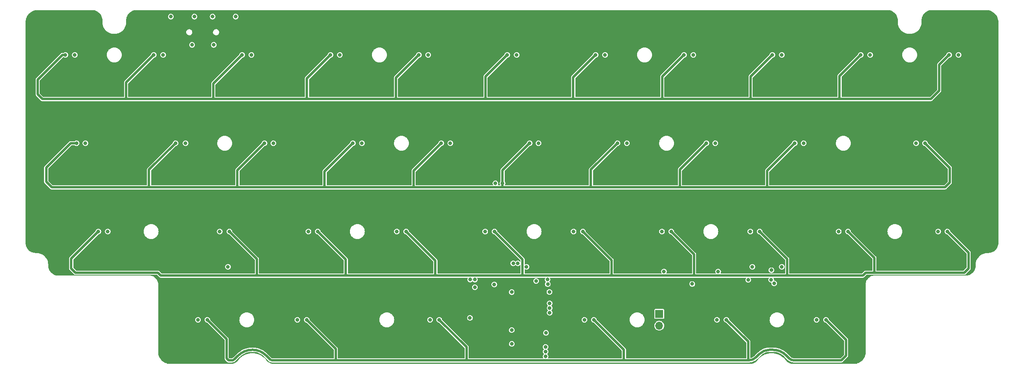
<source format=gbr>
%TF.GenerationSoftware,KiCad,Pcbnew,(7.0.0)*%
%TF.CreationDate,2023-02-16T23:07:06+01:00*%
%TF.ProjectId,travaulta simplified,74726176-6175-46c7-9461-2073696d706c,rev?*%
%TF.SameCoordinates,Original*%
%TF.FileFunction,Copper,L2,Inr*%
%TF.FilePolarity,Positive*%
%FSLAX46Y46*%
G04 Gerber Fmt 4.6, Leading zero omitted, Abs format (unit mm)*
G04 Created by KiCad (PCBNEW (7.0.0)) date 2023-02-16 23:07:06*
%MOMM*%
%LPD*%
G01*
G04 APERTURE LIST*
%TA.AperFunction,ComponentPad*%
%ADD10R,1.700000X1.700000*%
%TD*%
%TA.AperFunction,ComponentPad*%
%ADD11O,1.700000X1.700000*%
%TD*%
%TA.AperFunction,ViaPad*%
%ADD12C,0.800000*%
%TD*%
%TA.AperFunction,Conductor*%
%ADD13C,0.500000*%
%TD*%
G04 APERTURE END LIST*
D10*
%TO.N,VBAT*%
%TO.C,SW38*%
X180974999Y-113024999D03*
D11*
%TO.N,BOOT0*%
X180974999Y-115564999D03*
%TD*%
D12*
%TO.N,GND*%
X74295000Y-91313000D03*
X188214000Y-122174000D03*
X151003000Y-99314000D03*
X248920000Y-88900000D03*
X92710000Y-106934000D03*
X196342000Y-86741000D03*
X97028000Y-101346000D03*
X177165000Y-109855000D03*
X101727000Y-69469000D03*
X106807000Y-107315000D03*
X85217000Y-50546000D03*
X233934000Y-67691000D03*
X87249000Y-80010000D03*
X79375000Y-103759000D03*
X146939000Y-121666000D03*
X47117000Y-76200000D03*
X131445000Y-101854000D03*
X169545000Y-103632000D03*
X196342000Y-84709000D03*
X77430000Y-51094000D03*
X112268000Y-107315000D03*
X232156000Y-86741000D03*
X182499000Y-80010000D03*
X77343000Y-105791000D03*
X76327000Y-67818000D03*
X186055000Y-120904000D03*
X113284000Y-114300000D03*
X215773000Y-67691000D03*
X171831000Y-101981000D03*
X195072000Y-67691000D03*
X144653000Y-76200000D03*
X251079000Y-76200000D03*
X114681000Y-103886000D03*
X82550000Y-86741000D03*
X142113000Y-110617000D03*
X231521000Y-99314000D03*
X160909000Y-107315000D03*
X114554000Y-101727000D03*
X231902000Y-67691000D03*
X118999000Y-65786000D03*
X189357000Y-103759000D03*
X75819000Y-120777000D03*
X137668000Y-65659000D03*
X84582000Y-86741000D03*
X173101000Y-95250000D03*
X141859000Y-80010000D03*
X120904000Y-107315000D03*
X152584000Y-112903000D03*
X144460375Y-118364000D03*
X47371000Y-50800000D03*
X99695000Y-65786000D03*
X210820000Y-103251000D03*
X199263000Y-122174000D03*
X195072000Y-65659000D03*
X231902000Y-65659000D03*
X234950000Y-61087000D03*
X144653000Y-65659000D03*
X139700000Y-57150000D03*
X153035000Y-101981000D03*
X233934000Y-65659000D03*
X139954000Y-65659000D03*
X139192000Y-86741000D03*
X232156000Y-84709000D03*
X66294000Y-86868000D03*
X158750000Y-57150000D03*
X123571000Y-107315000D03*
X215900000Y-57150000D03*
X62103000Y-67691000D03*
X187325000Y-102108000D03*
X213741000Y-67691000D03*
X196850000Y-57150000D03*
X106426000Y-76200000D03*
X153289000Y-120777000D03*
X123190000Y-103886000D03*
X159004000Y-110744000D03*
X198374000Y-86741000D03*
X138303000Y-101981000D03*
X120904000Y-101727000D03*
X158623000Y-67691000D03*
X174625000Y-103632000D03*
X144653000Y-72517000D03*
X125349000Y-80010000D03*
X109855000Y-121666000D03*
X177800000Y-53213000D03*
X213741000Y-65659000D03*
X251079000Y-50800000D03*
X164592000Y-103759000D03*
X101092000Y-84709000D03*
X179197000Y-84709000D03*
X197104000Y-65659000D03*
X82550000Y-84709000D03*
X82169000Y-60960000D03*
X101092000Y-86741000D03*
X101092000Y-101600000D03*
X134874000Y-95250000D03*
X85217000Y-60960000D03*
X103124000Y-84709000D03*
X215265000Y-86741000D03*
X160909000Y-103632000D03*
X60071000Y-67691000D03*
X133985000Y-101727000D03*
X133985000Y-103886000D03*
X51435000Y-95250000D03*
X96774000Y-95250000D03*
X251206000Y-63500000D03*
X101092000Y-103886000D03*
X222758000Y-120650000D03*
X244094000Y-69723000D03*
X201041000Y-121920000D03*
X77343000Y-103759000D03*
X177165000Y-86741000D03*
X121031000Y-69469000D03*
X246761000Y-85725000D03*
X49530000Y-69850000D03*
X139065000Y-107315000D03*
X137287000Y-103886000D03*
X158496000Y-101981000D03*
X112268000Y-103886000D03*
X139954000Y-69469000D03*
X62103000Y-65659000D03*
X87249000Y-72644000D03*
X79883000Y-50546000D03*
X106299000Y-103886000D03*
X101727000Y-65786000D03*
X153924000Y-87757000D03*
X192151000Y-99314000D03*
X145415000Y-114935000D03*
X78359000Y-65786000D03*
X228473000Y-103124000D03*
X66294000Y-84836000D03*
X76327000Y-65786000D03*
X121031000Y-65786000D03*
X120142000Y-84709000D03*
X156591000Y-65659000D03*
X234950000Y-53340000D03*
X151257000Y-120777000D03*
X149098000Y-120777000D03*
X158623000Y-86741000D03*
X95377000Y-101346000D03*
X182499000Y-72390000D03*
X114681000Y-107315000D03*
X210820000Y-105664000D03*
X234188000Y-86741000D03*
X64262000Y-86868000D03*
X141224000Y-84709000D03*
X84582000Y-84709000D03*
X75819000Y-107950000D03*
X209423000Y-102870000D03*
X144399000Y-121793000D03*
X64262000Y-84836000D03*
X212979000Y-105664000D03*
X175895000Y-101981000D03*
X207391000Y-101473000D03*
X94996000Y-114300000D03*
X86741000Y-103759000D03*
X160655000Y-84709000D03*
X115824000Y-99314000D03*
X249174000Y-85725000D03*
X187325000Y-103759000D03*
X122174000Y-86741000D03*
X131445000Y-103886000D03*
X195326000Y-102108000D03*
X209804000Y-108712000D03*
X86741000Y-106299000D03*
X141859000Y-72517000D03*
X91948000Y-116459000D03*
X122174000Y-84709000D03*
X68453000Y-76200000D03*
X215773000Y-65659000D03*
X201676000Y-76200000D03*
X158623000Y-84709000D03*
X91948000Y-119761000D03*
X192024000Y-91313000D03*
X157734000Y-103759000D03*
X120650000Y-53213000D03*
X77851000Y-95250000D03*
X91948000Y-111506000D03*
X79883000Y-68707000D03*
X224282000Y-80137000D03*
X192151000Y-103759000D03*
X215265000Y-84709000D03*
X115824000Y-91313000D03*
X213106000Y-103251000D03*
X175768000Y-67691000D03*
X160655000Y-86741000D03*
X147066000Y-107315000D03*
X179197000Y-86741000D03*
X232918000Y-102743000D03*
X85725000Y-64135000D03*
X120650000Y-60960000D03*
X92710000Y-101600000D03*
X142240000Y-114935000D03*
X171831000Y-103632000D03*
X180086000Y-107442000D03*
X141224000Y-86741000D03*
X177800000Y-65659000D03*
X183388000Y-109855000D03*
X222758000Y-107823000D03*
X144653000Y-67691000D03*
X229235000Y-95250000D03*
X158623000Y-65659000D03*
X85725000Y-65786000D03*
X146685000Y-65659000D03*
X65659000Y-76200000D03*
X147896567Y-109273002D03*
X141986000Y-121793000D03*
X120904000Y-103886000D03*
X101600000Y-57150000D03*
X112522000Y-121666000D03*
X169545000Y-101981000D03*
X103124000Y-86741000D03*
X182118000Y-107442000D03*
X243967000Y-85725000D03*
X82550000Y-48260000D03*
X224282000Y-72390000D03*
X157734000Y-107315000D03*
X125349000Y-72517000D03*
X198374000Y-84709000D03*
X156591000Y-67691000D03*
X225933000Y-103124000D03*
X185166000Y-114300000D03*
X157099000Y-99314000D03*
X98425000Y-103886000D03*
X163576000Y-76200000D03*
X99949000Y-69342000D03*
X153288724Y-110807639D03*
X153924000Y-99314000D03*
X240538000Y-86741000D03*
X74295000Y-99314000D03*
X202946000Y-110490000D03*
X139319000Y-103886000D03*
X98425000Y-107315000D03*
X144653000Y-80010000D03*
X251079000Y-95123000D03*
X148209000Y-101981000D03*
X98806000Y-50800000D03*
X211201000Y-95250000D03*
X235458000Y-103251000D03*
X231521000Y-91186000D03*
X234188000Y-84709000D03*
X146685000Y-72517000D03*
X153924000Y-91313000D03*
X177165000Y-84709000D03*
X101219000Y-107315000D03*
X78359000Y-67818000D03*
X217297000Y-84709000D03*
X146685000Y-80010000D03*
X139192000Y-84709000D03*
X112268000Y-101727000D03*
X189357000Y-102108000D03*
X120142000Y-86741000D03*
X174625000Y-107315000D03*
X186817000Y-107569000D03*
X150550100Y-110815963D03*
X177800000Y-67691000D03*
X143383000Y-107315000D03*
X203962000Y-108331000D03*
X227965000Y-76200000D03*
X203835000Y-114300000D03*
X88773000Y-121920000D03*
X217297000Y-86741000D03*
X246761000Y-76200000D03*
X175768000Y-65659000D03*
X160020000Y-120396000D03*
X146685000Y-67691000D03*
X54356000Y-88900000D03*
X197104000Y-67691000D03*
X177800000Y-60960000D03*
X60071000Y-65659000D03*
X153346000Y-115062000D03*
X87574594Y-51118752D03*
X82931000Y-69723000D03*
X154940000Y-101981000D03*
X177165000Y-119126000D03*
X150425000Y-115062000D03*
%TO.N,VCC*%
X84963000Y-54991000D03*
X80264000Y-54991000D03*
%TO.N,APLEX_OUT_PIN_0*%
X156902500Y-105624500D03*
X140208000Y-105624500D03*
X200152000Y-105695500D03*
X205105000Y-105664000D03*
X140168363Y-113895367D03*
%TO.N,ROW0*%
X243459000Y-57150000D03*
X110109000Y-57150000D03*
X186309000Y-57150000D03*
X145669000Y-84875500D03*
X148209000Y-57150000D03*
X167259000Y-57150000D03*
X224409000Y-57150000D03*
X129159000Y-57150000D03*
X72009000Y-57150000D03*
X52959000Y-57150000D03*
X91059000Y-57150000D03*
X149495497Y-102108000D03*
X205359000Y-57150000D03*
%TO.N,ROW1*%
X55372000Y-76200000D03*
X191135000Y-76200000D03*
X133985000Y-76200000D03*
X147193000Y-84836000D03*
X76708000Y-76200000D03*
X153035000Y-76200000D03*
X210185000Y-76200000D03*
X171958000Y-76200000D03*
X114935000Y-76200000D03*
X150495000Y-102108000D03*
X238252000Y-76200000D03*
X95885000Y-76200000D03*
%TO.N,VBAT*%
X149155000Y-108331000D03*
X149158000Y-116524000D03*
X156556000Y-117129000D03*
X152360500Y-102870000D03*
X88011000Y-102870000D03*
X149189578Y-119489093D03*
X157291782Y-108302925D03*
X201041000Y-102870000D03*
X154432000Y-105918000D03*
%TO.N,COL0*%
X62103000Y-95250000D03*
X54991000Y-57150000D03*
X57277000Y-76200000D03*
%TO.N,COL1*%
X74041000Y-57150000D03*
X81550000Y-114300000D03*
X86233000Y-95250000D03*
X78867000Y-76200000D03*
%TO.N,COL2*%
X93075000Y-57150000D03*
X105362500Y-95250000D03*
X97790000Y-76200000D03*
X102980000Y-114300000D03*
%TO.N,COL3*%
X124412500Y-95250000D03*
X116887500Y-76200000D03*
X131555000Y-114300000D03*
X112125000Y-57150000D03*
%TO.N,COL4*%
X143462500Y-95250000D03*
X135937500Y-76200000D03*
X131175000Y-57150000D03*
%TO.N,COL5*%
X150241000Y-57150000D03*
X162512500Y-95250000D03*
X164846000Y-114300000D03*
X154940000Y-76200000D03*
%TO.N,COL6*%
X169291000Y-57150000D03*
X181991000Y-103886000D03*
X173990000Y-76200000D03*
X181562500Y-95250000D03*
X205124596Y-103594500D03*
%TO.N,COL7*%
X188325000Y-57150000D03*
X200612500Y-95250000D03*
X207391000Y-102870000D03*
X193421000Y-114300000D03*
X193675000Y-103925500D03*
X193040000Y-76200000D03*
%TO.N,COL8*%
X207391000Y-57150000D03*
X214884000Y-114300000D03*
X219662500Y-95250000D03*
X212090000Y-76200000D03*
%TO.N,COL9*%
X241095000Y-95250000D03*
X226441000Y-57150000D03*
X245491000Y-57150000D03*
X236347000Y-76200000D03*
%TO.N,ROW2*%
X164512500Y-95250000D03*
X221662500Y-95250000D03*
X126412500Y-95250000D03*
X243078000Y-95250000D03*
X202612500Y-95250000D03*
X107362500Y-95250000D03*
X145462500Y-95250000D03*
X60071000Y-95250000D03*
X88312500Y-95250000D03*
X183562500Y-95250000D03*
%TO.N,ROW3*%
X104980000Y-114300000D03*
X195453000Y-114300000D03*
X216916000Y-114300000D03*
X141224000Y-107277500D03*
X166878000Y-114300000D03*
X133555000Y-114300000D03*
X83550000Y-114300000D03*
X141224000Y-105625000D03*
%TO.N,Net-(USB1-CC1)*%
X80772000Y-48895000D03*
X75692000Y-48895000D03*
%TO.N,Net-(USB1-CC2)*%
X89662000Y-48895000D03*
X84709000Y-48895000D03*
%TO.N,AMUX_SEL_2*%
X156464000Y-122213500D03*
X157353000Y-110744000D03*
%TO.N,AMUX_SEL_1*%
X157357299Y-111755701D03*
X156468299Y-121162299D03*
%TO.N,AMUX_SEL_0*%
X157353000Y-112776000D03*
X156464000Y-120142000D03*
%TO.N,APLEX_EN_PIN_1*%
X205729384Y-106444481D03*
X188087000Y-106564180D03*
X156939065Y-106623334D03*
X145415000Y-106680000D03*
%TD*%
D13*
%TO.N,ROW0*%
X84836000Y-66675000D02*
X66040000Y-66675000D01*
X167259000Y-57150000D02*
X162433000Y-61976000D01*
X200660000Y-66675000D02*
X181610000Y-66675000D01*
X72009000Y-57150000D02*
X66040000Y-63119000D01*
X200660000Y-61849000D02*
X200660000Y-66675000D01*
X224409000Y-57150000D02*
X219837000Y-61722000D01*
X241300000Y-64897000D02*
X241300000Y-59309000D01*
X48006000Y-66675000D02*
X46990000Y-65659000D01*
X124206000Y-66675000D02*
X105029000Y-66675000D01*
X219837000Y-61722000D02*
X219837000Y-66675000D01*
X124206000Y-62103000D02*
X124206000Y-66675000D01*
X46990000Y-62484000D02*
X52324000Y-57150000D01*
X186309000Y-57150000D02*
X181610000Y-61849000D01*
X148209000Y-57150000D02*
X143510000Y-61849000D01*
X46990000Y-65659000D02*
X46990000Y-62484000D01*
X66040000Y-63119000D02*
X66040000Y-66675000D01*
X84836000Y-63373000D02*
X84836000Y-66675000D01*
X162433000Y-66675000D02*
X143510000Y-66675000D01*
X219837000Y-66675000D02*
X200660000Y-66675000D01*
X129159000Y-57150000D02*
X124206000Y-62103000D01*
X241300000Y-59309000D02*
X243459000Y-57150000D01*
X66040000Y-66675000D02*
X48006000Y-66675000D01*
X143510000Y-66675000D02*
X124206000Y-66675000D01*
X239522000Y-66675000D02*
X241300000Y-64897000D01*
X162433000Y-61976000D02*
X162433000Y-66675000D01*
X52324000Y-57150000D02*
X52959000Y-57150000D01*
X181610000Y-61849000D02*
X181610000Y-66675000D01*
X91059000Y-57150000D02*
X84836000Y-63373000D01*
X105029000Y-66675000D02*
X84836000Y-66675000D01*
X105029000Y-62230000D02*
X105029000Y-66675000D01*
X181610000Y-66675000D02*
X162433000Y-66675000D01*
X205359000Y-57150000D02*
X200660000Y-61849000D01*
X143510000Y-61849000D02*
X143510000Y-66675000D01*
X110109000Y-57150000D02*
X105029000Y-62230000D01*
X219837000Y-66675000D02*
X239522000Y-66675000D01*
%TO.N,ROW1*%
X147193000Y-82042000D02*
X147193000Y-85725000D01*
X55372000Y-76200000D02*
X54102000Y-76200000D01*
X128016000Y-82169000D02*
X128016000Y-85725000D01*
X108839000Y-82296000D02*
X108839000Y-85598000D01*
X90043000Y-85725000D02*
X108966000Y-85725000D01*
X50038000Y-85725000D02*
X70993000Y-85725000D01*
X204216000Y-85725000D02*
X242570000Y-85725000D01*
X243586000Y-84709000D02*
X242570000Y-85725000D01*
X243586000Y-81534000D02*
X243586000Y-84709000D01*
X108966000Y-85725000D02*
X128016000Y-85725000D01*
X171958000Y-76200000D02*
X166243000Y-81915000D01*
X147193000Y-85725000D02*
X166243000Y-85725000D01*
X210185000Y-76200000D02*
X204216000Y-82169000D01*
X76708000Y-76200000D02*
X70993000Y-81915000D01*
X238252000Y-76200000D02*
X243586000Y-81534000D01*
X90043000Y-82042000D02*
X90043000Y-85725000D01*
X108839000Y-85598000D02*
X108966000Y-85725000D01*
X48831500Y-81470500D02*
X48831500Y-84518500D01*
X204216000Y-82169000D02*
X204216000Y-85725000D01*
X166243000Y-85725000D02*
X185420000Y-85725000D01*
X70993000Y-81915000D02*
X70993000Y-85725000D01*
X153035000Y-76200000D02*
X147193000Y-82042000D01*
X54102000Y-76200000D02*
X48831500Y-81470500D01*
X166243000Y-81915000D02*
X166243000Y-85725000D01*
X191135000Y-76200000D02*
X185420000Y-81915000D01*
X133985000Y-76200000D02*
X128016000Y-82169000D01*
X48831500Y-84518500D02*
X50038000Y-85725000D01*
X95885000Y-76200000D02*
X90043000Y-82042000D01*
X70993000Y-85725000D02*
X90043000Y-85725000D01*
X185420000Y-85725000D02*
X204216000Y-85725000D01*
X114935000Y-76200000D02*
X108839000Y-82296000D01*
X185420000Y-81915000D02*
X185420000Y-85725000D01*
X128016000Y-85725000D02*
X147193000Y-85725000D01*
%TO.N,ROW2*%
X151511000Y-104775000D02*
X170688000Y-104775000D01*
X54229000Y-101092000D02*
X54229000Y-103251000D01*
X170688000Y-104775000D02*
X170688000Y-101425500D01*
X188468000Y-100155500D02*
X183562500Y-95250000D01*
X72898000Y-104140000D02*
X73533000Y-104775000D01*
X113411000Y-101298500D02*
X107362500Y-95250000D01*
X225477605Y-104140000D02*
X224842605Y-104775000D01*
X60071000Y-95250000D02*
X54229000Y-101092000D01*
X188468000Y-104775000D02*
X208534000Y-104775000D01*
X227330000Y-104140000D02*
X227330000Y-100917500D01*
X113411000Y-104775000D02*
X113411000Y-101298500D01*
X94234000Y-104775000D02*
X113411000Y-104775000D01*
X208534000Y-104775000D02*
X224842605Y-104775000D01*
X132715000Y-104775000D02*
X151511000Y-104775000D01*
X208534000Y-104775000D02*
X208534000Y-101171500D01*
X132715000Y-101552500D02*
X126412500Y-95250000D01*
X170688000Y-101425500D02*
X164512500Y-95250000D01*
X247650000Y-103251000D02*
X247650000Y-99822000D01*
X170688000Y-104775000D02*
X188468000Y-104775000D01*
X132715000Y-104775000D02*
X132715000Y-101552500D01*
X227330000Y-104140000D02*
X225477605Y-104140000D01*
X73533000Y-104775000D02*
X94234000Y-104775000D01*
X247650000Y-99822000D02*
X243078000Y-95250000D01*
X227330000Y-104140000D02*
X246761000Y-104140000D01*
X94234000Y-101171500D02*
X88312500Y-95250000D01*
X227330000Y-100917500D02*
X221662500Y-95250000D01*
X54229000Y-103251000D02*
X55118000Y-104140000D01*
X151511000Y-104775000D02*
X151511000Y-101298500D01*
X94234000Y-104775000D02*
X94234000Y-101171500D01*
X55118000Y-104140000D02*
X72898000Y-104140000D01*
X188468000Y-104775000D02*
X188468000Y-100155500D01*
X151511000Y-101298500D02*
X145462500Y-95250000D01*
X113411000Y-104775000D02*
X132715000Y-104775000D01*
X246761000Y-104140000D02*
X247650000Y-103251000D01*
X208534000Y-101171500D02*
X202612500Y-95250000D01*
%TO.N,ROW3*%
X111252000Y-123063000D02*
X97557790Y-123063000D01*
X173355000Y-123063000D02*
X200152000Y-123063000D01*
X204711235Y-120777000D02*
X205486000Y-120777000D01*
X111252000Y-123063000D02*
X139446000Y-123063000D01*
X89423407Y-122793592D02*
X89587605Y-122629395D01*
X111252000Y-123063000D02*
X111252000Y-120572000D01*
X200152000Y-123063000D02*
X200152000Y-118999000D01*
X139446000Y-120191000D02*
X133555000Y-114300000D01*
X93345000Y-120777000D02*
X93236051Y-120777000D01*
X88773000Y-123063000D02*
X88138000Y-123063000D01*
X87717160Y-118467160D02*
X83550000Y-114300000D01*
X216916000Y-114300000D02*
X221234000Y-118618000D01*
X88138000Y-123063000D02*
X87717160Y-122642160D01*
X87717160Y-122642160D02*
X87717160Y-118467160D01*
X210051617Y-123063000D02*
X220218000Y-123063000D01*
X208304434Y-121944433D02*
X208978500Y-122618500D01*
X201886421Y-122344580D02*
X202565000Y-121666000D01*
X173355000Y-123063000D02*
X173355000Y-120777000D01*
X111252000Y-120572000D02*
X104980000Y-114300000D01*
X139446000Y-123063000D02*
X173355000Y-123063000D01*
X139446000Y-123063000D02*
X139446000Y-120191000D01*
X96163434Y-121944433D02*
X97086987Y-122867987D01*
X173355000Y-120777000D02*
X166878000Y-114300000D01*
X90170000Y-122047000D02*
X89587605Y-122629395D01*
X200152000Y-118999000D02*
X195453000Y-114300000D01*
X221234000Y-122047000D02*
X220218000Y-123063000D01*
X221234000Y-118618000D02*
X221234000Y-122047000D01*
X208978495Y-122618505D02*
G75*
G03*
X210051617Y-123063000I1073105J1073105D01*
G01*
X97086995Y-122867979D02*
G75*
G03*
X97557790Y-123063000I470805J470779D01*
G01*
X204711235Y-120777015D02*
G75*
G03*
X202565000Y-121666000I-35J-3035185D01*
G01*
X208304440Y-121944427D02*
G75*
G03*
X205486000Y-120777000I-2818440J-2818473D01*
G01*
X200152000Y-123063012D02*
G75*
G03*
X201886420Y-122344579I0J2452812D01*
G01*
X93236051Y-120777022D02*
G75*
G03*
X90170001Y-122047001I-51J-4335978D01*
G01*
X88773000Y-123063003D02*
G75*
G03*
X89423406Y-122793591I0J919803D01*
G01*
X96163440Y-121944427D02*
G75*
G03*
X93345000Y-120777000I-2818440J-2818473D01*
G01*
%TD*%
%TA.AperFunction,Conductor*%
%TO.N,GND*%
G36*
X230200348Y-47475520D02*
G01*
X230298956Y-47481485D01*
X230298956Y-47481499D01*
X230299009Y-47481488D01*
X230471593Y-47492799D01*
X230472909Y-47492963D01*
X230599140Y-47516096D01*
X230599298Y-47516126D01*
X230743441Y-47544797D01*
X230744618Y-47545097D01*
X230872041Y-47584803D01*
X230872119Y-47584829D01*
X231006581Y-47630473D01*
X231007622Y-47630883D01*
X231131044Y-47686431D01*
X231131417Y-47686607D01*
X231138829Y-47690262D01*
X231256886Y-47748482D01*
X231257750Y-47748954D01*
X231323021Y-47788412D01*
X231374440Y-47819496D01*
X231374887Y-47819781D01*
X231490392Y-47896959D01*
X231491108Y-47897477D01*
X231598807Y-47981853D01*
X231599305Y-47982266D01*
X231703474Y-48073620D01*
X231704033Y-48074144D01*
X231800854Y-48170965D01*
X231801378Y-48171524D01*
X231892740Y-48275703D01*
X231893153Y-48276201D01*
X231977513Y-48383879D01*
X231978031Y-48384595D01*
X232055225Y-48500123D01*
X232055510Y-48500570D01*
X232126040Y-48617239D01*
X232126520Y-48618117D01*
X232188395Y-48743588D01*
X232188571Y-48743961D01*
X232244115Y-48867376D01*
X232244525Y-48868417D01*
X232290145Y-49002808D01*
X232290236Y-49003088D01*
X232329896Y-49130363D01*
X232330201Y-49131561D01*
X232358877Y-49275723D01*
X232358910Y-49275897D01*
X232382033Y-49402076D01*
X232382200Y-49403420D01*
X232393519Y-49576116D01*
X232393520Y-49576176D01*
X232393523Y-49576176D01*
X232399479Y-49674636D01*
X232399500Y-49675342D01*
X232399500Y-50074998D01*
X232399499Y-50075000D01*
X232399499Y-50229277D01*
X232399540Y-50229618D01*
X232399541Y-50229627D01*
X232436648Y-50535232D01*
X232436649Y-50535242D01*
X232436691Y-50535581D01*
X232436774Y-50535918D01*
X232436774Y-50535920D01*
X232510533Y-50835169D01*
X232510654Y-50835488D01*
X232510656Y-50835494D01*
X232619821Y-51123340D01*
X232619947Y-51123672D01*
X232763339Y-51396883D01*
X232763540Y-51397174D01*
X232763541Y-51397175D01*
X232938406Y-51650511D01*
X232938618Y-51650817D01*
X232938849Y-51651077D01*
X232938850Y-51651079D01*
X233143001Y-51881518D01*
X233143227Y-51881773D01*
X233374183Y-52086382D01*
X233628118Y-52261661D01*
X233901329Y-52405053D01*
X234189832Y-52514468D01*
X234489419Y-52588309D01*
X234795724Y-52625501D01*
X235103921Y-52625501D01*
X235104277Y-52625501D01*
X235410582Y-52588309D01*
X235710169Y-52514467D01*
X235998672Y-52405052D01*
X236271883Y-52261660D01*
X236525818Y-52086382D01*
X236756774Y-51881773D01*
X236961383Y-51650817D01*
X237136661Y-51396882D01*
X237280053Y-51123671D01*
X237389468Y-50835168D01*
X237463309Y-50535580D01*
X237500501Y-50229276D01*
X237500501Y-50074999D01*
X237500501Y-50074499D01*
X237500501Y-49675359D01*
X237500522Y-49674653D01*
X237502904Y-49635268D01*
X237506487Y-49576047D01*
X237506498Y-49576047D01*
X237506490Y-49575994D01*
X237517802Y-49403400D01*
X237517964Y-49402097D01*
X237541123Y-49275723D01*
X237569801Y-49131549D01*
X237570100Y-49130376D01*
X237609802Y-49002969D01*
X237609826Y-49002897D01*
X237655482Y-48868398D01*
X237655876Y-48867398D01*
X237711451Y-48743915D01*
X237711588Y-48743624D01*
X237773494Y-48618091D01*
X237773940Y-48617275D01*
X237844526Y-48500513D01*
X237844754Y-48500155D01*
X237921975Y-48384585D01*
X237922461Y-48383913D01*
X238006877Y-48276164D01*
X238007239Y-48275728D01*
X238098654Y-48171489D01*
X238099118Y-48170994D01*
X238195994Y-48074119D01*
X238196489Y-48073654D01*
X238300728Y-47982239D01*
X238301164Y-47981877D01*
X238408913Y-47897461D01*
X238409585Y-47896975D01*
X238525155Y-47819754D01*
X238525513Y-47819526D01*
X238642275Y-47748940D01*
X238643091Y-47748494D01*
X238768624Y-47686588D01*
X238768915Y-47686451D01*
X238892398Y-47630876D01*
X238893398Y-47630482D01*
X239027897Y-47584826D01*
X239027969Y-47584802D01*
X239155376Y-47545100D01*
X239156549Y-47544801D01*
X239300756Y-47516116D01*
X239427097Y-47492964D01*
X239428400Y-47492802D01*
X239600994Y-47481490D01*
X239601047Y-47481498D01*
X239601047Y-47481487D01*
X239601077Y-47481484D01*
X239699652Y-47475522D01*
X239700359Y-47475501D01*
X239700500Y-47475501D01*
X251474663Y-47475499D01*
X251475319Y-47475517D01*
X251477479Y-47475638D01*
X251590607Y-47481991D01*
X251772396Y-47492988D01*
X251773597Y-47493126D01*
X251914616Y-47517086D01*
X252070557Y-47545663D01*
X252071665Y-47545923D01*
X252213531Y-47586794D01*
X252213580Y-47586809D01*
X252360589Y-47632619D01*
X252361550Y-47632968D01*
X252499559Y-47690133D01*
X252499838Y-47690253D01*
X252629201Y-47748474D01*
X252638486Y-47752653D01*
X252639343Y-47753082D01*
X252770940Y-47825813D01*
X252771211Y-47825969D01*
X252888642Y-47896959D01*
X252900569Y-47904169D01*
X252901286Y-47904640D01*
X253024248Y-47991886D01*
X253024694Y-47992218D01*
X253143269Y-48085116D01*
X253143849Y-48085602D01*
X253256448Y-48186226D01*
X253256925Y-48186677D01*
X253363320Y-48293072D01*
X253363771Y-48293549D01*
X253464397Y-48406150D01*
X253464883Y-48406730D01*
X253511514Y-48466249D01*
X253557787Y-48525312D01*
X253558091Y-48525720D01*
X253623031Y-48617244D01*
X253645363Y-48648718D01*
X253645834Y-48649435D01*
X253723990Y-48778722D01*
X253724217Y-48779116D01*
X253796918Y-48910661D01*
X253797347Y-48911518D01*
X253859730Y-49050124D01*
X253859870Y-49050449D01*
X253917024Y-49188432D01*
X253917385Y-49189428D01*
X253963159Y-49336319D01*
X253963232Y-49336561D01*
X254004072Y-49478322D01*
X254004337Y-49479452D01*
X254032891Y-49635268D01*
X254032839Y-49635277D01*
X254032919Y-49635417D01*
X254056869Y-49776374D01*
X254057013Y-49777628D01*
X254068025Y-49959690D01*
X254068028Y-49959740D01*
X254074482Y-50074661D01*
X254074500Y-50075317D01*
X254074500Y-97683641D01*
X254074479Y-97684347D01*
X254068518Y-97782897D01*
X254068514Y-97782956D01*
X254057199Y-97955578D01*
X254057032Y-97956922D01*
X254033909Y-98083101D01*
X254033876Y-98083275D01*
X254005201Y-98227437D01*
X254004896Y-98228635D01*
X253965233Y-98355917D01*
X253965142Y-98356197D01*
X253919525Y-98490577D01*
X253919115Y-98491618D01*
X253863568Y-98615040D01*
X253863392Y-98615413D01*
X253801519Y-98740880D01*
X253801039Y-98741758D01*
X253730505Y-98858434D01*
X253730220Y-98858881D01*
X253653035Y-98974396D01*
X253652517Y-98975112D01*
X253568144Y-99082806D01*
X253567731Y-99083304D01*
X253476384Y-99187466D01*
X253475860Y-99188025D01*
X253379025Y-99284860D01*
X253378466Y-99285384D01*
X253274304Y-99376731D01*
X253273806Y-99377144D01*
X253166112Y-99461517D01*
X253165396Y-99462035D01*
X253049881Y-99539220D01*
X253049434Y-99539505D01*
X252932758Y-99610039D01*
X252931880Y-99610519D01*
X252806413Y-99672392D01*
X252806040Y-99672568D01*
X252682618Y-99728115D01*
X252681577Y-99728525D01*
X252547197Y-99774142D01*
X252546917Y-99774233D01*
X252419635Y-99813896D01*
X252418437Y-99814201D01*
X252274275Y-99842876D01*
X252274101Y-99842909D01*
X252147922Y-99866032D01*
X252146578Y-99866199D01*
X251974015Y-99877510D01*
X251973956Y-99877514D01*
X251875347Y-99883479D01*
X251874641Y-99883500D01*
X251734438Y-99883500D01*
X251734375Y-99883487D01*
X251734375Y-99883474D01*
X251734310Y-99883473D01*
X251734306Y-99883473D01*
X251591462Y-99883470D01*
X251591140Y-99883470D01*
X251590826Y-99883505D01*
X251590814Y-99883506D01*
X251306806Y-99915499D01*
X251306803Y-99915499D01*
X251306470Y-99915537D01*
X251306164Y-99915606D01*
X251306145Y-99915610D01*
X251027500Y-99979204D01*
X251027496Y-99979204D01*
X251027181Y-99979277D01*
X251026874Y-99979384D01*
X251026865Y-99979387D01*
X250757094Y-100073779D01*
X250757080Y-100073784D01*
X250756785Y-100073888D01*
X250756497Y-100074026D01*
X250756489Y-100074030D01*
X250498979Y-100198038D01*
X250498972Y-100198041D01*
X250498683Y-100198181D01*
X250498429Y-100198340D01*
X250498410Y-100198351D01*
X250256397Y-100350417D01*
X250256389Y-100350421D01*
X250256121Y-100350591D01*
X250255864Y-100350795D01*
X250255861Y-100350798D01*
X250143103Y-100440720D01*
X250032150Y-100529202D01*
X250031926Y-100529425D01*
X250031917Y-100529434D01*
X249829818Y-100731535D01*
X249829809Y-100731544D01*
X249829586Y-100731768D01*
X249829388Y-100732015D01*
X249829381Y-100732024D01*
X249654444Y-100951393D01*
X249650977Y-100955741D01*
X249650808Y-100956009D01*
X249650803Y-100956017D01*
X249498739Y-101198031D01*
X249498728Y-101198050D01*
X249498569Y-101198304D01*
X249498429Y-101198593D01*
X249498426Y-101198600D01*
X249374421Y-101456111D01*
X249374414Y-101456126D01*
X249374279Y-101456408D01*
X249374175Y-101456704D01*
X249374173Y-101456710D01*
X249279775Y-101726505D01*
X249279774Y-101726510D01*
X249279671Y-101726804D01*
X249279601Y-101727109D01*
X249279600Y-101727114D01*
X249216006Y-102005769D01*
X249216002Y-102005788D01*
X249215933Y-102006094D01*
X249215895Y-102006427D01*
X249215895Y-102006430D01*
X249183904Y-102290438D01*
X249183904Y-102290440D01*
X249183868Y-102290764D01*
X249183868Y-102291086D01*
X249183868Y-102291087D01*
X249183874Y-102433999D01*
X249183874Y-102574639D01*
X249183853Y-102575346D01*
X249177888Y-102673886D01*
X249177884Y-102673945D01*
X249166562Y-102846574D01*
X249166395Y-102847918D01*
X249143267Y-102974091D01*
X249143234Y-102974264D01*
X249114555Y-103118423D01*
X249114250Y-103119621D01*
X249074590Y-103246880D01*
X249074499Y-103247160D01*
X249028869Y-103381568D01*
X249028459Y-103382609D01*
X248972918Y-103506010D01*
X248972742Y-103506383D01*
X248910864Y-103631850D01*
X248910384Y-103632728D01*
X248839851Y-103749401D01*
X248839566Y-103749848D01*
X248762377Y-103865366D01*
X248761859Y-103866082D01*
X248677478Y-103973783D01*
X248677064Y-103974281D01*
X248585738Y-104078417D01*
X248585215Y-104078976D01*
X248488366Y-104175824D01*
X248487807Y-104176348D01*
X248383657Y-104267684D01*
X248383159Y-104268097D01*
X248275454Y-104352478D01*
X248274738Y-104352996D01*
X248159237Y-104430173D01*
X248158790Y-104430458D01*
X248042108Y-104500995D01*
X248041230Y-104501475D01*
X247915767Y-104563349D01*
X247915394Y-104563525D01*
X247791982Y-104619070D01*
X247790941Y-104619480D01*
X247656539Y-104665106D01*
X247656259Y-104665197D01*
X247529001Y-104704855D01*
X247527803Y-104705160D01*
X247383618Y-104733843D01*
X247383444Y-104733876D01*
X247257285Y-104757000D01*
X247255943Y-104757167D01*
X247086426Y-104768297D01*
X247086366Y-104768301D01*
X246984375Y-104774474D01*
X246984367Y-104774352D01*
X246983661Y-104774498D01*
X227299904Y-104774498D01*
X227299896Y-104774500D01*
X227181988Y-104774500D01*
X227181623Y-104774548D01*
X227181608Y-104774549D01*
X226948372Y-104805256D01*
X226948356Y-104805259D01*
X226947985Y-104805308D01*
X226947605Y-104805409D01*
X226947604Y-104805410D01*
X226720386Y-104866293D01*
X226720383Y-104866293D01*
X226720006Y-104866395D01*
X226719643Y-104866545D01*
X226719641Y-104866546D01*
X226502313Y-104956565D01*
X226502304Y-104956569D01*
X226501950Y-104956716D01*
X226501619Y-104956906D01*
X226501609Y-104956912D01*
X226297881Y-105074535D01*
X226297877Y-105074537D01*
X226297549Y-105074727D01*
X226297254Y-105074953D01*
X226297247Y-105074958D01*
X226110602Y-105218175D01*
X226110590Y-105218185D01*
X226110300Y-105218408D01*
X226110036Y-105218671D01*
X226110028Y-105218679D01*
X225943679Y-105385029D01*
X225943671Y-105385037D01*
X225943408Y-105385301D01*
X225943185Y-105385591D01*
X225943175Y-105385603D01*
X225799958Y-105572248D01*
X225799953Y-105572255D01*
X225799727Y-105572550D01*
X225799537Y-105572878D01*
X225799535Y-105572882D01*
X225681912Y-105776610D01*
X225681906Y-105776620D01*
X225681716Y-105776951D01*
X225681569Y-105777305D01*
X225681565Y-105777314D01*
X225591545Y-105994642D01*
X225591394Y-105995007D01*
X225591292Y-105995384D01*
X225591292Y-105995387D01*
X225537917Y-106194586D01*
X225530307Y-106222986D01*
X225530258Y-106223357D01*
X225530255Y-106223373D01*
X225499549Y-106456609D01*
X225499548Y-106456624D01*
X225499500Y-106456989D01*
X225499500Y-106457372D01*
X225499500Y-121224663D01*
X225499482Y-121225319D01*
X225493019Y-121340400D01*
X225493016Y-121340450D01*
X225482012Y-121522369D01*
X225481868Y-121523623D01*
X225457921Y-121664556D01*
X225457894Y-121664705D01*
X225429336Y-121820543D01*
X225429071Y-121821673D01*
X225388224Y-121963458D01*
X225388151Y-121963700D01*
X225342387Y-122110562D01*
X225342026Y-122111558D01*
X225284865Y-122249559D01*
X225284725Y-122249884D01*
X225222350Y-122388474D01*
X225221921Y-122389332D01*
X225149213Y-122520886D01*
X225148986Y-122521279D01*
X225070829Y-122650568D01*
X225070358Y-122651285D01*
X224983106Y-122774255D01*
X224982774Y-122774701D01*
X224889886Y-122893263D01*
X224889400Y-122893843D01*
X224788769Y-123006450D01*
X224788318Y-123006927D01*
X224681925Y-123113320D01*
X224681448Y-123113771D01*
X224568848Y-123214397D01*
X224568268Y-123214883D01*
X224449703Y-123307773D01*
X224449257Y-123308105D01*
X224326278Y-123395363D01*
X224325561Y-123395834D01*
X224196299Y-123473975D01*
X224195906Y-123474202D01*
X224064325Y-123546925D01*
X224063467Y-123547354D01*
X223924884Y-123609724D01*
X223924559Y-123609864D01*
X223786566Y-123667023D01*
X223785570Y-123667384D01*
X223638685Y-123713156D01*
X223638443Y-123713229D01*
X223496674Y-123754071D01*
X223495544Y-123754336D01*
X223339706Y-123782894D01*
X223339557Y-123782921D01*
X223198624Y-123806868D01*
X223197370Y-123807012D01*
X223015501Y-123818013D01*
X223015451Y-123818016D01*
X222900320Y-123824482D01*
X222899664Y-123824500D01*
X209934709Y-123824500D01*
X209934042Y-123824481D01*
X209873331Y-123821014D01*
X209873236Y-123821008D01*
X209669958Y-123807738D01*
X209668726Y-123807592D01*
X209557815Y-123788412D01*
X209557534Y-123788360D01*
X209404662Y-123758052D01*
X209403643Y-123757802D01*
X209287277Y-123723654D01*
X209286833Y-123723513D01*
X209218161Y-123700280D01*
X209147081Y-123676231D01*
X209146278Y-123675926D01*
X209032084Y-123627690D01*
X209031477Y-123627413D01*
X208900756Y-123563172D01*
X208900165Y-123562860D01*
X208792226Y-123501931D01*
X208791494Y-123501482D01*
X208668671Y-123419725D01*
X208668279Y-123419452D01*
X208636375Y-123396283D01*
X208570162Y-123348199D01*
X208569352Y-123347554D01*
X208451954Y-123245037D01*
X208451741Y-123244846D01*
X208419078Y-123214883D01*
X208368785Y-123168748D01*
X208367921Y-123167867D01*
X208354665Y-123152829D01*
X208234292Y-123016272D01*
X208193127Y-122968791D01*
X208192718Y-122968291D01*
X208174572Y-122944765D01*
X208081413Y-122823988D01*
X207831191Y-122557231D01*
X207556512Y-122315730D01*
X207556295Y-122315573D01*
X207556287Y-122315567D01*
X207260153Y-122101890D01*
X207260146Y-122101885D01*
X207259914Y-122101718D01*
X207259660Y-122101569D01*
X207259653Y-122101565D01*
X206944398Y-121917323D01*
X206944392Y-121917319D01*
X206944139Y-121917172D01*
X206931587Y-121911374D01*
X206612347Y-121763909D01*
X206612342Y-121763907D01*
X206612104Y-121763797D01*
X206555653Y-121744046D01*
X206267132Y-121643098D01*
X206267116Y-121643093D01*
X206266878Y-121643010D01*
X206266617Y-121642946D01*
X205911910Y-121555992D01*
X205911905Y-121555991D01*
X205911648Y-121555928D01*
X205911386Y-121555890D01*
X205911371Y-121555887D01*
X205549987Y-121503396D01*
X205549969Y-121503394D01*
X205549699Y-121503355D01*
X205549426Y-121503341D01*
X205549407Y-121503340D01*
X205184666Y-121485790D01*
X205184375Y-121485776D01*
X205184084Y-121485790D01*
X204819341Y-121503340D01*
X204819320Y-121503341D01*
X204819050Y-121503355D01*
X204818781Y-121503394D01*
X204818761Y-121503396D01*
X204457377Y-121555887D01*
X204457358Y-121555890D01*
X204457101Y-121555928D01*
X204456847Y-121555990D01*
X204456838Y-121555992D01*
X204102132Y-121642946D01*
X204102126Y-121642947D01*
X204101872Y-121643010D01*
X204101639Y-121643091D01*
X204101617Y-121643098D01*
X203756896Y-121763709D01*
X203756892Y-121763710D01*
X203756645Y-121763797D01*
X203756413Y-121763904D01*
X203756401Y-121763909D01*
X203424875Y-121917049D01*
X203424865Y-121917054D01*
X203424610Y-121917172D01*
X203424365Y-121917315D01*
X203424350Y-121917323D01*
X203109095Y-122101565D01*
X203109078Y-122101575D01*
X203108835Y-122101718D01*
X203108611Y-122101879D01*
X203108595Y-122101890D01*
X202812462Y-122315567D01*
X202812444Y-122315581D01*
X202812238Y-122315730D01*
X202812038Y-122315905D01*
X202812029Y-122315913D01*
X202537771Y-122557044D01*
X202537764Y-122557050D01*
X202537559Y-122557231D01*
X202537372Y-122557429D01*
X202537362Y-122557440D01*
X202287538Y-122823773D01*
X202287531Y-122823780D01*
X202287336Y-122823989D01*
X202287164Y-122824211D01*
X202287158Y-122824219D01*
X202175861Y-122968511D01*
X202175437Y-122969030D01*
X202135571Y-123015006D01*
X202135508Y-123015078D01*
X202000817Y-123167878D01*
X201999949Y-123168763D01*
X201916987Y-123244859D01*
X201916773Y-123245050D01*
X201799405Y-123347534D01*
X201798585Y-123348188D01*
X201700455Y-123419446D01*
X201700063Y-123419719D01*
X201577249Y-123501468D01*
X201576517Y-123501917D01*
X201468579Y-123562843D01*
X201467988Y-123563155D01*
X201337258Y-123627401D01*
X201336651Y-123627678D01*
X201222465Y-123675911D01*
X201221662Y-123676216D01*
X201081899Y-123723506D01*
X201081444Y-123723649D01*
X200965112Y-123757792D01*
X200964093Y-123758043D01*
X200811223Y-123788356D01*
X200810941Y-123788408D01*
X200700025Y-123807594D01*
X200698793Y-123807740D01*
X200493883Y-123821114D01*
X200493789Y-123821120D01*
X200435007Y-123824481D01*
X200434339Y-123824500D01*
X98015961Y-123824500D01*
X98015293Y-123824481D01*
X97954584Y-123821011D01*
X97954489Y-123821005D01*
X97751206Y-123807723D01*
X97749975Y-123807577D01*
X97639080Y-123788395D01*
X97638798Y-123788343D01*
X97485918Y-123758030D01*
X97484899Y-123757780D01*
X97368533Y-123723629D01*
X97368078Y-123723485D01*
X97228329Y-123676201D01*
X97227526Y-123675896D01*
X97113353Y-123627670D01*
X97112746Y-123627393D01*
X96982008Y-123563147D01*
X96981417Y-123562835D01*
X96947241Y-123543545D01*
X96873471Y-123501908D01*
X96872755Y-123501468D01*
X96763794Y-123428943D01*
X96749913Y-123419704D01*
X96749521Y-123419431D01*
X96651417Y-123348195D01*
X96650597Y-123347541D01*
X96643046Y-123340948D01*
X96533161Y-123245005D01*
X96533009Y-123244869D01*
X96457793Y-123175881D01*
X96450045Y-123168774D01*
X96449177Y-123167888D01*
X96315539Y-123016272D01*
X96313123Y-123013530D01*
X96274768Y-122969300D01*
X96274550Y-122969040D01*
X96274537Y-122969024D01*
X96274354Y-122968792D01*
X96226273Y-122906457D01*
X96162663Y-122823989D01*
X95912440Y-122557231D01*
X95637761Y-122315731D01*
X95637544Y-122315574D01*
X95637536Y-122315568D01*
X95341403Y-122101891D01*
X95341396Y-122101886D01*
X95341164Y-122101719D01*
X95340910Y-122101570D01*
X95340903Y-122101566D01*
X95025648Y-121917324D01*
X95025642Y-121917320D01*
X95025389Y-121917173D01*
X94821546Y-121823013D01*
X94693597Y-121763910D01*
X94693592Y-121763908D01*
X94693354Y-121763798D01*
X94636960Y-121744067D01*
X94348381Y-121643099D01*
X94348365Y-121643094D01*
X94348127Y-121643011D01*
X94347862Y-121642946D01*
X93993160Y-121555993D01*
X93993155Y-121555992D01*
X93992898Y-121555929D01*
X93992636Y-121555891D01*
X93992621Y-121555888D01*
X93631237Y-121503397D01*
X93631219Y-121503395D01*
X93630949Y-121503356D01*
X93630676Y-121503342D01*
X93630657Y-121503341D01*
X93265916Y-121485791D01*
X93265625Y-121485777D01*
X93265334Y-121485791D01*
X92900592Y-121503341D01*
X92900571Y-121503342D01*
X92900301Y-121503356D01*
X92900032Y-121503395D01*
X92900012Y-121503397D01*
X92538628Y-121555888D01*
X92538609Y-121555891D01*
X92538352Y-121555929D01*
X92538098Y-121555991D01*
X92538089Y-121555993D01*
X92183383Y-121642947D01*
X92183377Y-121642948D01*
X92183123Y-121643011D01*
X92182890Y-121643092D01*
X92182868Y-121643099D01*
X91838147Y-121763710D01*
X91838143Y-121763711D01*
X91837896Y-121763798D01*
X91837664Y-121763905D01*
X91837652Y-121763910D01*
X91506126Y-121917050D01*
X91506116Y-121917055D01*
X91505861Y-121917173D01*
X91505616Y-121917316D01*
X91505601Y-121917324D01*
X91190346Y-122101566D01*
X91190329Y-122101576D01*
X91190086Y-122101719D01*
X91189862Y-122101880D01*
X91189846Y-122101891D01*
X90893713Y-122315568D01*
X90893695Y-122315582D01*
X90893489Y-122315731D01*
X90893289Y-122315906D01*
X90893280Y-122315914D01*
X90619022Y-122557044D01*
X90619015Y-122557050D01*
X90618810Y-122557231D01*
X90618623Y-122557429D01*
X90618613Y-122557440D01*
X90368789Y-122823773D01*
X90368782Y-122823780D01*
X90368587Y-122823989D01*
X90368415Y-122824211D01*
X90368409Y-122824219D01*
X90257112Y-122968511D01*
X90256687Y-122969030D01*
X90216793Y-123015036D01*
X90216731Y-123015108D01*
X90082070Y-123167868D01*
X90081202Y-123168753D01*
X89998217Y-123244869D01*
X89998003Y-123245060D01*
X89880655Y-123347523D01*
X89879835Y-123348177D01*
X89781690Y-123419445D01*
X89781298Y-123419718D01*
X89658503Y-123501453D01*
X89657771Y-123501902D01*
X89549799Y-123562847D01*
X89549208Y-123563158D01*
X89418531Y-123627379D01*
X89417924Y-123627657D01*
X89303698Y-123675907D01*
X89302895Y-123676212D01*
X89163172Y-123723489D01*
X89162717Y-123723632D01*
X89046349Y-123757787D01*
X89045330Y-123758038D01*
X88892496Y-123788346D01*
X88892214Y-123788398D01*
X88781270Y-123807590D01*
X88780038Y-123807736D01*
X88575043Y-123821119D01*
X88574949Y-123821125D01*
X88516277Y-123824481D01*
X88515609Y-123824500D01*
X75550335Y-123824500D01*
X75549679Y-123824482D01*
X75549661Y-123824481D01*
X75542545Y-123824081D01*
X75434548Y-123818016D01*
X75434498Y-123818013D01*
X75252628Y-123807012D01*
X75251374Y-123806868D01*
X75110441Y-123782921D01*
X75110292Y-123782894D01*
X74954454Y-123754336D01*
X74953324Y-123754071D01*
X74811555Y-123713229D01*
X74811313Y-123713156D01*
X74664428Y-123667384D01*
X74663432Y-123667023D01*
X74525439Y-123609864D01*
X74525114Y-123609724D01*
X74386531Y-123547354D01*
X74385673Y-123546925D01*
X74254092Y-123474202D01*
X74253699Y-123473975D01*
X74124437Y-123395834D01*
X74123720Y-123395363D01*
X74047029Y-123340948D01*
X74000740Y-123308104D01*
X74000295Y-123307773D01*
X73952686Y-123270474D01*
X73881729Y-123214882D01*
X73881150Y-123214397D01*
X73830073Y-123168752D01*
X73768550Y-123113771D01*
X73768073Y-123113320D01*
X73661680Y-123006927D01*
X73661229Y-123006450D01*
X73654385Y-122998792D01*
X73628120Y-122969401D01*
X73560598Y-122893843D01*
X73560112Y-122893263D01*
X73528148Y-122852464D01*
X73467213Y-122774687D01*
X73466905Y-122774272D01*
X73379634Y-122651277D01*
X73379175Y-122650578D01*
X73319649Y-122552109D01*
X73301012Y-122521279D01*
X73300785Y-122520886D01*
X73241969Y-122414468D01*
X73228074Y-122389326D01*
X73227648Y-122388474D01*
X73165250Y-122249831D01*
X73165161Y-122249624D01*
X73107970Y-122111555D01*
X73107611Y-122110562D01*
X73104808Y-122101566D01*
X73061833Y-121963655D01*
X73061774Y-121963458D01*
X73056757Y-121946044D01*
X73020926Y-121821668D01*
X73020662Y-121820543D01*
X73016833Y-121799651D01*
X72992077Y-121664556D01*
X72988796Y-121645247D01*
X72968126Y-121523594D01*
X72967989Y-121522399D01*
X72956988Y-121340536D01*
X72950517Y-121225319D01*
X72950500Y-121224664D01*
X72950500Y-114300000D01*
X80944318Y-114300000D01*
X80944418Y-114300760D01*
X80964855Y-114455999D01*
X80964856Y-114456003D01*
X80964956Y-114456762D01*
X80965249Y-114457469D01*
X80965250Y-114457473D01*
X81004052Y-114551148D01*
X81025464Y-114602841D01*
X81121718Y-114728282D01*
X81247159Y-114824536D01*
X81393238Y-114885044D01*
X81513814Y-114900918D01*
X81535142Y-114903726D01*
X81550000Y-114905682D01*
X81706762Y-114885044D01*
X81852841Y-114824536D01*
X81978282Y-114728282D01*
X82074536Y-114602841D01*
X82135044Y-114456762D01*
X82155682Y-114300000D01*
X82944318Y-114300000D01*
X82944418Y-114300760D01*
X82964855Y-114455999D01*
X82964856Y-114456003D01*
X82964956Y-114456762D01*
X82965249Y-114457469D01*
X82965250Y-114457473D01*
X83004052Y-114551148D01*
X83025464Y-114602841D01*
X83121718Y-114728282D01*
X83247159Y-114824536D01*
X83393238Y-114885044D01*
X83509877Y-114900399D01*
X83516622Y-114903726D01*
X87263233Y-118650336D01*
X87265769Y-118654132D01*
X87266660Y-118658609D01*
X87266660Y-122616206D01*
X87266586Y-122617516D01*
X87261988Y-122658320D01*
X87261988Y-122658323D01*
X87261890Y-122659195D01*
X87262052Y-122660056D01*
X87262053Y-122660058D01*
X87272908Y-122717430D01*
X87272981Y-122717861D01*
X87281549Y-122774701D01*
X87281812Y-122776447D01*
X87282190Y-122777232D01*
X87282192Y-122777238D01*
X87284870Y-122782798D01*
X87285825Y-122785699D01*
X87287137Y-122792632D01*
X87287545Y-122793405D01*
X87287546Y-122793406D01*
X87314839Y-122845046D01*
X87315036Y-122845437D01*
X87340354Y-122898012D01*
X87340355Y-122898014D01*
X87340735Y-122898802D01*
X87345531Y-122903972D01*
X87347294Y-122906456D01*
X87350594Y-122912698D01*
X87351209Y-122913313D01*
X87351210Y-122913314D01*
X87392492Y-122954595D01*
X87392796Y-122954910D01*
X87430884Y-122995961D01*
X87433105Y-122998354D01*
X87433861Y-122998790D01*
X87433863Y-122998792D01*
X87439212Y-123001880D01*
X87441636Y-123003740D01*
X87801092Y-123363195D01*
X87801966Y-123364173D01*
X87828121Y-123396970D01*
X87877102Y-123430365D01*
X87877425Y-123430593D01*
X87925118Y-123465793D01*
X87925940Y-123466080D01*
X87925943Y-123466082D01*
X87929142Y-123467200D01*
X87931771Y-123468120D01*
X87934497Y-123469497D01*
X87940327Y-123473472D01*
X87996970Y-123490943D01*
X87997379Y-123491077D01*
X88053301Y-123510646D01*
X88060350Y-123510909D01*
X88063355Y-123511420D01*
X88070098Y-123513500D01*
X88129335Y-123513500D01*
X88129772Y-123513507D01*
X88189010Y-123515725D01*
X88195824Y-123513899D01*
X88198853Y-123513500D01*
X88713691Y-123513500D01*
X88772993Y-123513500D01*
X88773000Y-123513501D01*
X88773000Y-123513503D01*
X88862433Y-123513503D01*
X88862816Y-123513503D01*
X89040910Y-123490056D01*
X89214421Y-123443563D01*
X89380378Y-123374820D01*
X89535943Y-123285003D01*
X89678453Y-123175649D01*
X89709512Y-123144590D01*
X89858141Y-122995961D01*
X89858143Y-122995961D01*
X90468975Y-122385128D01*
X90488396Y-122365707D01*
X90488718Y-122365399D01*
X90738098Y-122136886D01*
X90738855Y-122136250D01*
X91007009Y-121930488D01*
X91007795Y-121929938D01*
X91292857Y-121748335D01*
X91293718Y-121747838D01*
X91593498Y-121591783D01*
X91594414Y-121591357D01*
X91906643Y-121462030D01*
X91907576Y-121461689D01*
X92229933Y-121360054D01*
X92230868Y-121359803D01*
X92560835Y-121286654D01*
X92561834Y-121286478D01*
X92896908Y-121242368D01*
X92897892Y-121242282D01*
X93236046Y-121227522D01*
X93236050Y-121227615D01*
X93236580Y-121227500D01*
X93285691Y-121227500D01*
X93344711Y-121227500D01*
X93345284Y-121227513D01*
X93690977Y-121244496D01*
X93692079Y-121244606D01*
X94034159Y-121295348D01*
X94035263Y-121295567D01*
X94370707Y-121379591D01*
X94371799Y-121379922D01*
X94697387Y-121496418D01*
X94698447Y-121496857D01*
X95011049Y-121644705D01*
X95012063Y-121645247D01*
X95308659Y-121823020D01*
X95309594Y-121823643D01*
X95587371Y-122029654D01*
X95588245Y-122030372D01*
X95840558Y-122259053D01*
X95844537Y-122262659D01*
X95844952Y-122263054D01*
X96792309Y-123210412D01*
X96792346Y-123210439D01*
X96792413Y-123210501D01*
X96830557Y-123248647D01*
X96972708Y-123351932D01*
X97129267Y-123431707D01*
X97296379Y-123486008D01*
X97469927Y-123513499D01*
X97489882Y-123513499D01*
X97489886Y-123513499D01*
X97489888Y-123513500D01*
X97489894Y-123513500D01*
X97557783Y-123513500D01*
X97617093Y-123513501D01*
X97617097Y-123513500D01*
X111184098Y-123513500D01*
X111199920Y-123513500D01*
X111202522Y-123513792D01*
X111217954Y-123517315D01*
X111268419Y-123513533D01*
X111269294Y-123513500D01*
X111285762Y-123513500D01*
X139378098Y-123513500D01*
X139393920Y-123513500D01*
X139396522Y-123513792D01*
X139411954Y-123517315D01*
X139462419Y-123513533D01*
X139463294Y-123513500D01*
X139479762Y-123513500D01*
X173287098Y-123513500D01*
X173302920Y-123513500D01*
X173305522Y-123513792D01*
X173320954Y-123517315D01*
X173371419Y-123513533D01*
X173372294Y-123513500D01*
X173388762Y-123513500D01*
X200092691Y-123513500D01*
X200099920Y-123513500D01*
X200102522Y-123513792D01*
X200117954Y-123517315D01*
X200168259Y-123513545D01*
X200169134Y-123513512D01*
X200294349Y-123513512D01*
X200294633Y-123513512D01*
X200578524Y-123485550D01*
X200858308Y-123429897D01*
X201131290Y-123347087D01*
X201394840Y-123237920D01*
X201646421Y-123103445D01*
X201883609Y-122944957D01*
X202104120Y-122763985D01*
X202176779Y-122691325D01*
X202872113Y-121995990D01*
X202883327Y-121984776D01*
X202883787Y-121984341D01*
X203099200Y-121791836D01*
X203100204Y-121791035D01*
X203335552Y-121624048D01*
X203336630Y-121623371D01*
X203589202Y-121483781D01*
X203590349Y-121483229D01*
X203856940Y-121372805D01*
X203858169Y-121372374D01*
X204135446Y-121292494D01*
X204136715Y-121292204D01*
X204421187Y-121243873D01*
X204422483Y-121243727D01*
X204709449Y-121227615D01*
X204711177Y-121227518D01*
X204711833Y-121227500D01*
X204770539Y-121227500D01*
X205426691Y-121227500D01*
X205485711Y-121227500D01*
X205486284Y-121227513D01*
X205831977Y-121244496D01*
X205833079Y-121244606D01*
X206175159Y-121295348D01*
X206176263Y-121295567D01*
X206511707Y-121379591D01*
X206512799Y-121379922D01*
X206838387Y-121496418D01*
X206839447Y-121496857D01*
X207152049Y-121644705D01*
X207153063Y-121645247D01*
X207449659Y-121823020D01*
X207450594Y-121823643D01*
X207728371Y-122029654D01*
X207729245Y-122030372D01*
X207940385Y-122221736D01*
X207985536Y-122262658D01*
X207985952Y-122263054D01*
X208649466Y-122926570D01*
X208659935Y-122937039D01*
X208659945Y-122937054D01*
X208659943Y-122937057D01*
X208738098Y-123015212D01*
X208910926Y-123153037D01*
X208993290Y-123204789D01*
X209097827Y-123270474D01*
X209097833Y-123270477D01*
X209098100Y-123270645D01*
X209297264Y-123366556D01*
X209505915Y-123439565D01*
X209664028Y-123475652D01*
X209721104Y-123488679D01*
X209721106Y-123488679D01*
X209721429Y-123488753D01*
X209941094Y-123513501D01*
X210051622Y-123513500D01*
X220192046Y-123513500D01*
X220193355Y-123513573D01*
X220235035Y-123518270D01*
X220293297Y-123507245D01*
X220293671Y-123507181D01*
X220352287Y-123498348D01*
X220353080Y-123497965D01*
X220353083Y-123497965D01*
X220358638Y-123495289D01*
X220361541Y-123494333D01*
X220368472Y-123493023D01*
X220420898Y-123465313D01*
X220421264Y-123465129D01*
X220474642Y-123439425D01*
X220479812Y-123434627D01*
X220482296Y-123432864D01*
X220488538Y-123429566D01*
X220530464Y-123387638D01*
X220530724Y-123387387D01*
X220574194Y-123347055D01*
X220577723Y-123340940D01*
X220579575Y-123338527D01*
X221534199Y-122383902D01*
X221535158Y-122383044D01*
X221567970Y-122356879D01*
X221601383Y-122307869D01*
X221601575Y-122307598D01*
X221636793Y-122259882D01*
X221639121Y-122253226D01*
X221640498Y-122250500D01*
X221644472Y-122244673D01*
X221661950Y-122188005D01*
X221662080Y-122187612D01*
X221681646Y-122131699D01*
X221681909Y-122124648D01*
X221682419Y-122121645D01*
X221684500Y-122114902D01*
X221684500Y-122055649D01*
X221684508Y-122055212D01*
X221685452Y-122029987D01*
X221686724Y-121995990D01*
X221684899Y-121989179D01*
X221684500Y-121986151D01*
X221684500Y-118643954D01*
X221684574Y-118642644D01*
X221685163Y-118637419D01*
X221689270Y-118600965D01*
X221678246Y-118542709D01*
X221678177Y-118542297D01*
X221670764Y-118493114D01*
X221669348Y-118483713D01*
X221666287Y-118477359D01*
X221665333Y-118474457D01*
X221664186Y-118468391D01*
X221664023Y-118467528D01*
X221636307Y-118415089D01*
X221636144Y-118414765D01*
X221610425Y-118361358D01*
X221605620Y-118356180D01*
X221603861Y-118353700D01*
X221600565Y-118347462D01*
X221558677Y-118305574D01*
X221558374Y-118305260D01*
X221520351Y-118264281D01*
X221518055Y-118261806D01*
X221511946Y-118258278D01*
X221509522Y-118256419D01*
X217519726Y-114266623D01*
X217516399Y-114259878D01*
X217501044Y-114143238D01*
X217440536Y-113997159D01*
X217344282Y-113871718D01*
X217218841Y-113775464D01*
X217218127Y-113775168D01*
X217218125Y-113775167D01*
X217073473Y-113715250D01*
X217073469Y-113715249D01*
X217072762Y-113714956D01*
X217072003Y-113714856D01*
X217071999Y-113714855D01*
X216916760Y-113694418D01*
X216916000Y-113694318D01*
X216915240Y-113694418D01*
X216760000Y-113714855D01*
X216759995Y-113714856D01*
X216759238Y-113714956D01*
X216758532Y-113715248D01*
X216758526Y-113715250D01*
X216613874Y-113775167D01*
X216613868Y-113775169D01*
X216613159Y-113775464D01*
X216612545Y-113775934D01*
X216612545Y-113775935D01*
X216488328Y-113871249D01*
X216488323Y-113871253D01*
X216487718Y-113871718D01*
X216487253Y-113872323D01*
X216487249Y-113872328D01*
X216468988Y-113896127D01*
X216391464Y-113997159D01*
X216391169Y-113997868D01*
X216391167Y-113997874D01*
X216331250Y-114142526D01*
X216331248Y-114142532D01*
X216330956Y-114143238D01*
X216330856Y-114143995D01*
X216330855Y-114144000D01*
X216323813Y-114197492D01*
X216310318Y-114300000D01*
X216310418Y-114300760D01*
X216330855Y-114455999D01*
X216330856Y-114456003D01*
X216330956Y-114456762D01*
X216331249Y-114457469D01*
X216331250Y-114457473D01*
X216370052Y-114551148D01*
X216391464Y-114602841D01*
X216487718Y-114728282D01*
X216613159Y-114824536D01*
X216759238Y-114885044D01*
X216875877Y-114900399D01*
X216882622Y-114903726D01*
X220780073Y-118801176D01*
X220782609Y-118804972D01*
X220783500Y-118809449D01*
X220783500Y-121855550D01*
X220780073Y-121863823D01*
X220034824Y-122609073D01*
X220031028Y-122611609D01*
X220026551Y-122612500D01*
X210052073Y-122612500D01*
X210051155Y-122612464D01*
X209885596Y-122599436D01*
X209883783Y-122599149D01*
X209722746Y-122560488D01*
X209721000Y-122559920D01*
X209568004Y-122496548D01*
X209566368Y-122495715D01*
X209425160Y-122409183D01*
X209423675Y-122408104D01*
X209297478Y-122300323D01*
X209296803Y-122299699D01*
X209279754Y-122282651D01*
X208623006Y-121625901D01*
X208622986Y-121625876D01*
X208622990Y-121625873D01*
X208486025Y-121488911D01*
X208332152Y-121359797D01*
X208189455Y-121240060D01*
X208189449Y-121240055D01*
X208189265Y-121239901D01*
X208189062Y-121239759D01*
X208189057Y-121239755D01*
X207872131Y-121017844D01*
X207872130Y-121017843D01*
X207871931Y-121017704D01*
X207871727Y-121017586D01*
X207871722Y-121017583D01*
X207596775Y-120858844D01*
X207536439Y-120824009D01*
X207536223Y-120823908D01*
X207536211Y-120823902D01*
X207185568Y-120660397D01*
X207185560Y-120660394D01*
X207185342Y-120660292D01*
X207071596Y-120618892D01*
X206821560Y-120527887D01*
X206821554Y-120527885D01*
X206821312Y-120527797D01*
X206821057Y-120527728D01*
X206821055Y-120527728D01*
X206447367Y-120427599D01*
X206447362Y-120427598D01*
X206447120Y-120427533D01*
X206446889Y-120427492D01*
X206446870Y-120427488D01*
X206065867Y-120360308D01*
X206065853Y-120360306D01*
X206065614Y-120360264D01*
X206065362Y-120360242D01*
X206065355Y-120360241D01*
X205679967Y-120326523D01*
X205679951Y-120326522D01*
X205679696Y-120326500D01*
X205553902Y-120326500D01*
X204677473Y-120326500D01*
X204677414Y-120326508D01*
X204677278Y-120326513D01*
X204540281Y-120326513D01*
X204540280Y-120326513D01*
X204539997Y-120326513D01*
X204539728Y-120326539D01*
X204539717Y-120326540D01*
X204199432Y-120360052D01*
X204199429Y-120360052D01*
X204199159Y-120360079D01*
X204198900Y-120360130D01*
X204198883Y-120360133D01*
X203863529Y-120426837D01*
X203863526Y-120426837D01*
X203863253Y-120426892D01*
X203862999Y-120426968D01*
X203862983Y-120426973D01*
X203535790Y-120526223D01*
X203535772Y-120526229D01*
X203535513Y-120526308D01*
X203535264Y-120526411D01*
X203535242Y-120526419D01*
X203219364Y-120657258D01*
X203219347Y-120657265D01*
X203219096Y-120657370D01*
X203218852Y-120657500D01*
X203218838Y-120657507D01*
X202917307Y-120818677D01*
X202917290Y-120818687D01*
X202917049Y-120818816D01*
X202916817Y-120818970D01*
X202916807Y-120818977D01*
X202632531Y-121008922D01*
X202632509Y-121008938D01*
X202632282Y-121009090D01*
X202632061Y-121009271D01*
X202632048Y-121009281D01*
X202367772Y-121226166D01*
X202367756Y-121226179D01*
X202367536Y-121226361D01*
X202367331Y-121226565D01*
X202367321Y-121226575D01*
X202246448Y-121347448D01*
X202233988Y-121359909D01*
X201568106Y-122025791D01*
X201567629Y-122026242D01*
X201400929Y-122175217D01*
X201399904Y-122176035D01*
X201217844Y-122305217D01*
X201216733Y-122305915D01*
X201021353Y-122413899D01*
X201020171Y-122414468D01*
X200932675Y-122450711D01*
X200813939Y-122499893D01*
X200812706Y-122500326D01*
X200617439Y-122556582D01*
X200610336Y-122556382D01*
X200604658Y-122552109D01*
X200602500Y-122545339D01*
X200602500Y-119024954D01*
X200602574Y-119023644D01*
X200607270Y-118981965D01*
X200596245Y-118923701D01*
X200596176Y-118923288D01*
X200593276Y-118904049D01*
X200587348Y-118864713D01*
X200584289Y-118858361D01*
X200583335Y-118855461D01*
X200582187Y-118849390D01*
X200582186Y-118849389D01*
X200582024Y-118848529D01*
X200554303Y-118796079D01*
X200554140Y-118795755D01*
X200528425Y-118742358D01*
X200523625Y-118737184D01*
X200521862Y-118734699D01*
X200518566Y-118728463D01*
X200476677Y-118686574D01*
X200476374Y-118686260D01*
X200436055Y-118642806D01*
X200429946Y-118639278D01*
X200427522Y-118637419D01*
X196090103Y-114300000D01*
X204769551Y-114300000D01*
X204769587Y-114300457D01*
X204787624Y-114529643D01*
X204789317Y-114551148D01*
X204789422Y-114551588D01*
X204789423Y-114551590D01*
X204822007Y-114687315D01*
X204848127Y-114796111D01*
X204848301Y-114796531D01*
X204848303Y-114796537D01*
X204944356Y-115028431D01*
X204944359Y-115028438D01*
X204944534Y-115028859D01*
X204944772Y-115029248D01*
X204944774Y-115029251D01*
X205025879Y-115161602D01*
X205076164Y-115243659D01*
X205239776Y-115435224D01*
X205431341Y-115598836D01*
X205646141Y-115730466D01*
X205878889Y-115826873D01*
X206123852Y-115885683D01*
X206312118Y-115900500D01*
X206437654Y-115900500D01*
X206437882Y-115900500D01*
X206626148Y-115885683D01*
X206871111Y-115826873D01*
X207103859Y-115730466D01*
X207318659Y-115598836D01*
X207510224Y-115435224D01*
X207673836Y-115243659D01*
X207805466Y-115028859D01*
X207901873Y-114796111D01*
X207960683Y-114551148D01*
X207980449Y-114300000D01*
X214278318Y-114300000D01*
X214278418Y-114300760D01*
X214298855Y-114455999D01*
X214298856Y-114456003D01*
X214298956Y-114456762D01*
X214299249Y-114457469D01*
X214299250Y-114457473D01*
X214338052Y-114551148D01*
X214359464Y-114602841D01*
X214455718Y-114728282D01*
X214581159Y-114824536D01*
X214727238Y-114885044D01*
X214847814Y-114900918D01*
X214869142Y-114903726D01*
X214884000Y-114905682D01*
X215040762Y-114885044D01*
X215186841Y-114824536D01*
X215312282Y-114728282D01*
X215408536Y-114602841D01*
X215469044Y-114456762D01*
X215489682Y-114300000D01*
X215469044Y-114143238D01*
X215408536Y-113997159D01*
X215312282Y-113871718D01*
X215186841Y-113775464D01*
X215186127Y-113775168D01*
X215186125Y-113775167D01*
X215041473Y-113715250D01*
X215041469Y-113715249D01*
X215040762Y-113714956D01*
X215040003Y-113714856D01*
X215039999Y-113714855D01*
X214884760Y-113694418D01*
X214884000Y-113694318D01*
X214883240Y-113694418D01*
X214728000Y-113714855D01*
X214727995Y-113714856D01*
X214727238Y-113714956D01*
X214726532Y-113715248D01*
X214726526Y-113715250D01*
X214581874Y-113775167D01*
X214581868Y-113775169D01*
X214581159Y-113775464D01*
X214580545Y-113775934D01*
X214580545Y-113775935D01*
X214456328Y-113871249D01*
X214456323Y-113871253D01*
X214455718Y-113871718D01*
X214455253Y-113872323D01*
X214455249Y-113872328D01*
X214436988Y-113896127D01*
X214359464Y-113997159D01*
X214359169Y-113997868D01*
X214359167Y-113997874D01*
X214299250Y-114142526D01*
X214299248Y-114142532D01*
X214298956Y-114143238D01*
X214298856Y-114143995D01*
X214298855Y-114144000D01*
X214291813Y-114197492D01*
X214278318Y-114300000D01*
X207980449Y-114300000D01*
X207960683Y-114048852D01*
X207901873Y-113803889D01*
X207805466Y-113571141D01*
X207673836Y-113356341D01*
X207616906Y-113289685D01*
X207510516Y-113165118D01*
X207510224Y-113164776D01*
X207318659Y-113001164D01*
X207208198Y-112933473D01*
X207104251Y-112869774D01*
X207104248Y-112869772D01*
X207103859Y-112869534D01*
X207103438Y-112869359D01*
X207103431Y-112869356D01*
X206871537Y-112773303D01*
X206871531Y-112773301D01*
X206871111Y-112773127D01*
X206870667Y-112773020D01*
X206870666Y-112773020D01*
X206626590Y-112714423D01*
X206626588Y-112714422D01*
X206626148Y-112714317D01*
X206625695Y-112714281D01*
X206625693Y-112714281D01*
X206438108Y-112699517D01*
X206438088Y-112699516D01*
X206437882Y-112699500D01*
X206312118Y-112699500D01*
X206311911Y-112699516D01*
X206311891Y-112699517D01*
X206124306Y-112714281D01*
X206124302Y-112714281D01*
X206123852Y-112714317D01*
X206123413Y-112714422D01*
X206123409Y-112714423D01*
X205879333Y-112773020D01*
X205879328Y-112773021D01*
X205878889Y-112773127D01*
X205878471Y-112773299D01*
X205878462Y-112773303D01*
X205646568Y-112869356D01*
X205646556Y-112869362D01*
X205646141Y-112869534D01*
X205645756Y-112869769D01*
X205645748Y-112869774D01*
X205431725Y-113000928D01*
X205431718Y-113000932D01*
X205431341Y-113001164D01*
X205431009Y-113001446D01*
X205431000Y-113001454D01*
X205240118Y-113164483D01*
X205240111Y-113164489D01*
X205239776Y-113164776D01*
X205239489Y-113165111D01*
X205239483Y-113165118D01*
X205076454Y-113356000D01*
X205076446Y-113356009D01*
X205076164Y-113356341D01*
X205075932Y-113356718D01*
X205075928Y-113356725D01*
X204944774Y-113570748D01*
X204944769Y-113570756D01*
X204944534Y-113571141D01*
X204944362Y-113571556D01*
X204944356Y-113571568D01*
X204848303Y-113803462D01*
X204848299Y-113803471D01*
X204848127Y-113803889D01*
X204848021Y-113804328D01*
X204848020Y-113804333D01*
X204789423Y-114048409D01*
X204789317Y-114048852D01*
X204789281Y-114049302D01*
X204789281Y-114049306D01*
X204777619Y-114197492D01*
X204769551Y-114300000D01*
X196090103Y-114300000D01*
X196056726Y-114266623D01*
X196053399Y-114259878D01*
X196038044Y-114143238D01*
X195977536Y-113997159D01*
X195881282Y-113871718D01*
X195755841Y-113775464D01*
X195755127Y-113775168D01*
X195755125Y-113775167D01*
X195610473Y-113715250D01*
X195610469Y-113715249D01*
X195609762Y-113714956D01*
X195609003Y-113714856D01*
X195608999Y-113714855D01*
X195453760Y-113694418D01*
X195453000Y-113694318D01*
X195452240Y-113694418D01*
X195297000Y-113714855D01*
X195296995Y-113714856D01*
X195296238Y-113714956D01*
X195295532Y-113715248D01*
X195295526Y-113715250D01*
X195150874Y-113775167D01*
X195150868Y-113775169D01*
X195150159Y-113775464D01*
X195149545Y-113775934D01*
X195149545Y-113775935D01*
X195025328Y-113871249D01*
X195025323Y-113871253D01*
X195024718Y-113871718D01*
X195024253Y-113872323D01*
X195024249Y-113872328D01*
X195005988Y-113896127D01*
X194928464Y-113997159D01*
X194928169Y-113997868D01*
X194928167Y-113997874D01*
X194868250Y-114142526D01*
X194868248Y-114142532D01*
X194867956Y-114143238D01*
X194867856Y-114143995D01*
X194867855Y-114144000D01*
X194860813Y-114197492D01*
X194847318Y-114300000D01*
X194847418Y-114300760D01*
X194867855Y-114455999D01*
X194867856Y-114456003D01*
X194867956Y-114456762D01*
X194868249Y-114457469D01*
X194868250Y-114457473D01*
X194907052Y-114551148D01*
X194928464Y-114602841D01*
X195024718Y-114728282D01*
X195150159Y-114824536D01*
X195296238Y-114885044D01*
X195412877Y-114900399D01*
X195419622Y-114903726D01*
X199698073Y-119182176D01*
X199700609Y-119185972D01*
X199701500Y-119190449D01*
X199701500Y-122600800D01*
X199698073Y-122609073D01*
X199689800Y-122612500D01*
X173817200Y-122612500D01*
X173808927Y-122609073D01*
X173805500Y-122600800D01*
X173805500Y-120802954D01*
X173805574Y-120801644D01*
X173809877Y-120763450D01*
X173810270Y-120759965D01*
X173799246Y-120701709D01*
X173799177Y-120701297D01*
X173792920Y-120659782D01*
X173790348Y-120642713D01*
X173787287Y-120636359D01*
X173786333Y-120633457D01*
X173785186Y-120627391D01*
X173785023Y-120626528D01*
X173757307Y-120574089D01*
X173757144Y-120573765D01*
X173731425Y-120520358D01*
X173726620Y-120515180D01*
X173724861Y-120512700D01*
X173721565Y-120506462D01*
X173679678Y-120464575D01*
X173679374Y-120464260D01*
X173639055Y-120420806D01*
X173632946Y-120417278D01*
X173630522Y-120415419D01*
X167515103Y-114300000D01*
X174607051Y-114300000D01*
X174607087Y-114300457D01*
X174625124Y-114529643D01*
X174626817Y-114551148D01*
X174626922Y-114551588D01*
X174626923Y-114551590D01*
X174659507Y-114687315D01*
X174685627Y-114796111D01*
X174685801Y-114796531D01*
X174685803Y-114796537D01*
X174781856Y-115028431D01*
X174781859Y-115028438D01*
X174782034Y-115028859D01*
X174782272Y-115029248D01*
X174782274Y-115029251D01*
X174863379Y-115161602D01*
X174913664Y-115243659D01*
X175077276Y-115435224D01*
X175268841Y-115598836D01*
X175483641Y-115730466D01*
X175716389Y-115826873D01*
X175961352Y-115885683D01*
X176149618Y-115900500D01*
X176275154Y-115900500D01*
X176275382Y-115900500D01*
X176463648Y-115885683D01*
X176708611Y-115826873D01*
X176941359Y-115730466D01*
X177156159Y-115598836D01*
X177195776Y-115565000D01*
X179919417Y-115565000D01*
X179919473Y-115565569D01*
X179935731Y-115730643D01*
X179939700Y-115770934D01*
X179939867Y-115771485D01*
X179939868Y-115771489D01*
X179956701Y-115826979D01*
X179999768Y-115968954D01*
X180000041Y-115969465D01*
X180000042Y-115969467D01*
X180067274Y-116095249D01*
X180097315Y-116151450D01*
X180097679Y-116151893D01*
X180097682Y-116151898D01*
X180154019Y-116220545D01*
X180228590Y-116311410D01*
X180229036Y-116311776D01*
X180388101Y-116442317D01*
X180388104Y-116442319D01*
X180388550Y-116442685D01*
X180571046Y-116540232D01*
X180769066Y-116600300D01*
X180975000Y-116620583D01*
X181180934Y-116600300D01*
X181378954Y-116540232D01*
X181561450Y-116442685D01*
X181721410Y-116311410D01*
X181852685Y-116151450D01*
X181950232Y-115968954D01*
X182010300Y-115770934D01*
X182030583Y-115565000D01*
X182010300Y-115359066D01*
X181950232Y-115161046D01*
X181852685Y-114978550D01*
X181788974Y-114900918D01*
X181721776Y-114819036D01*
X181721410Y-114818590D01*
X181693477Y-114795666D01*
X181561898Y-114687682D01*
X181561893Y-114687679D01*
X181561450Y-114687315D01*
X181560940Y-114687042D01*
X181560938Y-114687041D01*
X181379467Y-114590042D01*
X181379465Y-114590041D01*
X181378954Y-114589768D01*
X181253097Y-114551590D01*
X181181489Y-114529868D01*
X181181485Y-114529867D01*
X181180934Y-114529700D01*
X181180362Y-114529643D01*
X181180359Y-114529643D01*
X180975569Y-114509473D01*
X180975000Y-114509417D01*
X180974431Y-114509473D01*
X180769640Y-114529643D01*
X180769635Y-114529643D01*
X180769066Y-114529700D01*
X180768516Y-114529866D01*
X180768510Y-114529868D01*
X180571602Y-114589599D01*
X180571598Y-114589600D01*
X180571046Y-114589768D01*
X180570538Y-114590039D01*
X180570532Y-114590042D01*
X180389061Y-114687041D01*
X180389054Y-114687045D01*
X180388550Y-114687315D01*
X180388110Y-114687675D01*
X180388101Y-114687682D01*
X180229036Y-114818223D01*
X180229030Y-114818228D01*
X180228590Y-114818590D01*
X180228228Y-114819030D01*
X180228223Y-114819036D01*
X180097682Y-114978101D01*
X180097675Y-114978110D01*
X180097315Y-114978550D01*
X180097045Y-114979054D01*
X180097041Y-114979061D01*
X180000042Y-115160532D01*
X180000039Y-115160538D01*
X179999768Y-115161046D01*
X179999600Y-115161598D01*
X179999599Y-115161602D01*
X179939868Y-115358510D01*
X179939866Y-115358516D01*
X179939700Y-115359066D01*
X179939643Y-115359635D01*
X179939643Y-115359640D01*
X179932199Y-115435224D01*
X179919417Y-115565000D01*
X177195776Y-115565000D01*
X177347724Y-115435224D01*
X177511336Y-115243659D01*
X177642966Y-115028859D01*
X177739373Y-114796111D01*
X177798183Y-114551148D01*
X177817949Y-114300000D01*
X192815318Y-114300000D01*
X192815418Y-114300760D01*
X192835855Y-114455999D01*
X192835856Y-114456003D01*
X192835956Y-114456762D01*
X192836249Y-114457469D01*
X192836250Y-114457473D01*
X192875052Y-114551148D01*
X192896464Y-114602841D01*
X192992718Y-114728282D01*
X193118159Y-114824536D01*
X193264238Y-114885044D01*
X193384814Y-114900918D01*
X193406142Y-114903726D01*
X193421000Y-114905682D01*
X193577762Y-114885044D01*
X193723841Y-114824536D01*
X193849282Y-114728282D01*
X193945536Y-114602841D01*
X194006044Y-114456762D01*
X194026682Y-114300000D01*
X194006044Y-114143238D01*
X193945536Y-113997159D01*
X193849282Y-113871718D01*
X193723841Y-113775464D01*
X193723127Y-113775168D01*
X193723125Y-113775167D01*
X193578473Y-113715250D01*
X193578469Y-113715249D01*
X193577762Y-113714956D01*
X193577003Y-113714856D01*
X193576999Y-113714855D01*
X193421760Y-113694418D01*
X193421000Y-113694318D01*
X193420240Y-113694418D01*
X193265000Y-113714855D01*
X193264995Y-113714856D01*
X193264238Y-113714956D01*
X193263532Y-113715248D01*
X193263526Y-113715250D01*
X193118874Y-113775167D01*
X193118868Y-113775169D01*
X193118159Y-113775464D01*
X193117545Y-113775934D01*
X193117545Y-113775935D01*
X192993328Y-113871249D01*
X192993323Y-113871253D01*
X192992718Y-113871718D01*
X192992253Y-113872323D01*
X192992249Y-113872328D01*
X192973988Y-113896127D01*
X192896464Y-113997159D01*
X192896169Y-113997868D01*
X192896167Y-113997874D01*
X192836250Y-114142526D01*
X192836248Y-114142532D01*
X192835956Y-114143238D01*
X192835856Y-114143995D01*
X192835855Y-114144000D01*
X192828813Y-114197492D01*
X192815318Y-114300000D01*
X177817949Y-114300000D01*
X177798183Y-114048852D01*
X177761186Y-113894748D01*
X179924500Y-113894748D01*
X179936133Y-113953231D01*
X179980448Y-114019552D01*
X180046769Y-114063867D01*
X180105252Y-114075500D01*
X181844168Y-114075500D01*
X181844748Y-114075500D01*
X181903231Y-114063867D01*
X181969552Y-114019552D01*
X182013867Y-113953231D01*
X182025500Y-113894748D01*
X182025500Y-112155252D01*
X182013867Y-112096769D01*
X181969552Y-112030448D01*
X181903231Y-111986133D01*
X181902102Y-111985908D01*
X181902101Y-111985908D01*
X181845317Y-111974613D01*
X181845315Y-111974612D01*
X181844748Y-111974500D01*
X180105252Y-111974500D01*
X180104685Y-111974612D01*
X180104682Y-111974613D01*
X180047898Y-111985908D01*
X180047896Y-111985908D01*
X180046769Y-111986133D01*
X180045813Y-111986771D01*
X180045810Y-111986773D01*
X179981406Y-112029807D01*
X179981403Y-112029809D01*
X179980448Y-112030448D01*
X179979809Y-112031403D01*
X179979807Y-112031406D01*
X179936773Y-112095810D01*
X179936771Y-112095813D01*
X179936133Y-112096769D01*
X179924500Y-112155252D01*
X179924500Y-113894748D01*
X177761186Y-113894748D01*
X177739373Y-113803889D01*
X177642966Y-113571141D01*
X177511336Y-113356341D01*
X177454406Y-113289685D01*
X177348016Y-113165118D01*
X177347724Y-113164776D01*
X177156159Y-113001164D01*
X177045698Y-112933473D01*
X176941751Y-112869774D01*
X176941748Y-112869772D01*
X176941359Y-112869534D01*
X176940938Y-112869359D01*
X176940931Y-112869356D01*
X176709037Y-112773303D01*
X176709031Y-112773301D01*
X176708611Y-112773127D01*
X176708167Y-112773020D01*
X176708166Y-112773020D01*
X176464090Y-112714423D01*
X176464088Y-112714422D01*
X176463648Y-112714317D01*
X176463195Y-112714281D01*
X176463193Y-112714281D01*
X176275608Y-112699517D01*
X176275588Y-112699516D01*
X176275382Y-112699500D01*
X176149618Y-112699500D01*
X176149411Y-112699516D01*
X176149391Y-112699517D01*
X175961806Y-112714281D01*
X175961802Y-112714281D01*
X175961352Y-112714317D01*
X175960913Y-112714422D01*
X175960909Y-112714423D01*
X175716833Y-112773020D01*
X175716828Y-112773021D01*
X175716389Y-112773127D01*
X175715971Y-112773299D01*
X175715962Y-112773303D01*
X175484068Y-112869356D01*
X175484056Y-112869362D01*
X175483641Y-112869534D01*
X175483256Y-112869769D01*
X175483248Y-112869774D01*
X175269225Y-113000928D01*
X175269218Y-113000932D01*
X175268841Y-113001164D01*
X175268509Y-113001446D01*
X175268500Y-113001454D01*
X175077618Y-113164483D01*
X175077611Y-113164489D01*
X175077276Y-113164776D01*
X175076989Y-113165111D01*
X175076983Y-113165118D01*
X174913954Y-113356000D01*
X174913946Y-113356009D01*
X174913664Y-113356341D01*
X174913432Y-113356718D01*
X174913428Y-113356725D01*
X174782274Y-113570748D01*
X174782269Y-113570756D01*
X174782034Y-113571141D01*
X174781862Y-113571556D01*
X174781856Y-113571568D01*
X174685803Y-113803462D01*
X174685799Y-113803471D01*
X174685627Y-113803889D01*
X174685521Y-113804328D01*
X174685520Y-113804333D01*
X174626923Y-114048409D01*
X174626817Y-114048852D01*
X174626781Y-114049302D01*
X174626781Y-114049306D01*
X174615119Y-114197492D01*
X174607051Y-114300000D01*
X167515103Y-114300000D01*
X167481726Y-114266623D01*
X167478399Y-114259878D01*
X167463044Y-114143238D01*
X167402536Y-113997159D01*
X167306282Y-113871718D01*
X167180841Y-113775464D01*
X167180127Y-113775168D01*
X167180125Y-113775167D01*
X167035473Y-113715250D01*
X167035469Y-113715249D01*
X167034762Y-113714956D01*
X167034003Y-113714856D01*
X167033999Y-113714855D01*
X166878760Y-113694418D01*
X166878000Y-113694318D01*
X166877240Y-113694418D01*
X166722000Y-113714855D01*
X166721995Y-113714856D01*
X166721238Y-113714956D01*
X166720532Y-113715248D01*
X166720526Y-113715250D01*
X166575874Y-113775167D01*
X166575868Y-113775169D01*
X166575159Y-113775464D01*
X166574545Y-113775934D01*
X166574545Y-113775935D01*
X166450328Y-113871249D01*
X166450323Y-113871253D01*
X166449718Y-113871718D01*
X166449253Y-113872323D01*
X166449249Y-113872328D01*
X166430988Y-113896127D01*
X166353464Y-113997159D01*
X166353169Y-113997868D01*
X166353167Y-113997874D01*
X166293250Y-114142526D01*
X166293248Y-114142532D01*
X166292956Y-114143238D01*
X166292856Y-114143995D01*
X166292855Y-114144000D01*
X166285813Y-114197492D01*
X166272318Y-114300000D01*
X166272418Y-114300760D01*
X166292855Y-114455999D01*
X166292856Y-114456003D01*
X166292956Y-114456762D01*
X166293249Y-114457469D01*
X166293250Y-114457473D01*
X166332052Y-114551148D01*
X166353464Y-114602841D01*
X166449718Y-114728282D01*
X166575159Y-114824536D01*
X166721238Y-114885044D01*
X166837877Y-114900399D01*
X166844622Y-114903726D01*
X172901073Y-120960176D01*
X172903609Y-120963972D01*
X172904500Y-120968449D01*
X172904500Y-122600800D01*
X172901073Y-122609073D01*
X172892800Y-122612500D01*
X156938476Y-122612500D01*
X156930572Y-122609426D01*
X156926821Y-122601820D01*
X156929194Y-122593678D01*
X156942579Y-122576234D01*
X156988536Y-122516341D01*
X157049044Y-122370262D01*
X157069682Y-122213500D01*
X157049044Y-122056738D01*
X156988536Y-121910659D01*
X156892282Y-121785218D01*
X156779697Y-121698828D01*
X156775663Y-121693066D01*
X156775663Y-121686030D01*
X156779696Y-121680269D01*
X156896581Y-121590581D01*
X156992835Y-121465140D01*
X157053343Y-121319061D01*
X157073981Y-121162299D01*
X157053343Y-121005537D01*
X156992835Y-120859458D01*
X156896581Y-120734017D01*
X156799834Y-120659781D01*
X156795799Y-120654018D01*
X156795799Y-120646982D01*
X156799834Y-120641219D01*
X156892282Y-120570282D01*
X156988536Y-120444841D01*
X157049044Y-120298762D01*
X157069682Y-120142000D01*
X157049044Y-119985238D01*
X156988536Y-119839159D01*
X156892282Y-119713718D01*
X156766841Y-119617464D01*
X156766127Y-119617168D01*
X156766125Y-119617167D01*
X156621473Y-119557250D01*
X156621469Y-119557249D01*
X156620762Y-119556956D01*
X156620003Y-119556856D01*
X156619999Y-119556855D01*
X156464760Y-119536418D01*
X156464000Y-119536318D01*
X156463240Y-119536418D01*
X156308000Y-119556855D01*
X156307995Y-119556856D01*
X156307238Y-119556956D01*
X156306532Y-119557248D01*
X156306526Y-119557250D01*
X156161874Y-119617167D01*
X156161868Y-119617169D01*
X156161159Y-119617464D01*
X156160545Y-119617934D01*
X156160545Y-119617935D01*
X156036328Y-119713249D01*
X156036323Y-119713253D01*
X156035718Y-119713718D01*
X156035253Y-119714323D01*
X156035249Y-119714328D01*
X155943140Y-119834368D01*
X155939464Y-119839159D01*
X155939169Y-119839868D01*
X155939167Y-119839874D01*
X155879250Y-119984526D01*
X155879248Y-119984532D01*
X155878956Y-119985238D01*
X155878856Y-119985995D01*
X155878855Y-119986000D01*
X155869650Y-120055924D01*
X155858318Y-120142000D01*
X155858418Y-120142760D01*
X155878855Y-120297999D01*
X155878856Y-120298003D01*
X155878956Y-120298762D01*
X155879249Y-120299469D01*
X155879250Y-120299473D01*
X155939167Y-120444125D01*
X155939464Y-120444841D01*
X156001976Y-120526308D01*
X156024635Y-120555839D01*
X156035718Y-120570282D01*
X156036328Y-120570750D01*
X156132461Y-120644515D01*
X156136497Y-120650279D01*
X156136498Y-120657315D01*
X156132462Y-120663079D01*
X156040628Y-120733548D01*
X156040017Y-120734017D01*
X156039552Y-120734622D01*
X156039549Y-120734626D01*
X155974825Y-120818977D01*
X155943763Y-120859458D01*
X155943468Y-120860167D01*
X155943466Y-120860173D01*
X155883549Y-121004825D01*
X155883547Y-121004831D01*
X155883255Y-121005537D01*
X155883155Y-121006294D01*
X155883154Y-121006299D01*
X155866837Y-121130242D01*
X155862617Y-121162299D01*
X155862717Y-121163059D01*
X155883154Y-121318298D01*
X155883155Y-121318302D01*
X155883255Y-121319061D01*
X155883548Y-121319768D01*
X155883549Y-121319772D01*
X155943466Y-121464424D01*
X155943763Y-121465140D01*
X156040017Y-121590581D01*
X156085975Y-121625846D01*
X156152599Y-121676968D01*
X156156635Y-121682732D01*
X156156635Y-121689768D01*
X156152600Y-121695530D01*
X156141053Y-121704392D01*
X156063489Y-121763909D01*
X156035718Y-121785218D01*
X156035253Y-121785823D01*
X156035249Y-121785828D01*
X155978032Y-121860396D01*
X155939464Y-121910659D01*
X155939169Y-121911368D01*
X155939167Y-121911374D01*
X155879250Y-122056026D01*
X155879248Y-122056032D01*
X155878956Y-122056738D01*
X155878856Y-122057495D01*
X155878855Y-122057500D01*
X155861671Y-122188028D01*
X155858318Y-122213500D01*
X155858418Y-122214260D01*
X155878855Y-122369499D01*
X155878856Y-122369503D01*
X155878956Y-122370262D01*
X155879249Y-122370969D01*
X155879250Y-122370973D01*
X155939167Y-122515625D01*
X155939464Y-122516341D01*
X155966910Y-122552109D01*
X155998806Y-122593678D01*
X156001179Y-122601820D01*
X155997428Y-122609426D01*
X155989524Y-122612500D01*
X139908200Y-122612500D01*
X139899927Y-122609073D01*
X139896500Y-122600800D01*
X139896500Y-120216954D01*
X139896574Y-120215644D01*
X139897163Y-120210419D01*
X139901270Y-120173965D01*
X139890246Y-120115709D01*
X139890177Y-120115297D01*
X139883929Y-120073842D01*
X139881348Y-120056713D01*
X139878287Y-120050359D01*
X139877333Y-120047457D01*
X139876186Y-120041391D01*
X139876023Y-120040528D01*
X139848320Y-119988112D01*
X139848123Y-119987721D01*
X139822805Y-119935148D01*
X139822425Y-119934358D01*
X139817626Y-119929185D01*
X139815863Y-119926700D01*
X139812566Y-119920462D01*
X139770665Y-119878561D01*
X139770361Y-119878246D01*
X139734757Y-119839874D01*
X139730055Y-119834806D01*
X139723944Y-119831277D01*
X139721524Y-119829420D01*
X139381197Y-119489093D01*
X148583896Y-119489093D01*
X148583996Y-119489853D01*
X148604433Y-119645092D01*
X148604434Y-119645096D01*
X148604534Y-119645855D01*
X148604827Y-119646562D01*
X148604828Y-119646566D01*
X148632896Y-119714328D01*
X148665042Y-119791934D01*
X148761296Y-119917375D01*
X148886737Y-120013629D01*
X149032816Y-120074137D01*
X149189578Y-120094775D01*
X149346340Y-120074137D01*
X149492419Y-120013629D01*
X149617860Y-119917375D01*
X149714114Y-119791934D01*
X149774622Y-119645855D01*
X149795260Y-119489093D01*
X149774622Y-119332331D01*
X149714114Y-119186252D01*
X149617860Y-119060811D01*
X149492419Y-118964557D01*
X149491705Y-118964261D01*
X149491703Y-118964260D01*
X149347051Y-118904343D01*
X149347047Y-118904342D01*
X149346340Y-118904049D01*
X149345581Y-118903949D01*
X149345577Y-118903948D01*
X149190338Y-118883511D01*
X149189578Y-118883411D01*
X149188818Y-118883511D01*
X149033578Y-118903948D01*
X149033573Y-118903949D01*
X149032816Y-118904049D01*
X149032110Y-118904341D01*
X149032104Y-118904343D01*
X148887452Y-118964260D01*
X148887446Y-118964262D01*
X148886737Y-118964557D01*
X148886123Y-118965027D01*
X148886123Y-118965028D01*
X148761906Y-119060342D01*
X148761901Y-119060346D01*
X148761296Y-119060811D01*
X148760831Y-119061416D01*
X148760827Y-119061421D01*
X148665540Y-119185603D01*
X148665042Y-119186252D01*
X148664747Y-119186961D01*
X148664745Y-119186967D01*
X148604828Y-119331619D01*
X148604826Y-119331625D01*
X148604534Y-119332331D01*
X148604434Y-119333088D01*
X148604433Y-119333093D01*
X148583996Y-119488333D01*
X148583896Y-119489093D01*
X139381197Y-119489093D01*
X136416103Y-116524000D01*
X148552318Y-116524000D01*
X148552418Y-116524760D01*
X148572855Y-116679999D01*
X148572856Y-116680003D01*
X148572956Y-116680762D01*
X148573249Y-116681469D01*
X148573250Y-116681473D01*
X148632927Y-116825545D01*
X148633464Y-116826841D01*
X148729718Y-116952282D01*
X148855159Y-117048536D01*
X149001238Y-117109044D01*
X149134259Y-117126556D01*
X149152819Y-117129000D01*
X149158000Y-117129682D01*
X149163181Y-117129000D01*
X155950318Y-117129000D01*
X155950418Y-117129760D01*
X155970855Y-117284999D01*
X155970856Y-117285003D01*
X155970956Y-117285762D01*
X155971249Y-117286469D01*
X155971250Y-117286473D01*
X156031167Y-117431125D01*
X156031464Y-117431841D01*
X156127718Y-117557282D01*
X156253159Y-117653536D01*
X156399238Y-117714044D01*
X156556000Y-117734682D01*
X156712762Y-117714044D01*
X156858841Y-117653536D01*
X156984282Y-117557282D01*
X157080536Y-117431841D01*
X157141044Y-117285762D01*
X157161682Y-117129000D01*
X157141044Y-116972238D01*
X157080536Y-116826159D01*
X156984282Y-116700718D01*
X156858841Y-116604464D01*
X156858127Y-116604168D01*
X156858125Y-116604167D01*
X156713473Y-116544250D01*
X156713469Y-116544249D01*
X156712762Y-116543956D01*
X156712003Y-116543856D01*
X156711999Y-116543855D01*
X156556760Y-116523418D01*
X156556000Y-116523318D01*
X156555240Y-116523418D01*
X156400000Y-116543855D01*
X156399995Y-116543856D01*
X156399238Y-116543956D01*
X156398532Y-116544248D01*
X156398526Y-116544250D01*
X156253874Y-116604167D01*
X156253868Y-116604169D01*
X156253159Y-116604464D01*
X156252545Y-116604934D01*
X156252545Y-116604935D01*
X156128328Y-116700249D01*
X156128323Y-116700253D01*
X156127718Y-116700718D01*
X156127253Y-116701323D01*
X156127249Y-116701328D01*
X156031935Y-116825545D01*
X156031464Y-116826159D01*
X156031169Y-116826868D01*
X156031167Y-116826874D01*
X155971250Y-116971526D01*
X155971248Y-116971532D01*
X155970956Y-116972238D01*
X155970856Y-116972995D01*
X155970855Y-116973000D01*
X155960973Y-117048064D01*
X155950318Y-117129000D01*
X149163181Y-117129000D01*
X149175757Y-117127344D01*
X149314762Y-117109044D01*
X149460841Y-117048536D01*
X149586282Y-116952282D01*
X149682536Y-116826841D01*
X149743044Y-116680762D01*
X149763682Y-116524000D01*
X149743044Y-116367238D01*
X149682536Y-116221159D01*
X149586282Y-116095718D01*
X149460841Y-115999464D01*
X149460127Y-115999168D01*
X149460125Y-115999167D01*
X149315473Y-115939250D01*
X149315469Y-115939249D01*
X149314762Y-115938956D01*
X149314003Y-115938856D01*
X149313999Y-115938855D01*
X149158760Y-115918418D01*
X149158000Y-115918318D01*
X149157240Y-115918418D01*
X149002000Y-115938855D01*
X149001995Y-115938856D01*
X149001238Y-115938956D01*
X149000532Y-115939248D01*
X149000526Y-115939250D01*
X148855874Y-115999167D01*
X148855868Y-115999169D01*
X148855159Y-115999464D01*
X148854545Y-115999934D01*
X148854545Y-115999935D01*
X148730328Y-116095249D01*
X148730323Y-116095253D01*
X148729718Y-116095718D01*
X148729253Y-116096323D01*
X148729249Y-116096328D01*
X148633935Y-116220545D01*
X148633464Y-116221159D01*
X148633169Y-116221868D01*
X148633167Y-116221874D01*
X148573250Y-116366526D01*
X148573248Y-116366532D01*
X148572956Y-116367238D01*
X148572856Y-116367995D01*
X148572855Y-116368000D01*
X148563023Y-116442685D01*
X148552318Y-116524000D01*
X136416103Y-116524000D01*
X134158726Y-114266623D01*
X134155399Y-114259878D01*
X134140044Y-114143238D01*
X134079536Y-113997159D01*
X134001428Y-113895367D01*
X139562681Y-113895367D01*
X139562781Y-113896127D01*
X139583218Y-114051366D01*
X139583219Y-114051370D01*
X139583319Y-114052129D01*
X139583612Y-114052836D01*
X139583613Y-114052840D01*
X139621373Y-114144000D01*
X139643827Y-114198208D01*
X139740081Y-114323649D01*
X139865522Y-114419903D01*
X140011601Y-114480411D01*
X140168363Y-114501049D01*
X140325125Y-114480411D01*
X140471204Y-114419903D01*
X140596645Y-114323649D01*
X140614791Y-114300000D01*
X164240318Y-114300000D01*
X164240418Y-114300760D01*
X164260855Y-114455999D01*
X164260856Y-114456003D01*
X164260956Y-114456762D01*
X164261249Y-114457469D01*
X164261250Y-114457473D01*
X164300052Y-114551148D01*
X164321464Y-114602841D01*
X164417718Y-114728282D01*
X164543159Y-114824536D01*
X164689238Y-114885044D01*
X164809814Y-114900918D01*
X164831142Y-114903726D01*
X164846000Y-114905682D01*
X165002762Y-114885044D01*
X165148841Y-114824536D01*
X165274282Y-114728282D01*
X165370536Y-114602841D01*
X165431044Y-114456762D01*
X165451682Y-114300000D01*
X165431044Y-114143238D01*
X165370536Y-113997159D01*
X165274282Y-113871718D01*
X165148841Y-113775464D01*
X165148127Y-113775168D01*
X165148125Y-113775167D01*
X165003473Y-113715250D01*
X165003469Y-113715249D01*
X165002762Y-113714956D01*
X165002003Y-113714856D01*
X165001999Y-113714855D01*
X164846760Y-113694418D01*
X164846000Y-113694318D01*
X164845240Y-113694418D01*
X164690000Y-113714855D01*
X164689995Y-113714856D01*
X164689238Y-113714956D01*
X164688532Y-113715248D01*
X164688526Y-113715250D01*
X164543874Y-113775167D01*
X164543868Y-113775169D01*
X164543159Y-113775464D01*
X164542545Y-113775934D01*
X164542545Y-113775935D01*
X164418328Y-113871249D01*
X164418323Y-113871253D01*
X164417718Y-113871718D01*
X164417253Y-113872323D01*
X164417249Y-113872328D01*
X164398988Y-113896127D01*
X164321464Y-113997159D01*
X164321169Y-113997868D01*
X164321167Y-113997874D01*
X164261250Y-114142526D01*
X164261248Y-114142532D01*
X164260956Y-114143238D01*
X164260856Y-114143995D01*
X164260855Y-114144000D01*
X164253813Y-114197492D01*
X164240318Y-114300000D01*
X140614791Y-114300000D01*
X140692899Y-114198208D01*
X140753407Y-114052129D01*
X140774045Y-113895367D01*
X140753407Y-113738605D01*
X140692899Y-113592526D01*
X140596645Y-113467085D01*
X140471204Y-113370831D01*
X140470490Y-113370535D01*
X140470488Y-113370534D01*
X140325836Y-113310617D01*
X140325832Y-113310616D01*
X140325125Y-113310323D01*
X140324366Y-113310223D01*
X140324362Y-113310222D01*
X140169123Y-113289785D01*
X140168363Y-113289685D01*
X140167603Y-113289785D01*
X140012363Y-113310222D01*
X140012358Y-113310223D01*
X140011601Y-113310323D01*
X140010895Y-113310615D01*
X140010889Y-113310617D01*
X139866237Y-113370534D01*
X139866231Y-113370536D01*
X139865522Y-113370831D01*
X139864908Y-113371301D01*
X139864908Y-113371302D01*
X139740691Y-113466616D01*
X139740686Y-113466620D01*
X139740081Y-113467085D01*
X139739616Y-113467690D01*
X139739612Y-113467695D01*
X139644298Y-113591912D01*
X139643827Y-113592526D01*
X139643532Y-113593235D01*
X139643530Y-113593241D01*
X139583613Y-113737893D01*
X139583611Y-113737899D01*
X139583319Y-113738605D01*
X139583219Y-113739362D01*
X139583218Y-113739367D01*
X139565856Y-113871249D01*
X139562681Y-113895367D01*
X134001428Y-113895367D01*
X133983282Y-113871718D01*
X133857841Y-113775464D01*
X133857127Y-113775168D01*
X133857125Y-113775167D01*
X133712473Y-113715250D01*
X133712469Y-113715249D01*
X133711762Y-113714956D01*
X133711003Y-113714856D01*
X133710999Y-113714855D01*
X133555760Y-113694418D01*
X133555000Y-113694318D01*
X133554240Y-113694418D01*
X133399000Y-113714855D01*
X133398995Y-113714856D01*
X133398238Y-113714956D01*
X133397532Y-113715248D01*
X133397526Y-113715250D01*
X133252874Y-113775167D01*
X133252868Y-113775169D01*
X133252159Y-113775464D01*
X133251545Y-113775934D01*
X133251545Y-113775935D01*
X133127328Y-113871249D01*
X133127323Y-113871253D01*
X133126718Y-113871718D01*
X133126253Y-113872323D01*
X133126249Y-113872328D01*
X133107988Y-113896127D01*
X133030464Y-113997159D01*
X133030169Y-113997868D01*
X133030167Y-113997874D01*
X132970250Y-114142526D01*
X132970248Y-114142532D01*
X132969956Y-114143238D01*
X132969856Y-114143995D01*
X132969855Y-114144000D01*
X132962813Y-114197492D01*
X132949318Y-114300000D01*
X132949418Y-114300760D01*
X132969855Y-114455999D01*
X132969856Y-114456003D01*
X132969956Y-114456762D01*
X132970249Y-114457469D01*
X132970250Y-114457473D01*
X133009052Y-114551148D01*
X133030464Y-114602841D01*
X133126718Y-114728282D01*
X133252159Y-114824536D01*
X133398238Y-114885044D01*
X133514877Y-114900399D01*
X133521622Y-114903726D01*
X138992073Y-120374176D01*
X138994609Y-120377972D01*
X138995500Y-120382449D01*
X138995500Y-122600800D01*
X138992073Y-122609073D01*
X138983800Y-122612500D01*
X111714200Y-122612500D01*
X111705927Y-122609073D01*
X111702500Y-122600800D01*
X111702500Y-120597954D01*
X111702574Y-120596644D01*
X111707270Y-120554965D01*
X111696246Y-120496709D01*
X111696177Y-120496297D01*
X111688514Y-120445454D01*
X111687348Y-120437713D01*
X111684287Y-120431359D01*
X111683333Y-120428457D01*
X111683158Y-120427533D01*
X111682023Y-120421528D01*
X111654307Y-120369089D01*
X111654144Y-120368765D01*
X111628425Y-120315358D01*
X111623620Y-120310180D01*
X111621861Y-120307700D01*
X111618565Y-120301462D01*
X111576678Y-120259575D01*
X111576374Y-120259260D01*
X111537120Y-120216954D01*
X111536055Y-120215806D01*
X111529946Y-120212278D01*
X111527522Y-120210419D01*
X105617103Y-114300000D01*
X120632051Y-114300000D01*
X120632087Y-114300457D01*
X120650124Y-114529643D01*
X120651817Y-114551148D01*
X120651922Y-114551588D01*
X120651923Y-114551590D01*
X120684507Y-114687315D01*
X120710627Y-114796111D01*
X120710801Y-114796531D01*
X120710803Y-114796537D01*
X120806856Y-115028431D01*
X120806859Y-115028438D01*
X120807034Y-115028859D01*
X120807272Y-115029248D01*
X120807274Y-115029251D01*
X120888379Y-115161602D01*
X120938664Y-115243659D01*
X121102276Y-115435224D01*
X121293841Y-115598836D01*
X121508641Y-115730466D01*
X121741389Y-115826873D01*
X121986352Y-115885683D01*
X122174618Y-115900500D01*
X122300154Y-115900500D01*
X122300382Y-115900500D01*
X122488648Y-115885683D01*
X122733611Y-115826873D01*
X122966359Y-115730466D01*
X123181159Y-115598836D01*
X123372724Y-115435224D01*
X123536336Y-115243659D01*
X123667966Y-115028859D01*
X123764373Y-114796111D01*
X123823183Y-114551148D01*
X123842949Y-114300000D01*
X130949318Y-114300000D01*
X130949418Y-114300760D01*
X130969855Y-114455999D01*
X130969856Y-114456003D01*
X130969956Y-114456762D01*
X130970249Y-114457469D01*
X130970250Y-114457473D01*
X131009052Y-114551148D01*
X131030464Y-114602841D01*
X131126718Y-114728282D01*
X131252159Y-114824536D01*
X131398238Y-114885044D01*
X131518814Y-114900918D01*
X131540142Y-114903726D01*
X131555000Y-114905682D01*
X131711762Y-114885044D01*
X131857841Y-114824536D01*
X131983282Y-114728282D01*
X132079536Y-114602841D01*
X132140044Y-114456762D01*
X132160682Y-114300000D01*
X132140044Y-114143238D01*
X132079536Y-113997159D01*
X131983282Y-113871718D01*
X131857841Y-113775464D01*
X131857127Y-113775168D01*
X131857125Y-113775167D01*
X131712473Y-113715250D01*
X131712469Y-113715249D01*
X131711762Y-113714956D01*
X131711003Y-113714856D01*
X131710999Y-113714855D01*
X131555760Y-113694418D01*
X131555000Y-113694318D01*
X131554240Y-113694418D01*
X131399000Y-113714855D01*
X131398995Y-113714856D01*
X131398238Y-113714956D01*
X131397532Y-113715248D01*
X131397526Y-113715250D01*
X131252874Y-113775167D01*
X131252868Y-113775169D01*
X131252159Y-113775464D01*
X131251545Y-113775934D01*
X131251545Y-113775935D01*
X131127328Y-113871249D01*
X131127323Y-113871253D01*
X131126718Y-113871718D01*
X131126253Y-113872323D01*
X131126249Y-113872328D01*
X131107988Y-113896127D01*
X131030464Y-113997159D01*
X131030169Y-113997868D01*
X131030167Y-113997874D01*
X130970250Y-114142526D01*
X130970248Y-114142532D01*
X130969956Y-114143238D01*
X130969856Y-114143995D01*
X130969855Y-114144000D01*
X130962813Y-114197492D01*
X130949318Y-114300000D01*
X123842949Y-114300000D01*
X123823183Y-114048852D01*
X123764373Y-113803889D01*
X123667966Y-113571141D01*
X123536336Y-113356341D01*
X123479406Y-113289685D01*
X123373016Y-113165118D01*
X123372724Y-113164776D01*
X123181159Y-113001164D01*
X123070698Y-112933473D01*
X122966751Y-112869774D01*
X122966748Y-112869772D01*
X122966359Y-112869534D01*
X122965938Y-112869359D01*
X122965931Y-112869356D01*
X122740548Y-112776000D01*
X156747318Y-112776000D01*
X156747418Y-112776760D01*
X156767855Y-112931999D01*
X156767856Y-112932003D01*
X156767956Y-112932762D01*
X156768249Y-112933469D01*
X156768250Y-112933473D01*
X156796191Y-113000928D01*
X156828464Y-113078841D01*
X156924718Y-113204282D01*
X157050159Y-113300536D01*
X157196238Y-113361044D01*
X157353000Y-113381682D01*
X157509762Y-113361044D01*
X157655841Y-113300536D01*
X157781282Y-113204282D01*
X157877536Y-113078841D01*
X157938044Y-112932762D01*
X157958682Y-112776000D01*
X157938044Y-112619238D01*
X157877536Y-112473159D01*
X157781282Y-112347718D01*
X157738277Y-112314719D01*
X157688835Y-112276780D01*
X157684799Y-112271016D01*
X157684800Y-112263980D01*
X157688834Y-112258217D01*
X157785581Y-112183983D01*
X157881835Y-112058542D01*
X157942343Y-111912463D01*
X157962981Y-111755701D01*
X157942343Y-111598939D01*
X157881835Y-111452860D01*
X157785581Y-111327419D01*
X157694436Y-111257481D01*
X157690401Y-111251719D01*
X157690401Y-111244683D01*
X157694436Y-111238920D01*
X157781282Y-111172282D01*
X157877536Y-111046841D01*
X157938044Y-110900762D01*
X157958682Y-110744000D01*
X157938044Y-110587238D01*
X157877536Y-110441159D01*
X157781282Y-110315718D01*
X157655841Y-110219464D01*
X157655127Y-110219168D01*
X157655125Y-110219167D01*
X157510473Y-110159250D01*
X157510469Y-110159249D01*
X157509762Y-110158956D01*
X157509003Y-110158856D01*
X157508999Y-110158855D01*
X157353760Y-110138418D01*
X157353000Y-110138318D01*
X157352240Y-110138418D01*
X157197000Y-110158855D01*
X157196995Y-110158856D01*
X157196238Y-110158956D01*
X157195532Y-110159248D01*
X157195526Y-110159250D01*
X157050874Y-110219167D01*
X157050868Y-110219169D01*
X157050159Y-110219464D01*
X157049545Y-110219934D01*
X157049545Y-110219935D01*
X156925328Y-110315249D01*
X156925323Y-110315253D01*
X156924718Y-110315718D01*
X156924253Y-110316323D01*
X156924249Y-110316328D01*
X156828935Y-110440545D01*
X156828464Y-110441159D01*
X156828169Y-110441868D01*
X156828167Y-110441874D01*
X156768250Y-110586526D01*
X156768248Y-110586532D01*
X156767956Y-110587238D01*
X156767856Y-110587995D01*
X156767855Y-110588000D01*
X156747418Y-110743240D01*
X156747318Y-110744000D01*
X156747418Y-110744760D01*
X156767855Y-110899999D01*
X156767856Y-110900003D01*
X156767956Y-110900762D01*
X156768249Y-110901469D01*
X156768250Y-110901473D01*
X156828167Y-111046125D01*
X156828464Y-111046841D01*
X156924718Y-111172282D01*
X156925328Y-111172750D01*
X157015859Y-111242216D01*
X157019895Y-111247980D01*
X157019896Y-111255016D01*
X157015860Y-111260780D01*
X156929628Y-111326950D01*
X156929017Y-111327419D01*
X156928552Y-111328024D01*
X156928549Y-111328028D01*
X156833234Y-111452246D01*
X156832763Y-111452860D01*
X156832468Y-111453569D01*
X156832466Y-111453575D01*
X156772549Y-111598227D01*
X156772547Y-111598233D01*
X156772255Y-111598939D01*
X156772155Y-111599696D01*
X156772154Y-111599701D01*
X156751717Y-111754941D01*
X156751617Y-111755701D01*
X156751717Y-111756461D01*
X156772154Y-111911700D01*
X156772155Y-111911704D01*
X156772255Y-111912463D01*
X156772548Y-111913170D01*
X156772549Y-111913174D01*
X156832466Y-112057826D01*
X156832763Y-112058542D01*
X156929017Y-112183983D01*
X156991802Y-112232159D01*
X157021462Y-112254919D01*
X157025497Y-112260683D01*
X157025497Y-112267719D01*
X157021462Y-112273483D01*
X156925325Y-112347252D01*
X156924718Y-112347718D01*
X156924253Y-112348323D01*
X156924250Y-112348327D01*
X156828935Y-112472545D01*
X156828464Y-112473159D01*
X156828169Y-112473868D01*
X156828167Y-112473874D01*
X156768250Y-112618526D01*
X156768248Y-112618532D01*
X156767956Y-112619238D01*
X156767856Y-112619995D01*
X156767855Y-112620000D01*
X156747710Y-112773020D01*
X156747318Y-112776000D01*
X122740548Y-112776000D01*
X122734037Y-112773303D01*
X122734031Y-112773301D01*
X122733611Y-112773127D01*
X122733167Y-112773020D01*
X122733166Y-112773020D01*
X122489090Y-112714423D01*
X122489088Y-112714422D01*
X122488648Y-112714317D01*
X122488195Y-112714281D01*
X122488193Y-112714281D01*
X122300608Y-112699517D01*
X122300588Y-112699516D01*
X122300382Y-112699500D01*
X122174618Y-112699500D01*
X122174411Y-112699516D01*
X122174391Y-112699517D01*
X121986806Y-112714281D01*
X121986802Y-112714281D01*
X121986352Y-112714317D01*
X121985913Y-112714422D01*
X121985909Y-112714423D01*
X121741833Y-112773020D01*
X121741828Y-112773021D01*
X121741389Y-112773127D01*
X121740971Y-112773299D01*
X121740962Y-112773303D01*
X121509068Y-112869356D01*
X121509056Y-112869362D01*
X121508641Y-112869534D01*
X121508256Y-112869769D01*
X121508248Y-112869774D01*
X121294225Y-113000928D01*
X121294218Y-113000932D01*
X121293841Y-113001164D01*
X121293509Y-113001446D01*
X121293500Y-113001454D01*
X121102618Y-113164483D01*
X121102611Y-113164489D01*
X121102276Y-113164776D01*
X121101989Y-113165111D01*
X121101983Y-113165118D01*
X120938954Y-113356000D01*
X120938946Y-113356009D01*
X120938664Y-113356341D01*
X120938432Y-113356718D01*
X120938428Y-113356725D01*
X120807274Y-113570748D01*
X120807269Y-113570756D01*
X120807034Y-113571141D01*
X120806862Y-113571556D01*
X120806856Y-113571568D01*
X120710803Y-113803462D01*
X120710799Y-113803471D01*
X120710627Y-113803889D01*
X120710521Y-113804328D01*
X120710520Y-113804333D01*
X120651923Y-114048409D01*
X120651817Y-114048852D01*
X120651781Y-114049302D01*
X120651781Y-114049306D01*
X120640119Y-114197492D01*
X120632051Y-114300000D01*
X105617103Y-114300000D01*
X105583726Y-114266623D01*
X105580399Y-114259878D01*
X105565044Y-114143238D01*
X105504536Y-113997159D01*
X105408282Y-113871718D01*
X105282841Y-113775464D01*
X105282127Y-113775168D01*
X105282125Y-113775167D01*
X105137473Y-113715250D01*
X105137469Y-113715249D01*
X105136762Y-113714956D01*
X105136003Y-113714856D01*
X105135999Y-113714855D01*
X104980760Y-113694418D01*
X104980000Y-113694318D01*
X104979240Y-113694418D01*
X104824000Y-113714855D01*
X104823995Y-113714856D01*
X104823238Y-113714956D01*
X104822532Y-113715248D01*
X104822526Y-113715250D01*
X104677874Y-113775167D01*
X104677868Y-113775169D01*
X104677159Y-113775464D01*
X104676545Y-113775934D01*
X104676545Y-113775935D01*
X104552328Y-113871249D01*
X104552323Y-113871253D01*
X104551718Y-113871718D01*
X104551253Y-113872323D01*
X104551249Y-113872328D01*
X104532988Y-113896127D01*
X104455464Y-113997159D01*
X104455169Y-113997868D01*
X104455167Y-113997874D01*
X104395250Y-114142526D01*
X104395248Y-114142532D01*
X104394956Y-114143238D01*
X104394856Y-114143995D01*
X104394855Y-114144000D01*
X104387813Y-114197492D01*
X104374318Y-114300000D01*
X104374418Y-114300760D01*
X104394855Y-114455999D01*
X104394856Y-114456003D01*
X104394956Y-114456762D01*
X104395249Y-114457469D01*
X104395250Y-114457473D01*
X104434052Y-114551148D01*
X104455464Y-114602841D01*
X104551718Y-114728282D01*
X104677159Y-114824536D01*
X104823238Y-114885044D01*
X104939877Y-114900399D01*
X104946622Y-114903726D01*
X110798073Y-120755177D01*
X110801500Y-120763450D01*
X110801500Y-122600800D01*
X110798073Y-122609073D01*
X110789800Y-122612500D01*
X97558564Y-122612500D01*
X97557037Y-122612400D01*
X97503597Y-122605363D01*
X97500649Y-122604573D01*
X97474347Y-122593678D01*
X97451569Y-122584242D01*
X97448924Y-122582715D01*
X97406089Y-122549845D01*
X97404939Y-122548836D01*
X97363619Y-122507514D01*
X97363618Y-122507513D01*
X97363610Y-122507505D01*
X97363606Y-122507503D01*
X97363600Y-122507497D01*
X96482009Y-121625906D01*
X96481986Y-121625876D01*
X96481990Y-121625873D01*
X96345025Y-121488911D01*
X96191152Y-121359797D01*
X96048455Y-121240060D01*
X96048449Y-121240055D01*
X96048265Y-121239901D01*
X96048062Y-121239759D01*
X96048057Y-121239755D01*
X95731131Y-121017844D01*
X95731130Y-121017843D01*
X95730931Y-121017704D01*
X95730727Y-121017586D01*
X95730722Y-121017583D01*
X95455775Y-120858844D01*
X95395439Y-120824009D01*
X95395223Y-120823908D01*
X95395211Y-120823902D01*
X95044568Y-120660397D01*
X95044560Y-120660394D01*
X95044342Y-120660292D01*
X94930596Y-120618892D01*
X94680560Y-120527887D01*
X94680554Y-120527885D01*
X94680312Y-120527797D01*
X94680057Y-120527728D01*
X94680055Y-120527728D01*
X94306367Y-120427599D01*
X94306362Y-120427598D01*
X94306120Y-120427533D01*
X94305889Y-120427492D01*
X94305870Y-120427488D01*
X93924867Y-120360308D01*
X93924853Y-120360306D01*
X93924614Y-120360264D01*
X93924362Y-120360242D01*
X93924355Y-120360241D01*
X93538967Y-120326523D01*
X93538951Y-120326522D01*
X93538696Y-120326500D01*
X93412902Y-120326500D01*
X93202289Y-120326500D01*
X93202200Y-120326512D01*
X93201998Y-120326520D01*
X93048220Y-120326520D01*
X93048219Y-120326520D01*
X93047992Y-120326520D01*
X93047785Y-120326536D01*
X93047765Y-120326537D01*
X92673255Y-120356008D01*
X92673236Y-120356010D01*
X92673023Y-120356027D01*
X92672809Y-120356060D01*
X92672791Y-120356063D01*
X92301758Y-120414826D01*
X92301755Y-120414826D01*
X92301525Y-120414863D01*
X92301314Y-120414913D01*
X92301297Y-120414917D01*
X91936002Y-120502613D01*
X91935982Y-120502618D01*
X91935789Y-120502665D01*
X91935584Y-120502731D01*
X91935572Y-120502735D01*
X91578298Y-120618817D01*
X91578284Y-120618822D01*
X91578069Y-120618892D01*
X91577862Y-120618977D01*
X91577845Y-120618984D01*
X91230790Y-120762737D01*
X91230783Y-120762739D01*
X91230571Y-120762828D01*
X91230387Y-120762921D01*
X91230369Y-120762930D01*
X90895639Y-120933482D01*
X90895627Y-120933488D01*
X90895438Y-120933585D01*
X90895254Y-120933697D01*
X90895241Y-120933705D01*
X90574929Y-121129991D01*
X90574909Y-121130004D01*
X90574735Y-121130111D01*
X90574562Y-121130236D01*
X90574554Y-121130242D01*
X90313687Y-121319772D01*
X90270441Y-121351192D01*
X90270298Y-121351313D01*
X90270279Y-121351329D01*
X89984597Y-121595324D01*
X89984578Y-121595341D01*
X89984430Y-121595468D01*
X89984280Y-121595617D01*
X89984267Y-121595630D01*
X89899469Y-121680427D01*
X89317066Y-122262830D01*
X89146790Y-122433105D01*
X89105261Y-122474634D01*
X89104410Y-122475405D01*
X89034623Y-122532678D01*
X89032716Y-122533952D01*
X88953614Y-122576234D01*
X88951495Y-122577112D01*
X88865663Y-122603149D01*
X88863414Y-122603597D01*
X88782076Y-122611609D01*
X88774046Y-122612400D01*
X88773599Y-122612444D01*
X88772452Y-122612500D01*
X88329449Y-122612500D01*
X88321176Y-122609073D01*
X88171087Y-122458984D01*
X88167660Y-122450711D01*
X88167660Y-118493114D01*
X88167734Y-118491804D01*
X88168646Y-118483713D01*
X88172430Y-118450125D01*
X88161406Y-118391869D01*
X88161337Y-118391457D01*
X88156920Y-118362151D01*
X88152508Y-118332873D01*
X88149447Y-118326519D01*
X88148493Y-118323617D01*
X88147346Y-118317551D01*
X88147183Y-118316688D01*
X88119467Y-118264249D01*
X88119304Y-118263925D01*
X88093585Y-118210518D01*
X88088780Y-118205340D01*
X88087021Y-118202860D01*
X88083725Y-118196622D01*
X88041837Y-118154734D01*
X88041534Y-118154420D01*
X88001215Y-118110966D01*
X87995106Y-118107438D01*
X87992682Y-118105579D01*
X84187103Y-114300000D01*
X90469551Y-114300000D01*
X90469587Y-114300457D01*
X90487624Y-114529643D01*
X90489317Y-114551148D01*
X90489422Y-114551588D01*
X90489423Y-114551590D01*
X90522007Y-114687315D01*
X90548127Y-114796111D01*
X90548301Y-114796531D01*
X90548303Y-114796537D01*
X90644356Y-115028431D01*
X90644359Y-115028438D01*
X90644534Y-115028859D01*
X90644772Y-115029248D01*
X90644774Y-115029251D01*
X90725879Y-115161602D01*
X90776164Y-115243659D01*
X90939776Y-115435224D01*
X91131341Y-115598836D01*
X91346141Y-115730466D01*
X91578889Y-115826873D01*
X91823852Y-115885683D01*
X92012118Y-115900500D01*
X92137654Y-115900500D01*
X92137882Y-115900500D01*
X92326148Y-115885683D01*
X92571111Y-115826873D01*
X92803859Y-115730466D01*
X93018659Y-115598836D01*
X93210224Y-115435224D01*
X93373836Y-115243659D01*
X93505466Y-115028859D01*
X93601873Y-114796111D01*
X93660683Y-114551148D01*
X93680449Y-114300000D01*
X102374318Y-114300000D01*
X102374418Y-114300760D01*
X102394855Y-114455999D01*
X102394856Y-114456003D01*
X102394956Y-114456762D01*
X102395249Y-114457469D01*
X102395250Y-114457473D01*
X102434052Y-114551148D01*
X102455464Y-114602841D01*
X102551718Y-114728282D01*
X102677159Y-114824536D01*
X102823238Y-114885044D01*
X102943814Y-114900918D01*
X102965142Y-114903726D01*
X102980000Y-114905682D01*
X103136762Y-114885044D01*
X103282841Y-114824536D01*
X103408282Y-114728282D01*
X103504536Y-114602841D01*
X103565044Y-114456762D01*
X103585682Y-114300000D01*
X103565044Y-114143238D01*
X103504536Y-113997159D01*
X103408282Y-113871718D01*
X103282841Y-113775464D01*
X103282127Y-113775168D01*
X103282125Y-113775167D01*
X103137473Y-113715250D01*
X103137469Y-113715249D01*
X103136762Y-113714956D01*
X103136003Y-113714856D01*
X103135999Y-113714855D01*
X102980760Y-113694418D01*
X102980000Y-113694318D01*
X102979240Y-113694418D01*
X102824000Y-113714855D01*
X102823995Y-113714856D01*
X102823238Y-113714956D01*
X102822532Y-113715248D01*
X102822526Y-113715250D01*
X102677874Y-113775167D01*
X102677868Y-113775169D01*
X102677159Y-113775464D01*
X102676545Y-113775934D01*
X102676545Y-113775935D01*
X102552328Y-113871249D01*
X102552323Y-113871253D01*
X102551718Y-113871718D01*
X102551253Y-113872323D01*
X102551249Y-113872328D01*
X102532988Y-113896127D01*
X102455464Y-113997159D01*
X102455169Y-113997868D01*
X102455167Y-113997874D01*
X102395250Y-114142526D01*
X102395248Y-114142532D01*
X102394956Y-114143238D01*
X102394856Y-114143995D01*
X102394855Y-114144000D01*
X102387813Y-114197492D01*
X102374318Y-114300000D01*
X93680449Y-114300000D01*
X93660683Y-114048852D01*
X93601873Y-113803889D01*
X93505466Y-113571141D01*
X93373836Y-113356341D01*
X93316906Y-113289685D01*
X93210516Y-113165118D01*
X93210224Y-113164776D01*
X93018659Y-113001164D01*
X92908198Y-112933473D01*
X92804251Y-112869774D01*
X92804248Y-112869772D01*
X92803859Y-112869534D01*
X92803438Y-112869359D01*
X92803431Y-112869356D01*
X92571537Y-112773303D01*
X92571531Y-112773301D01*
X92571111Y-112773127D01*
X92570667Y-112773020D01*
X92570666Y-112773020D01*
X92326590Y-112714423D01*
X92326588Y-112714422D01*
X92326148Y-112714317D01*
X92325695Y-112714281D01*
X92325693Y-112714281D01*
X92138108Y-112699517D01*
X92138088Y-112699516D01*
X92137882Y-112699500D01*
X92012118Y-112699500D01*
X92011911Y-112699516D01*
X92011891Y-112699517D01*
X91824306Y-112714281D01*
X91824302Y-112714281D01*
X91823852Y-112714317D01*
X91823413Y-112714422D01*
X91823409Y-112714423D01*
X91579333Y-112773020D01*
X91579328Y-112773021D01*
X91578889Y-112773127D01*
X91578471Y-112773299D01*
X91578462Y-112773303D01*
X91346568Y-112869356D01*
X91346556Y-112869362D01*
X91346141Y-112869534D01*
X91345756Y-112869769D01*
X91345748Y-112869774D01*
X91131725Y-113000928D01*
X91131718Y-113000932D01*
X91131341Y-113001164D01*
X91131009Y-113001446D01*
X91131000Y-113001454D01*
X90940118Y-113164483D01*
X90940111Y-113164489D01*
X90939776Y-113164776D01*
X90939489Y-113165111D01*
X90939483Y-113165118D01*
X90776454Y-113356000D01*
X90776446Y-113356009D01*
X90776164Y-113356341D01*
X90775932Y-113356718D01*
X90775928Y-113356725D01*
X90644774Y-113570748D01*
X90644769Y-113570756D01*
X90644534Y-113571141D01*
X90644362Y-113571556D01*
X90644356Y-113571568D01*
X90548303Y-113803462D01*
X90548299Y-113803471D01*
X90548127Y-113803889D01*
X90548021Y-113804328D01*
X90548020Y-113804333D01*
X90489423Y-114048409D01*
X90489317Y-114048852D01*
X90489281Y-114049302D01*
X90489281Y-114049306D01*
X90477619Y-114197492D01*
X90469551Y-114300000D01*
X84187103Y-114300000D01*
X84153726Y-114266623D01*
X84150399Y-114259878D01*
X84135044Y-114143238D01*
X84074536Y-113997159D01*
X83978282Y-113871718D01*
X83852841Y-113775464D01*
X83852127Y-113775168D01*
X83852125Y-113775167D01*
X83707473Y-113715250D01*
X83707469Y-113715249D01*
X83706762Y-113714956D01*
X83706003Y-113714856D01*
X83705999Y-113714855D01*
X83550760Y-113694418D01*
X83550000Y-113694318D01*
X83549240Y-113694418D01*
X83394000Y-113714855D01*
X83393995Y-113714856D01*
X83393238Y-113714956D01*
X83392532Y-113715248D01*
X83392526Y-113715250D01*
X83247874Y-113775167D01*
X83247868Y-113775169D01*
X83247159Y-113775464D01*
X83246545Y-113775934D01*
X83246545Y-113775935D01*
X83122328Y-113871249D01*
X83122323Y-113871253D01*
X83121718Y-113871718D01*
X83121253Y-113872323D01*
X83121249Y-113872328D01*
X83102988Y-113896127D01*
X83025464Y-113997159D01*
X83025169Y-113997868D01*
X83025167Y-113997874D01*
X82965250Y-114142526D01*
X82965248Y-114142532D01*
X82964956Y-114143238D01*
X82964856Y-114143995D01*
X82964855Y-114144000D01*
X82957813Y-114197492D01*
X82944318Y-114300000D01*
X82155682Y-114300000D01*
X82135044Y-114143238D01*
X82074536Y-113997159D01*
X81978282Y-113871718D01*
X81852841Y-113775464D01*
X81852127Y-113775168D01*
X81852125Y-113775167D01*
X81707473Y-113715250D01*
X81707469Y-113715249D01*
X81706762Y-113714956D01*
X81706003Y-113714856D01*
X81705999Y-113714855D01*
X81550760Y-113694418D01*
X81550000Y-113694318D01*
X81549240Y-113694418D01*
X81394000Y-113714855D01*
X81393995Y-113714856D01*
X81393238Y-113714956D01*
X81392532Y-113715248D01*
X81392526Y-113715250D01*
X81247874Y-113775167D01*
X81247868Y-113775169D01*
X81247159Y-113775464D01*
X81246545Y-113775934D01*
X81246545Y-113775935D01*
X81122328Y-113871249D01*
X81122323Y-113871253D01*
X81121718Y-113871718D01*
X81121253Y-113872323D01*
X81121249Y-113872328D01*
X81102988Y-113896127D01*
X81025464Y-113997159D01*
X81025169Y-113997868D01*
X81025167Y-113997874D01*
X80965250Y-114142526D01*
X80965248Y-114142532D01*
X80964956Y-114143238D01*
X80964856Y-114143995D01*
X80964855Y-114144000D01*
X80957813Y-114197492D01*
X80944318Y-114300000D01*
X72950500Y-114300000D01*
X72950500Y-108331000D01*
X148549318Y-108331000D01*
X148549418Y-108331760D01*
X148569855Y-108486999D01*
X148569856Y-108487003D01*
X148569956Y-108487762D01*
X148570249Y-108488469D01*
X148570250Y-108488473D01*
X148630167Y-108633125D01*
X148630464Y-108633841D01*
X148726718Y-108759282D01*
X148852159Y-108855536D01*
X148998238Y-108916044D01*
X149155000Y-108936682D01*
X149311762Y-108916044D01*
X149457841Y-108855536D01*
X149583282Y-108759282D01*
X149679536Y-108633841D01*
X149740044Y-108487762D01*
X149760682Y-108331000D01*
X149756986Y-108302925D01*
X156686100Y-108302925D01*
X156686200Y-108303685D01*
X156706637Y-108458924D01*
X156706638Y-108458928D01*
X156706738Y-108459687D01*
X156707031Y-108460394D01*
X156707032Y-108460398D01*
X156766949Y-108605050D01*
X156767246Y-108605766D01*
X156863500Y-108731207D01*
X156988941Y-108827461D01*
X157135020Y-108887969D01*
X157291782Y-108908607D01*
X157448544Y-108887969D01*
X157594623Y-108827461D01*
X157720064Y-108731207D01*
X157816318Y-108605766D01*
X157876826Y-108459687D01*
X157897464Y-108302925D01*
X157876826Y-108146163D01*
X157816318Y-108000084D01*
X157720064Y-107874643D01*
X157594623Y-107778389D01*
X157593909Y-107778093D01*
X157593907Y-107778092D01*
X157449255Y-107718175D01*
X157449251Y-107718174D01*
X157448544Y-107717881D01*
X157447785Y-107717781D01*
X157447781Y-107717780D01*
X157292542Y-107697343D01*
X157291782Y-107697243D01*
X157291022Y-107697343D01*
X157135782Y-107717780D01*
X157135777Y-107717781D01*
X157135020Y-107717881D01*
X157134314Y-107718173D01*
X157134308Y-107718175D01*
X156989656Y-107778092D01*
X156989650Y-107778094D01*
X156988941Y-107778389D01*
X156988327Y-107778859D01*
X156988327Y-107778860D01*
X156864110Y-107874174D01*
X156864105Y-107874178D01*
X156863500Y-107874643D01*
X156863035Y-107875248D01*
X156863031Y-107875253D01*
X156841957Y-107902718D01*
X156767246Y-108000084D01*
X156766951Y-108000793D01*
X156766949Y-108000799D01*
X156707032Y-108145451D01*
X156707030Y-108145457D01*
X156706738Y-108146163D01*
X156706638Y-108146920D01*
X156706637Y-108146925D01*
X156686200Y-108302165D01*
X156686100Y-108302925D01*
X149756986Y-108302925D01*
X149740044Y-108174238D01*
X149679536Y-108028159D01*
X149583282Y-107902718D01*
X149457841Y-107806464D01*
X149457127Y-107806168D01*
X149457125Y-107806167D01*
X149312473Y-107746250D01*
X149312469Y-107746249D01*
X149311762Y-107745956D01*
X149311003Y-107745856D01*
X149310999Y-107745855D01*
X149155760Y-107725418D01*
X149155000Y-107725318D01*
X149154240Y-107725418D01*
X148999000Y-107745855D01*
X148998995Y-107745856D01*
X148998238Y-107745956D01*
X148997532Y-107746248D01*
X148997526Y-107746250D01*
X148852874Y-107806167D01*
X148852868Y-107806169D01*
X148852159Y-107806464D01*
X148851545Y-107806934D01*
X148851545Y-107806935D01*
X148727328Y-107902249D01*
X148727323Y-107902253D01*
X148726718Y-107902718D01*
X148726253Y-107903323D01*
X148726249Y-107903328D01*
X148651458Y-108000799D01*
X148630464Y-108028159D01*
X148630169Y-108028868D01*
X148630167Y-108028874D01*
X148570250Y-108173526D01*
X148570248Y-108173532D01*
X148569956Y-108174238D01*
X148569856Y-108174995D01*
X148569855Y-108175000D01*
X148553114Y-108302165D01*
X148549318Y-108331000D01*
X72950500Y-108331000D01*
X72950500Y-107277500D01*
X140618318Y-107277500D01*
X140618418Y-107278260D01*
X140638855Y-107433499D01*
X140638856Y-107433503D01*
X140638956Y-107434262D01*
X140639249Y-107434969D01*
X140639250Y-107434973D01*
X140699167Y-107579625D01*
X140699464Y-107580341D01*
X140775510Y-107679447D01*
X140789242Y-107697343D01*
X140795718Y-107705782D01*
X140921159Y-107802036D01*
X141067238Y-107862544D01*
X141224000Y-107883182D01*
X141380762Y-107862544D01*
X141526841Y-107802036D01*
X141652282Y-107705782D01*
X141748536Y-107580341D01*
X141809044Y-107434262D01*
X141829682Y-107277500D01*
X141809044Y-107120738D01*
X141748536Y-106974659D01*
X141652282Y-106849218D01*
X141526841Y-106752964D01*
X141526127Y-106752668D01*
X141526125Y-106752667D01*
X141381473Y-106692750D01*
X141381469Y-106692749D01*
X141380762Y-106692456D01*
X141380003Y-106692356D01*
X141379999Y-106692355D01*
X141286151Y-106680000D01*
X144809318Y-106680000D01*
X144809418Y-106680760D01*
X144829855Y-106835999D01*
X144829856Y-106836003D01*
X144829956Y-106836762D01*
X144830249Y-106837469D01*
X144830250Y-106837473D01*
X144887371Y-106975374D01*
X144890464Y-106982841D01*
X144926286Y-107029525D01*
X144971704Y-107088716D01*
X144986718Y-107108282D01*
X145112159Y-107204536D01*
X145258238Y-107265044D01*
X145415000Y-107285682D01*
X145571762Y-107265044D01*
X145717841Y-107204536D01*
X145843282Y-107108282D01*
X145939536Y-106982841D01*
X146000044Y-106836762D01*
X146020682Y-106680000D01*
X146000044Y-106523238D01*
X145939536Y-106377159D01*
X145843282Y-106251718D01*
X145839927Y-106249144D01*
X145801378Y-106219564D01*
X145717841Y-106155464D01*
X145717127Y-106155168D01*
X145717125Y-106155167D01*
X145572473Y-106095250D01*
X145572469Y-106095249D01*
X145571762Y-106094956D01*
X145571003Y-106094856D01*
X145570999Y-106094855D01*
X145415760Y-106074418D01*
X145415000Y-106074318D01*
X145414240Y-106074418D01*
X145259000Y-106094855D01*
X145258995Y-106094856D01*
X145258238Y-106094956D01*
X145257532Y-106095248D01*
X145257526Y-106095250D01*
X145112874Y-106155167D01*
X145112868Y-106155169D01*
X145112159Y-106155464D01*
X145111545Y-106155934D01*
X145111545Y-106155935D01*
X144987328Y-106251249D01*
X144987323Y-106251253D01*
X144986718Y-106251718D01*
X144986253Y-106252323D01*
X144986249Y-106252328D01*
X144890935Y-106376545D01*
X144890464Y-106377159D01*
X144890169Y-106377868D01*
X144890167Y-106377874D01*
X144830250Y-106522526D01*
X144830248Y-106522532D01*
X144829956Y-106523238D01*
X144829856Y-106523995D01*
X144829855Y-106524000D01*
X144819593Y-106601954D01*
X144809318Y-106680000D01*
X141286151Y-106680000D01*
X141224760Y-106671918D01*
X141224000Y-106671818D01*
X141223240Y-106671918D01*
X141068000Y-106692355D01*
X141067995Y-106692356D01*
X141067238Y-106692456D01*
X141066532Y-106692748D01*
X141066526Y-106692750D01*
X140921874Y-106752667D01*
X140921868Y-106752669D01*
X140921159Y-106752964D01*
X140920545Y-106753434D01*
X140920545Y-106753435D01*
X140796328Y-106848749D01*
X140796323Y-106848753D01*
X140795718Y-106849218D01*
X140795253Y-106849823D01*
X140795249Y-106849828D01*
X140704155Y-106968545D01*
X140699464Y-106974659D01*
X140699169Y-106975368D01*
X140699167Y-106975374D01*
X140639250Y-107120026D01*
X140639248Y-107120032D01*
X140638956Y-107120738D01*
X140638856Y-107121495D01*
X140638855Y-107121500D01*
X140627885Y-107204832D01*
X140618318Y-107277500D01*
X72950500Y-107277500D01*
X72950500Y-106575002D01*
X72950500Y-106575000D01*
X72950501Y-106575000D01*
X72950501Y-106456989D01*
X72927233Y-106280249D01*
X72919745Y-106223373D01*
X72919744Y-106223372D01*
X72919694Y-106222986D01*
X72858607Y-105995006D01*
X72768285Y-105776950D01*
X72650274Y-105572549D01*
X72570435Y-105468500D01*
X72506825Y-105385602D01*
X72506822Y-105385599D01*
X72506593Y-105385300D01*
X72339700Y-105218408D01*
X72339401Y-105218178D01*
X72339397Y-105218175D01*
X72152752Y-105074958D01*
X72152451Y-105074727D01*
X72051750Y-105016587D01*
X71948390Y-104956911D01*
X71948386Y-104956909D01*
X71948050Y-104956715D01*
X71947688Y-104956565D01*
X71947686Y-104956564D01*
X71839022Y-104911554D01*
X71729995Y-104866394D01*
X71616004Y-104835850D01*
X71502396Y-104805409D01*
X71502394Y-104805408D01*
X71502015Y-104805307D01*
X71501640Y-104805257D01*
X71501627Y-104805255D01*
X71268391Y-104774548D01*
X71268377Y-104774547D01*
X71268012Y-104774499D01*
X71267629Y-104774499D01*
X51466359Y-104774499D01*
X51465653Y-104774478D01*
X51367046Y-104768513D01*
X51366987Y-104768509D01*
X51194419Y-104757198D01*
X51193075Y-104757031D01*
X51066904Y-104733909D01*
X51066730Y-104733876D01*
X50922561Y-104705199D01*
X50921363Y-104704894D01*
X50794086Y-104665233D01*
X50793806Y-104665142D01*
X50659418Y-104619523D01*
X50658377Y-104619113D01*
X50534959Y-104563567D01*
X50534586Y-104563391D01*
X50409122Y-104501520D01*
X50408244Y-104501040D01*
X50291556Y-104430499D01*
X50291109Y-104430214D01*
X50175607Y-104353038D01*
X50174891Y-104352520D01*
X50067195Y-104268146D01*
X50066697Y-104267733D01*
X49962520Y-104176372D01*
X49961961Y-104175848D01*
X49865150Y-104079037D01*
X49864626Y-104078478D01*
X49773265Y-103974301D01*
X49772852Y-103973803D01*
X49688478Y-103866107D01*
X49687960Y-103865391D01*
X49620329Y-103764174D01*
X49610782Y-103749886D01*
X49610499Y-103749442D01*
X49610474Y-103749401D01*
X49539952Y-103632743D01*
X49539484Y-103631888D01*
X49484686Y-103520768D01*
X49477607Y-103506412D01*
X49477431Y-103506039D01*
X49455958Y-103458328D01*
X49421880Y-103382609D01*
X49421475Y-103381580D01*
X49421471Y-103381568D01*
X49382932Y-103268035D01*
X53773730Y-103268035D01*
X53773892Y-103268896D01*
X53773893Y-103268898D01*
X53784748Y-103326270D01*
X53784821Y-103326701D01*
X53790016Y-103361167D01*
X53793652Y-103385287D01*
X53794030Y-103386072D01*
X53794032Y-103386078D01*
X53796710Y-103391638D01*
X53797665Y-103394539D01*
X53798515Y-103399033D01*
X53798977Y-103401472D01*
X53799385Y-103402245D01*
X53799386Y-103402246D01*
X53826679Y-103453886D01*
X53826869Y-103454264D01*
X53828307Y-103457249D01*
X53852194Y-103506852D01*
X53852195Y-103506854D01*
X53852575Y-103507642D01*
X53857371Y-103512812D01*
X53859134Y-103515296D01*
X53862434Y-103521538D01*
X53863051Y-103522155D01*
X53904332Y-103563436D01*
X53904636Y-103563751D01*
X53932461Y-103593740D01*
X53944945Y-103607194D01*
X53945701Y-103607630D01*
X53945703Y-103607632D01*
X53951052Y-103610720D01*
X53953476Y-103612580D01*
X54781092Y-104440195D01*
X54781966Y-104441173D01*
X54798211Y-104461544D01*
X54808121Y-104473970D01*
X54857102Y-104507365D01*
X54857425Y-104507593D01*
X54905118Y-104542793D01*
X54905940Y-104543080D01*
X54905943Y-104543082D01*
X54909142Y-104544200D01*
X54911771Y-104545120D01*
X54914497Y-104546497D01*
X54920327Y-104550472D01*
X54976970Y-104567943D01*
X54977379Y-104568077D01*
X55033301Y-104587646D01*
X55040350Y-104587909D01*
X55043355Y-104588420D01*
X55050098Y-104590500D01*
X55109335Y-104590500D01*
X55109772Y-104590507D01*
X55169010Y-104592725D01*
X55175824Y-104590899D01*
X55178853Y-104590500D01*
X72706550Y-104590500D01*
X72714823Y-104593927D01*
X73196092Y-105075195D01*
X73196966Y-105076173D01*
X73223121Y-105108970D01*
X73272102Y-105142365D01*
X73272425Y-105142593D01*
X73320118Y-105177793D01*
X73320940Y-105178080D01*
X73320943Y-105178082D01*
X73324142Y-105179200D01*
X73326771Y-105180120D01*
X73329497Y-105181497D01*
X73335327Y-105185472D01*
X73391970Y-105202943D01*
X73392379Y-105203077D01*
X73448301Y-105222646D01*
X73455350Y-105222909D01*
X73458355Y-105223420D01*
X73465098Y-105225500D01*
X73524335Y-105225500D01*
X73524772Y-105225507D01*
X73584010Y-105227725D01*
X73590824Y-105225899D01*
X73593853Y-105225500D01*
X94166098Y-105225500D01*
X94181920Y-105225500D01*
X94184522Y-105225792D01*
X94199954Y-105229315D01*
X94250419Y-105225533D01*
X94251294Y-105225500D01*
X94267762Y-105225500D01*
X113343098Y-105225500D01*
X113358920Y-105225500D01*
X113361522Y-105225792D01*
X113376954Y-105229315D01*
X113427419Y-105225533D01*
X113428294Y-105225500D01*
X113444762Y-105225500D01*
X132647098Y-105225500D01*
X132662920Y-105225500D01*
X132665522Y-105225792D01*
X132680954Y-105229315D01*
X132731419Y-105225533D01*
X132732294Y-105225500D01*
X132748762Y-105225500D01*
X139733524Y-105225500D01*
X139741428Y-105228574D01*
X139745179Y-105236180D01*
X139742806Y-105244322D01*
X139690555Y-105312418D01*
X139683464Y-105321659D01*
X139683169Y-105322368D01*
X139683167Y-105322374D01*
X139623250Y-105467026D01*
X139623248Y-105467032D01*
X139622956Y-105467738D01*
X139622856Y-105468495D01*
X139622855Y-105468500D01*
X139603629Y-105614545D01*
X139602318Y-105624500D01*
X139602418Y-105625260D01*
X139622855Y-105780499D01*
X139622856Y-105780503D01*
X139622956Y-105781262D01*
X139623249Y-105781969D01*
X139623250Y-105781973D01*
X139683167Y-105926625D01*
X139683464Y-105927341D01*
X139779718Y-106052782D01*
X139905159Y-106149036D01*
X140051238Y-106209544D01*
X140208000Y-106230182D01*
X140364762Y-106209544D01*
X140510841Y-106149036D01*
X140636282Y-106052782D01*
X140706527Y-105961236D01*
X140712290Y-105957201D01*
X140719326Y-105957201D01*
X140725089Y-105961236D01*
X140754031Y-105998954D01*
X140794865Y-106052171D01*
X140795718Y-106053282D01*
X140921159Y-106149536D01*
X141067238Y-106210044D01*
X141200259Y-106227556D01*
X141219442Y-106230082D01*
X141224000Y-106230682D01*
X141228558Y-106230082D01*
X141241757Y-106228344D01*
X141380762Y-106210044D01*
X141526841Y-106149536D01*
X141652282Y-106053282D01*
X141748536Y-105927841D01*
X141752612Y-105918000D01*
X153826318Y-105918000D01*
X153826418Y-105918760D01*
X153846855Y-106073999D01*
X153846856Y-106074003D01*
X153846956Y-106074762D01*
X153847249Y-106075469D01*
X153847250Y-106075473D01*
X153907167Y-106220125D01*
X153907464Y-106220841D01*
X154003718Y-106346282D01*
X154129159Y-106442536D01*
X154275238Y-106503044D01*
X154432000Y-106523682D01*
X154588762Y-106503044D01*
X154734841Y-106442536D01*
X154860282Y-106346282D01*
X154956536Y-106220841D01*
X155017044Y-106074762D01*
X155037682Y-105918000D01*
X155017044Y-105761238D01*
X154956536Y-105615159D01*
X154860282Y-105489718D01*
X154734841Y-105393464D01*
X154734127Y-105393168D01*
X154734125Y-105393167D01*
X154589473Y-105333250D01*
X154589469Y-105333249D01*
X154588762Y-105332956D01*
X154588003Y-105332856D01*
X154587999Y-105332855D01*
X154432760Y-105312418D01*
X154432000Y-105312318D01*
X154431240Y-105312418D01*
X154276000Y-105332855D01*
X154275995Y-105332856D01*
X154275238Y-105332956D01*
X154274532Y-105333248D01*
X154274526Y-105333250D01*
X154129874Y-105393167D01*
X154129868Y-105393169D01*
X154129159Y-105393464D01*
X154128545Y-105393934D01*
X154128545Y-105393935D01*
X154004328Y-105489249D01*
X154004323Y-105489253D01*
X154003718Y-105489718D01*
X154003253Y-105490323D01*
X154003249Y-105490328D01*
X153940159Y-105572550D01*
X153907464Y-105615159D01*
X153907169Y-105615868D01*
X153907167Y-105615874D01*
X153847250Y-105760526D01*
X153847248Y-105760532D01*
X153846956Y-105761238D01*
X153846856Y-105761995D01*
X153846855Y-105762000D01*
X153834879Y-105852973D01*
X153826318Y-105918000D01*
X141752612Y-105918000D01*
X141809044Y-105781762D01*
X141829682Y-105625000D01*
X141809044Y-105468238D01*
X141748536Y-105322159D01*
X141688809Y-105244322D01*
X141686437Y-105236180D01*
X141690188Y-105228574D01*
X141698092Y-105225500D01*
X151443098Y-105225500D01*
X151458920Y-105225500D01*
X151461522Y-105225792D01*
X151476954Y-105229315D01*
X151527419Y-105225533D01*
X151528294Y-105225500D01*
X151544762Y-105225500D01*
X156428024Y-105225500D01*
X156435928Y-105228574D01*
X156439679Y-105236180D01*
X156437306Y-105244322D01*
X156385055Y-105312418D01*
X156377964Y-105321659D01*
X156377669Y-105322368D01*
X156377667Y-105322374D01*
X156317750Y-105467026D01*
X156317748Y-105467032D01*
X156317456Y-105467738D01*
X156317356Y-105468495D01*
X156317355Y-105468500D01*
X156298129Y-105614545D01*
X156296818Y-105624500D01*
X156296918Y-105625260D01*
X156317355Y-105780499D01*
X156317356Y-105780503D01*
X156317456Y-105781262D01*
X156317749Y-105781969D01*
X156317750Y-105781973D01*
X156377667Y-105926625D01*
X156377964Y-105927341D01*
X156474218Y-106052782D01*
X156573109Y-106128663D01*
X156577144Y-106134426D01*
X156577145Y-106141462D01*
X156573109Y-106147226D01*
X156518889Y-106188832D01*
X156510783Y-106195052D01*
X156510318Y-106195657D01*
X156510315Y-106195661D01*
X156429347Y-106301182D01*
X156414529Y-106320493D01*
X156414234Y-106321202D01*
X156414232Y-106321208D01*
X156354315Y-106465860D01*
X156354313Y-106465866D01*
X156354021Y-106466572D01*
X156353921Y-106467329D01*
X156353920Y-106467334D01*
X156339746Y-106575000D01*
X156333383Y-106623334D01*
X156333483Y-106624094D01*
X156353920Y-106779333D01*
X156353921Y-106779337D01*
X156354021Y-106780096D01*
X156354314Y-106780803D01*
X156354315Y-106780807D01*
X156414232Y-106925459D01*
X156414529Y-106926175D01*
X156510783Y-107051616D01*
X156636224Y-107147870D01*
X156782303Y-107208378D01*
X156939065Y-107229016D01*
X157095827Y-107208378D01*
X157241906Y-107147870D01*
X157367347Y-107051616D01*
X157463601Y-106926175D01*
X157524109Y-106780096D01*
X157544747Y-106623334D01*
X157536959Y-106564180D01*
X187481318Y-106564180D01*
X187481418Y-106564940D01*
X187501855Y-106720179D01*
X187501856Y-106720183D01*
X187501956Y-106720942D01*
X187502249Y-106721649D01*
X187502250Y-106721653D01*
X187555342Y-106849828D01*
X187562464Y-106867021D01*
X187608325Y-106926788D01*
X187651335Y-106982841D01*
X187658718Y-106992462D01*
X187784159Y-107088716D01*
X187930238Y-107149224D01*
X188087000Y-107169862D01*
X188243762Y-107149224D01*
X188389841Y-107088716D01*
X188515282Y-106992462D01*
X188611536Y-106867021D01*
X188672044Y-106720942D01*
X188692682Y-106564180D01*
X188672044Y-106407418D01*
X188611536Y-106261339D01*
X188515282Y-106135898D01*
X188389841Y-106039644D01*
X188389127Y-106039348D01*
X188389125Y-106039347D01*
X188244473Y-105979430D01*
X188244469Y-105979429D01*
X188243762Y-105979136D01*
X188243003Y-105979036D01*
X188242999Y-105979035D01*
X188087760Y-105958598D01*
X188087000Y-105958498D01*
X188086240Y-105958598D01*
X187931000Y-105979035D01*
X187930995Y-105979036D01*
X187930238Y-105979136D01*
X187929532Y-105979428D01*
X187929526Y-105979430D01*
X187784874Y-106039347D01*
X187784868Y-106039349D01*
X187784159Y-106039644D01*
X187783545Y-106040114D01*
X187783545Y-106040115D01*
X187659328Y-106135429D01*
X187659323Y-106135433D01*
X187658718Y-106135898D01*
X187658253Y-106136503D01*
X187658249Y-106136508D01*
X187570206Y-106251249D01*
X187562464Y-106261339D01*
X187562169Y-106262048D01*
X187562167Y-106262054D01*
X187502250Y-106406706D01*
X187502248Y-106406712D01*
X187501956Y-106407418D01*
X187501856Y-106408175D01*
X187501855Y-106408180D01*
X187486608Y-106524000D01*
X187481318Y-106564180D01*
X157536959Y-106564180D01*
X157524109Y-106466572D01*
X157463601Y-106320493D01*
X157367347Y-106195052D01*
X157308415Y-106149832D01*
X157268455Y-106119169D01*
X157264419Y-106113405D01*
X157264420Y-106106369D01*
X157268454Y-106100606D01*
X157330782Y-106052782D01*
X157427036Y-105927341D01*
X157487544Y-105781262D01*
X157508182Y-105624500D01*
X157487544Y-105467738D01*
X157427036Y-105321659D01*
X157387826Y-105270560D01*
X157367694Y-105244322D01*
X157365321Y-105236180D01*
X157369072Y-105228574D01*
X157376976Y-105225500D01*
X170620098Y-105225500D01*
X170635920Y-105225500D01*
X170638522Y-105225792D01*
X170653954Y-105229315D01*
X170704419Y-105225533D01*
X170705294Y-105225500D01*
X170721762Y-105225500D01*
X188400098Y-105225500D01*
X188415920Y-105225500D01*
X188418522Y-105225792D01*
X188433954Y-105229315D01*
X188484419Y-105225533D01*
X188485294Y-105225500D01*
X188501762Y-105225500D01*
X199743619Y-105225500D01*
X199750434Y-105227690D01*
X199754698Y-105233439D01*
X199754815Y-105240596D01*
X199750741Y-105246482D01*
X199724328Y-105266748D01*
X199724319Y-105266756D01*
X199723718Y-105267218D01*
X199723253Y-105267823D01*
X199723250Y-105267827D01*
X199651086Y-105361874D01*
X199627464Y-105392659D01*
X199627169Y-105393368D01*
X199627167Y-105393374D01*
X199567250Y-105538026D01*
X199567248Y-105538032D01*
X199566956Y-105538738D01*
X199566856Y-105539495D01*
X199566855Y-105539500D01*
X199555665Y-105624500D01*
X199546318Y-105695500D01*
X199546418Y-105696260D01*
X199566855Y-105851499D01*
X199566856Y-105851503D01*
X199566956Y-105852262D01*
X199567249Y-105852969D01*
X199567250Y-105852973D01*
X199626083Y-105995007D01*
X199627464Y-105998341D01*
X199723718Y-106123782D01*
X199849159Y-106220036D01*
X199995238Y-106280544D01*
X200152000Y-106301182D01*
X200308762Y-106280544D01*
X200454841Y-106220036D01*
X200580282Y-106123782D01*
X200676536Y-105998341D01*
X200737044Y-105852262D01*
X200757682Y-105695500D01*
X200737044Y-105538738D01*
X200676536Y-105392659D01*
X200580282Y-105267218D01*
X200579675Y-105266752D01*
X200579671Y-105266748D01*
X200553259Y-105246482D01*
X200549185Y-105240596D01*
X200549302Y-105233439D01*
X200553566Y-105227690D01*
X200560381Y-105225500D01*
X204660834Y-105225500D01*
X204668738Y-105228574D01*
X204672489Y-105236180D01*
X204670116Y-105244322D01*
X204609843Y-105322872D01*
X204580464Y-105361159D01*
X204580169Y-105361868D01*
X204580167Y-105361874D01*
X204520250Y-105506526D01*
X204520248Y-105506532D01*
X204519956Y-105507238D01*
X204519856Y-105507995D01*
X204519855Y-105508000D01*
X204505829Y-105614545D01*
X204499318Y-105664000D01*
X204499418Y-105664760D01*
X204519855Y-105819999D01*
X204519856Y-105820002D01*
X204519956Y-105820762D01*
X204520248Y-105821467D01*
X204520250Y-105821473D01*
X204580167Y-105966125D01*
X204580464Y-105966841D01*
X204656510Y-106065947D01*
X204663010Y-106074418D01*
X204676718Y-106092282D01*
X204802159Y-106188536D01*
X204948238Y-106249044D01*
X205105000Y-106269682D01*
X205134420Y-106265808D01*
X205142233Y-106267540D01*
X205147105Y-106273889D01*
X205146757Y-106281883D01*
X205144340Y-106287719D01*
X205144240Y-106288476D01*
X205144239Y-106288481D01*
X205136630Y-106346282D01*
X205123702Y-106444481D01*
X205123802Y-106445241D01*
X205144239Y-106600480D01*
X205144240Y-106600484D01*
X205144340Y-106601243D01*
X205144633Y-106601950D01*
X205144634Y-106601954D01*
X205204551Y-106746606D01*
X205204848Y-106747322D01*
X205230542Y-106780807D01*
X205296146Y-106866305D01*
X205301102Y-106872763D01*
X205426543Y-106969017D01*
X205572622Y-107029525D01*
X205729384Y-107050163D01*
X205886146Y-107029525D01*
X206032225Y-106969017D01*
X206157666Y-106872763D01*
X206253920Y-106747322D01*
X206314428Y-106601243D01*
X206335066Y-106444481D01*
X206314428Y-106287719D01*
X206253920Y-106141640D01*
X206157666Y-106016199D01*
X206032225Y-105919945D01*
X206031511Y-105919649D01*
X206031509Y-105919648D01*
X205886857Y-105859731D01*
X205886853Y-105859730D01*
X205886146Y-105859437D01*
X205885387Y-105859337D01*
X205885383Y-105859336D01*
X205730144Y-105838899D01*
X205729384Y-105838799D01*
X205728624Y-105838899D01*
X205699964Y-105842671D01*
X205692150Y-105840938D01*
X205687278Y-105834588D01*
X205687627Y-105826594D01*
X205690044Y-105820762D01*
X205710682Y-105664000D01*
X205690044Y-105507238D01*
X205629536Y-105361159D01*
X205539883Y-105244321D01*
X205537511Y-105236180D01*
X205541262Y-105228574D01*
X205549166Y-105225500D01*
X208466098Y-105225500D01*
X208481920Y-105225500D01*
X208484522Y-105225792D01*
X208499954Y-105229315D01*
X208550419Y-105225533D01*
X208551294Y-105225500D01*
X208567762Y-105225500D01*
X224816651Y-105225500D01*
X224817960Y-105225573D01*
X224859640Y-105230270D01*
X224917902Y-105219245D01*
X224918276Y-105219181D01*
X224976892Y-105210348D01*
X224977685Y-105209965D01*
X224977688Y-105209965D01*
X224983243Y-105207289D01*
X224986146Y-105206333D01*
X224993077Y-105205023D01*
X225045503Y-105177313D01*
X225045869Y-105177129D01*
X225099247Y-105151425D01*
X225104417Y-105146627D01*
X225106901Y-105144864D01*
X225113143Y-105141566D01*
X225155069Y-105099638D01*
X225155329Y-105099387D01*
X225198799Y-105059055D01*
X225202328Y-105052940D01*
X225204180Y-105050527D01*
X225660781Y-104593926D01*
X225669054Y-104590500D01*
X227262098Y-104590500D01*
X227277920Y-104590500D01*
X227280522Y-104590792D01*
X227295954Y-104594315D01*
X227346419Y-104590533D01*
X227347294Y-104590500D01*
X227363762Y-104590500D01*
X246735046Y-104590500D01*
X246736355Y-104590573D01*
X246778035Y-104595270D01*
X246836297Y-104584245D01*
X246836671Y-104584181D01*
X246895287Y-104575348D01*
X246896080Y-104574965D01*
X246896083Y-104574965D01*
X246901638Y-104572289D01*
X246904541Y-104571333D01*
X246911472Y-104570023D01*
X246963898Y-104542313D01*
X246964264Y-104542129D01*
X247017642Y-104516425D01*
X247022812Y-104511627D01*
X247025296Y-104509864D01*
X247031538Y-104506566D01*
X247073464Y-104464638D01*
X247073724Y-104464387D01*
X247117194Y-104424055D01*
X247120723Y-104417940D01*
X247122575Y-104415527D01*
X247950199Y-103587902D01*
X247951158Y-103587044D01*
X247983970Y-103560879D01*
X248017383Y-103511869D01*
X248017575Y-103511598D01*
X248052793Y-103463882D01*
X248055121Y-103457226D01*
X248056498Y-103454500D01*
X248060472Y-103448673D01*
X248077950Y-103392005D01*
X248078080Y-103391612D01*
X248097646Y-103335699D01*
X248097909Y-103328647D01*
X248098419Y-103325644D01*
X248100500Y-103318902D01*
X248100500Y-103259665D01*
X248100508Y-103259227D01*
X248101570Y-103230852D01*
X248102725Y-103199990D01*
X248100899Y-103193175D01*
X248100500Y-103190147D01*
X248100500Y-99847954D01*
X248100574Y-99846644D01*
X248100995Y-99842909D01*
X248105270Y-99804965D01*
X248094246Y-99746709D01*
X248094177Y-99746297D01*
X248085478Y-99688578D01*
X248085348Y-99687713D01*
X248082287Y-99681359D01*
X248081333Y-99678457D01*
X248080219Y-99672568D01*
X248080023Y-99671528D01*
X248052307Y-99619089D01*
X248052144Y-99618765D01*
X248026425Y-99565358D01*
X248021620Y-99560180D01*
X248019861Y-99557700D01*
X248016565Y-99551462D01*
X247974677Y-99509574D01*
X247974374Y-99509260D01*
X247960357Y-99494153D01*
X247934055Y-99465806D01*
X247927946Y-99462278D01*
X247925522Y-99460419D01*
X243681726Y-95216623D01*
X243678399Y-95209878D01*
X243663044Y-95093238D01*
X243602536Y-94947159D01*
X243506282Y-94821718D01*
X243380841Y-94725464D01*
X243380127Y-94725168D01*
X243380125Y-94725167D01*
X243235473Y-94665250D01*
X243235469Y-94665249D01*
X243234762Y-94664956D01*
X243234003Y-94664856D01*
X243233999Y-94664855D01*
X243078760Y-94644418D01*
X243078000Y-94644318D01*
X243077240Y-94644418D01*
X242922000Y-94664855D01*
X242921995Y-94664856D01*
X242921238Y-94664956D01*
X242920532Y-94665248D01*
X242920526Y-94665250D01*
X242775874Y-94725167D01*
X242775868Y-94725169D01*
X242775159Y-94725464D01*
X242774545Y-94725934D01*
X242774545Y-94725935D01*
X242650328Y-94821249D01*
X242650323Y-94821253D01*
X242649718Y-94821718D01*
X242649253Y-94822323D01*
X242649249Y-94822328D01*
X242553935Y-94946545D01*
X242553464Y-94947159D01*
X242553169Y-94947868D01*
X242553167Y-94947874D01*
X242493250Y-95092526D01*
X242493248Y-95092532D01*
X242492956Y-95093238D01*
X242492856Y-95093995D01*
X242492855Y-95094000D01*
X242477600Y-95209877D01*
X242472318Y-95250000D01*
X242472418Y-95250760D01*
X242492855Y-95405999D01*
X242492856Y-95406003D01*
X242492956Y-95406762D01*
X242493249Y-95407469D01*
X242493250Y-95407473D01*
X242532052Y-95501148D01*
X242553464Y-95552841D01*
X242649718Y-95678282D01*
X242775159Y-95774536D01*
X242921238Y-95835044D01*
X243037877Y-95850399D01*
X243044622Y-95853726D01*
X247196073Y-100005177D01*
X247199500Y-100013450D01*
X247199500Y-103059550D01*
X247196073Y-103067823D01*
X246577824Y-103686073D01*
X246574028Y-103688609D01*
X246569551Y-103689500D01*
X227792200Y-103689500D01*
X227783927Y-103686073D01*
X227780500Y-103677800D01*
X227780500Y-100943454D01*
X227780574Y-100942144D01*
X227783648Y-100914858D01*
X227785270Y-100900465D01*
X227774246Y-100842209D01*
X227774177Y-100841797D01*
X227772616Y-100831441D01*
X227765348Y-100783213D01*
X227762287Y-100776859D01*
X227761333Y-100773957D01*
X227760186Y-100767891D01*
X227760023Y-100767028D01*
X227732307Y-100714589D01*
X227732144Y-100714265D01*
X227706425Y-100660858D01*
X227701620Y-100655680D01*
X227699861Y-100653200D01*
X227696565Y-100646962D01*
X227654677Y-100605074D01*
X227654374Y-100604760D01*
X227614055Y-100561306D01*
X227607946Y-100557778D01*
X227605522Y-100555919D01*
X222299603Y-95250000D01*
X230169551Y-95250000D01*
X230169587Y-95250457D01*
X230181944Y-95407473D01*
X230189317Y-95501148D01*
X230248127Y-95746111D01*
X230248301Y-95746531D01*
X230248303Y-95746537D01*
X230344356Y-95978431D01*
X230344359Y-95978438D01*
X230344534Y-95978859D01*
X230476164Y-96193659D01*
X230639776Y-96385224D01*
X230831341Y-96548836D01*
X231046141Y-96680466D01*
X231278889Y-96776873D01*
X231523852Y-96835683D01*
X231712118Y-96850500D01*
X231837654Y-96850500D01*
X231837882Y-96850500D01*
X232026148Y-96835683D01*
X232271111Y-96776873D01*
X232503859Y-96680466D01*
X232718659Y-96548836D01*
X232910224Y-96385224D01*
X233073836Y-96193659D01*
X233205466Y-95978859D01*
X233301873Y-95746111D01*
X233360683Y-95501148D01*
X233380449Y-95250000D01*
X240489318Y-95250000D01*
X240489418Y-95250760D01*
X240509855Y-95405999D01*
X240509856Y-95406003D01*
X240509956Y-95406762D01*
X240510249Y-95407469D01*
X240510250Y-95407473D01*
X240549052Y-95501148D01*
X240570464Y-95552841D01*
X240666718Y-95678282D01*
X240792159Y-95774536D01*
X240938238Y-95835044D01*
X241058814Y-95850918D01*
X241080142Y-95853726D01*
X241095000Y-95855682D01*
X241251762Y-95835044D01*
X241397841Y-95774536D01*
X241523282Y-95678282D01*
X241619536Y-95552841D01*
X241680044Y-95406762D01*
X241700682Y-95250000D01*
X241680044Y-95093238D01*
X241619536Y-94947159D01*
X241523282Y-94821718D01*
X241397841Y-94725464D01*
X241397127Y-94725168D01*
X241397125Y-94725167D01*
X241252473Y-94665250D01*
X241252469Y-94665249D01*
X241251762Y-94664956D01*
X241251003Y-94664856D01*
X241250999Y-94664855D01*
X241095760Y-94644418D01*
X241095000Y-94644318D01*
X241094240Y-94644418D01*
X240939000Y-94664855D01*
X240938995Y-94664856D01*
X240938238Y-94664956D01*
X240937532Y-94665248D01*
X240937526Y-94665250D01*
X240792874Y-94725167D01*
X240792868Y-94725169D01*
X240792159Y-94725464D01*
X240791545Y-94725934D01*
X240791545Y-94725935D01*
X240667328Y-94821249D01*
X240667323Y-94821253D01*
X240666718Y-94821718D01*
X240666253Y-94822323D01*
X240666249Y-94822328D01*
X240570935Y-94946545D01*
X240570464Y-94947159D01*
X240570169Y-94947868D01*
X240570167Y-94947874D01*
X240510250Y-95092526D01*
X240510248Y-95092532D01*
X240509956Y-95093238D01*
X240509856Y-95093995D01*
X240509855Y-95094000D01*
X240494600Y-95209877D01*
X240489318Y-95250000D01*
X233380449Y-95250000D01*
X233360683Y-94998852D01*
X233301873Y-94753889D01*
X233205466Y-94521141D01*
X233073836Y-94306341D01*
X232910224Y-94114776D01*
X232718659Y-93951164D01*
X232503859Y-93819534D01*
X232503438Y-93819359D01*
X232503431Y-93819356D01*
X232271537Y-93723303D01*
X232271531Y-93723301D01*
X232271111Y-93723127D01*
X232270667Y-93723020D01*
X232270666Y-93723020D01*
X232026590Y-93664423D01*
X232026588Y-93664422D01*
X232026148Y-93664317D01*
X232025695Y-93664281D01*
X232025693Y-93664281D01*
X231838108Y-93649517D01*
X231838088Y-93649516D01*
X231837882Y-93649500D01*
X231712118Y-93649500D01*
X231711911Y-93649516D01*
X231711891Y-93649517D01*
X231524306Y-93664281D01*
X231524302Y-93664281D01*
X231523852Y-93664317D01*
X231523413Y-93664422D01*
X231523409Y-93664423D01*
X231279333Y-93723020D01*
X231279328Y-93723021D01*
X231278889Y-93723127D01*
X231278471Y-93723299D01*
X231278462Y-93723303D01*
X231046568Y-93819356D01*
X231046556Y-93819362D01*
X231046141Y-93819534D01*
X231045756Y-93819769D01*
X231045748Y-93819774D01*
X230831725Y-93950928D01*
X230831718Y-93950932D01*
X230831341Y-93951164D01*
X230831009Y-93951446D01*
X230831000Y-93951454D01*
X230640118Y-94114483D01*
X230640111Y-94114489D01*
X230639776Y-94114776D01*
X230639489Y-94115111D01*
X230639483Y-94115118D01*
X230476454Y-94306000D01*
X230476446Y-94306009D01*
X230476164Y-94306341D01*
X230475932Y-94306718D01*
X230475928Y-94306725D01*
X230344774Y-94520748D01*
X230344769Y-94520756D01*
X230344534Y-94521141D01*
X230344362Y-94521556D01*
X230344356Y-94521568D01*
X230248303Y-94753462D01*
X230248299Y-94753471D01*
X230248127Y-94753889D01*
X230248021Y-94754328D01*
X230248020Y-94754333D01*
X230189423Y-94998409D01*
X230189317Y-94998852D01*
X230189281Y-94999302D01*
X230189281Y-94999306D01*
X230172709Y-95209877D01*
X230169551Y-95250000D01*
X222299603Y-95250000D01*
X222266226Y-95216623D01*
X222262899Y-95209878D01*
X222247544Y-95093238D01*
X222187036Y-94947159D01*
X222090782Y-94821718D01*
X221965341Y-94725464D01*
X221964627Y-94725168D01*
X221964625Y-94725167D01*
X221819973Y-94665250D01*
X221819969Y-94665249D01*
X221819262Y-94664956D01*
X221818503Y-94664856D01*
X221818499Y-94664855D01*
X221663260Y-94644418D01*
X221662500Y-94644318D01*
X221661740Y-94644418D01*
X221506500Y-94664855D01*
X221506495Y-94664856D01*
X221505738Y-94664956D01*
X221505032Y-94665248D01*
X221505026Y-94665250D01*
X221360374Y-94725167D01*
X221360368Y-94725169D01*
X221359659Y-94725464D01*
X221359045Y-94725934D01*
X221359045Y-94725935D01*
X221234828Y-94821249D01*
X221234823Y-94821253D01*
X221234218Y-94821718D01*
X221233753Y-94822323D01*
X221233749Y-94822328D01*
X221138435Y-94946545D01*
X221137964Y-94947159D01*
X221137669Y-94947868D01*
X221137667Y-94947874D01*
X221077750Y-95092526D01*
X221077748Y-95092532D01*
X221077456Y-95093238D01*
X221077356Y-95093995D01*
X221077355Y-95094000D01*
X221062100Y-95209877D01*
X221056818Y-95250000D01*
X221056918Y-95250760D01*
X221077355Y-95405999D01*
X221077356Y-95406003D01*
X221077456Y-95406762D01*
X221077749Y-95407469D01*
X221077750Y-95407473D01*
X221116552Y-95501148D01*
X221137964Y-95552841D01*
X221234218Y-95678282D01*
X221359659Y-95774536D01*
X221505738Y-95835044D01*
X221622377Y-95850399D01*
X221629122Y-95853726D01*
X226876073Y-101100677D01*
X226879500Y-101108950D01*
X226879500Y-103677800D01*
X226876073Y-103686073D01*
X226867800Y-103689500D01*
X225503559Y-103689500D01*
X225502249Y-103689426D01*
X225461444Y-103684828D01*
X225461440Y-103684828D01*
X225460570Y-103684730D01*
X225459709Y-103684892D01*
X225459706Y-103684893D01*
X225402324Y-103695749D01*
X225401893Y-103695822D01*
X225344187Y-103704520D01*
X225344180Y-103704521D01*
X225343318Y-103704652D01*
X225342527Y-103705032D01*
X225342526Y-103705033D01*
X225336968Y-103707709D01*
X225334069Y-103708663D01*
X225327996Y-103709812D01*
X225327990Y-103709813D01*
X225327134Y-103709976D01*
X225326360Y-103710384D01*
X225326357Y-103710386D01*
X225274726Y-103737673D01*
X225274336Y-103737870D01*
X225221754Y-103763193D01*
X225221748Y-103763196D01*
X225220963Y-103763575D01*
X225220323Y-103764168D01*
X225220315Y-103764174D01*
X225215790Y-103768372D01*
X225213303Y-103770137D01*
X225207844Y-103773023D01*
X225207840Y-103773025D01*
X225207068Y-103773434D01*
X225206449Y-103774052D01*
X225206446Y-103774055D01*
X225165180Y-103815320D01*
X225164865Y-103815624D01*
X225122051Y-103855350D01*
X225122047Y-103855354D01*
X225121411Y-103855945D01*
X225120977Y-103856696D01*
X225120971Y-103856704D01*
X225117881Y-103862056D01*
X225116023Y-103864477D01*
X224659429Y-104321073D01*
X224655633Y-104323609D01*
X224651156Y-104324500D01*
X208996200Y-104324500D01*
X208987927Y-104321073D01*
X208984500Y-104312800D01*
X208984500Y-101197454D01*
X208984574Y-101196144D01*
X208987648Y-101168858D01*
X208989270Y-101154465D01*
X208978245Y-101096201D01*
X208978176Y-101095788D01*
X208978149Y-101095611D01*
X208969348Y-101037213D01*
X208966289Y-101030861D01*
X208965335Y-101027961D01*
X208964187Y-101021890D01*
X208964186Y-101021889D01*
X208964024Y-101021029D01*
X208936303Y-100968579D01*
X208936140Y-100968255D01*
X208910425Y-100914858D01*
X208905625Y-100909684D01*
X208903862Y-100907199D01*
X208900566Y-100900963D01*
X208858678Y-100859075D01*
X208858374Y-100858760D01*
X208845061Y-100844412D01*
X208818055Y-100815306D01*
X208811946Y-100811778D01*
X208809522Y-100809919D01*
X203249603Y-95250000D01*
X219056818Y-95250000D01*
X219056918Y-95250760D01*
X219077355Y-95405999D01*
X219077356Y-95406003D01*
X219077456Y-95406762D01*
X219077749Y-95407469D01*
X219077750Y-95407473D01*
X219116552Y-95501148D01*
X219137964Y-95552841D01*
X219234218Y-95678282D01*
X219359659Y-95774536D01*
X219505738Y-95835044D01*
X219626314Y-95850918D01*
X219647642Y-95853726D01*
X219662500Y-95855682D01*
X219819262Y-95835044D01*
X219965341Y-95774536D01*
X220090782Y-95678282D01*
X220187036Y-95552841D01*
X220247544Y-95406762D01*
X220268182Y-95250000D01*
X220247544Y-95093238D01*
X220187036Y-94947159D01*
X220090782Y-94821718D01*
X219965341Y-94725464D01*
X219964627Y-94725168D01*
X219964625Y-94725167D01*
X219819973Y-94665250D01*
X219819969Y-94665249D01*
X219819262Y-94664956D01*
X219818503Y-94664856D01*
X219818499Y-94664855D01*
X219663260Y-94644418D01*
X219662500Y-94644318D01*
X219661740Y-94644418D01*
X219506500Y-94664855D01*
X219506495Y-94664856D01*
X219505738Y-94664956D01*
X219505032Y-94665248D01*
X219505026Y-94665250D01*
X219360374Y-94725167D01*
X219360368Y-94725169D01*
X219359659Y-94725464D01*
X219359045Y-94725934D01*
X219359045Y-94725935D01*
X219234828Y-94821249D01*
X219234823Y-94821253D01*
X219234218Y-94821718D01*
X219233753Y-94822323D01*
X219233749Y-94822328D01*
X219138435Y-94946545D01*
X219137964Y-94947159D01*
X219137669Y-94947868D01*
X219137667Y-94947874D01*
X219077750Y-95092526D01*
X219077748Y-95092532D01*
X219077456Y-95093238D01*
X219077356Y-95093995D01*
X219077355Y-95094000D01*
X219062100Y-95209877D01*
X219056818Y-95250000D01*
X203249603Y-95250000D01*
X203216226Y-95216623D01*
X203212899Y-95209878D01*
X203197544Y-95093238D01*
X203137036Y-94947159D01*
X203040782Y-94821718D01*
X202915341Y-94725464D01*
X202914627Y-94725168D01*
X202914625Y-94725167D01*
X202769973Y-94665250D01*
X202769969Y-94665249D01*
X202769262Y-94664956D01*
X202768503Y-94664856D01*
X202768499Y-94664855D01*
X202613260Y-94644418D01*
X202612500Y-94644318D01*
X202611740Y-94644418D01*
X202456500Y-94664855D01*
X202456495Y-94664856D01*
X202455738Y-94664956D01*
X202455032Y-94665248D01*
X202455026Y-94665250D01*
X202310374Y-94725167D01*
X202310368Y-94725169D01*
X202309659Y-94725464D01*
X202309045Y-94725934D01*
X202309045Y-94725935D01*
X202184828Y-94821249D01*
X202184823Y-94821253D01*
X202184218Y-94821718D01*
X202183753Y-94822323D01*
X202183749Y-94822328D01*
X202088435Y-94946545D01*
X202087964Y-94947159D01*
X202087669Y-94947868D01*
X202087667Y-94947874D01*
X202027750Y-95092526D01*
X202027748Y-95092532D01*
X202027456Y-95093238D01*
X202027356Y-95093995D01*
X202027355Y-95094000D01*
X202012100Y-95209877D01*
X202006818Y-95250000D01*
X202006918Y-95250760D01*
X202027355Y-95405999D01*
X202027356Y-95406003D01*
X202027456Y-95406762D01*
X202027749Y-95407469D01*
X202027750Y-95407473D01*
X202066552Y-95501148D01*
X202087964Y-95552841D01*
X202184218Y-95678282D01*
X202309659Y-95774536D01*
X202455738Y-95835044D01*
X202572377Y-95850399D01*
X202579122Y-95853726D01*
X208080073Y-101354676D01*
X208082609Y-101358472D01*
X208083500Y-101362949D01*
X208083500Y-104312800D01*
X208080073Y-104321073D01*
X208071800Y-104324500D01*
X194149476Y-104324500D01*
X194141572Y-104321426D01*
X194137821Y-104313820D01*
X194140194Y-104305678D01*
X194152899Y-104289119D01*
X194199536Y-104228341D01*
X194260044Y-104082262D01*
X194280682Y-103925500D01*
X194260044Y-103768738D01*
X194199536Y-103622659D01*
X194177929Y-103594500D01*
X204518914Y-103594500D01*
X204519014Y-103595260D01*
X204539451Y-103750499D01*
X204539452Y-103750503D01*
X204539552Y-103751262D01*
X204539845Y-103751969D01*
X204539846Y-103751973D01*
X204595362Y-103886000D01*
X204600060Y-103897341D01*
X204696314Y-104022782D01*
X204821755Y-104119036D01*
X204967834Y-104179544D01*
X205124596Y-104200182D01*
X205281358Y-104179544D01*
X205427437Y-104119036D01*
X205552878Y-104022782D01*
X205649132Y-103897341D01*
X205709640Y-103751262D01*
X205730278Y-103594500D01*
X205709640Y-103437738D01*
X205649132Y-103291659D01*
X205552878Y-103166218D01*
X205427437Y-103069964D01*
X205426723Y-103069668D01*
X205426721Y-103069667D01*
X205282069Y-103009750D01*
X205282065Y-103009749D01*
X205281358Y-103009456D01*
X205280599Y-103009356D01*
X205280595Y-103009355D01*
X205125356Y-102988918D01*
X205124596Y-102988818D01*
X205123836Y-102988918D01*
X204968596Y-103009355D01*
X204968591Y-103009356D01*
X204967834Y-103009456D01*
X204967128Y-103009748D01*
X204967122Y-103009750D01*
X204822470Y-103069667D01*
X204822464Y-103069669D01*
X204821755Y-103069964D01*
X204821141Y-103070434D01*
X204821141Y-103070435D01*
X204696924Y-103165749D01*
X204696919Y-103165753D01*
X204696314Y-103166218D01*
X204695849Y-103166823D01*
X204695845Y-103166828D01*
X204618187Y-103268035D01*
X204600060Y-103291659D01*
X204599765Y-103292368D01*
X204599763Y-103292374D01*
X204539846Y-103437026D01*
X204539844Y-103437032D01*
X204539552Y-103437738D01*
X204539452Y-103438495D01*
X204539451Y-103438500D01*
X204522982Y-103563599D01*
X204518914Y-103594500D01*
X194177929Y-103594500D01*
X194103282Y-103497218D01*
X193977841Y-103400964D01*
X193977127Y-103400668D01*
X193977125Y-103400667D01*
X193832473Y-103340750D01*
X193832469Y-103340749D01*
X193831762Y-103340456D01*
X193831003Y-103340356D01*
X193830999Y-103340355D01*
X193675760Y-103319918D01*
X193675000Y-103319818D01*
X193674240Y-103319918D01*
X193519000Y-103340355D01*
X193518995Y-103340356D01*
X193518238Y-103340456D01*
X193517532Y-103340748D01*
X193517526Y-103340750D01*
X193372874Y-103400667D01*
X193372868Y-103400669D01*
X193372159Y-103400964D01*
X193371545Y-103401434D01*
X193371545Y-103401435D01*
X193247328Y-103496749D01*
X193247323Y-103496753D01*
X193246718Y-103497218D01*
X193246253Y-103497823D01*
X193246249Y-103497828D01*
X193159625Y-103610720D01*
X193150464Y-103622659D01*
X193150169Y-103623368D01*
X193150167Y-103623374D01*
X193090250Y-103768026D01*
X193090248Y-103768032D01*
X193089956Y-103768738D01*
X193089856Y-103769495D01*
X193089855Y-103769500D01*
X193077231Y-103865391D01*
X193069318Y-103925500D01*
X193069418Y-103926260D01*
X193089855Y-104081499D01*
X193089856Y-104081503D01*
X193089956Y-104082262D01*
X193090249Y-104082969D01*
X193090250Y-104082973D01*
X193150167Y-104227625D01*
X193150464Y-104228341D01*
X193180653Y-104267684D01*
X193209806Y-104305678D01*
X193212179Y-104313820D01*
X193208428Y-104321426D01*
X193200524Y-104324500D01*
X188930200Y-104324500D01*
X188921927Y-104321073D01*
X188918500Y-104312800D01*
X188918500Y-102870000D01*
X200435318Y-102870000D01*
X200435418Y-102870760D01*
X200455855Y-103025999D01*
X200455856Y-103026003D01*
X200455956Y-103026762D01*
X200456249Y-103027469D01*
X200456250Y-103027473D01*
X200513973Y-103166828D01*
X200516464Y-103172841D01*
X200573276Y-103246880D01*
X200599010Y-103280418D01*
X200612718Y-103298282D01*
X200738159Y-103394536D01*
X200884238Y-103455044D01*
X201041000Y-103475682D01*
X201197762Y-103455044D01*
X201343841Y-103394536D01*
X201469282Y-103298282D01*
X201565536Y-103172841D01*
X201626044Y-103026762D01*
X201646682Y-102870000D01*
X206785318Y-102870000D01*
X206785418Y-102870760D01*
X206805855Y-103025999D01*
X206805856Y-103026003D01*
X206805956Y-103026762D01*
X206806249Y-103027469D01*
X206806250Y-103027473D01*
X206863973Y-103166828D01*
X206866464Y-103172841D01*
X206923276Y-103246880D01*
X206949010Y-103280418D01*
X206962718Y-103298282D01*
X207088159Y-103394536D01*
X207234238Y-103455044D01*
X207391000Y-103475682D01*
X207547762Y-103455044D01*
X207693841Y-103394536D01*
X207819282Y-103298282D01*
X207915536Y-103172841D01*
X207976044Y-103026762D01*
X207996682Y-102870000D01*
X207976044Y-102713238D01*
X207915536Y-102567159D01*
X207819282Y-102441718D01*
X207809222Y-102433999D01*
X207769381Y-102403428D01*
X207693841Y-102345464D01*
X207693127Y-102345168D01*
X207693125Y-102345167D01*
X207548473Y-102285250D01*
X207548469Y-102285249D01*
X207547762Y-102284956D01*
X207547003Y-102284856D01*
X207546999Y-102284855D01*
X207391760Y-102264418D01*
X207391000Y-102264318D01*
X207390240Y-102264418D01*
X207235000Y-102284855D01*
X207234995Y-102284856D01*
X207234238Y-102284956D01*
X207233532Y-102285248D01*
X207233526Y-102285250D01*
X207088874Y-102345167D01*
X207088868Y-102345169D01*
X207088159Y-102345464D01*
X207087545Y-102345934D01*
X207087545Y-102345935D01*
X206963328Y-102441249D01*
X206963323Y-102441253D01*
X206962718Y-102441718D01*
X206962253Y-102442323D01*
X206962249Y-102442328D01*
X206866935Y-102566545D01*
X206866464Y-102567159D01*
X206866169Y-102567868D01*
X206866167Y-102567874D01*
X206806250Y-102712526D01*
X206806248Y-102712532D01*
X206805956Y-102713238D01*
X206805856Y-102713995D01*
X206805855Y-102714000D01*
X206785418Y-102869240D01*
X206785318Y-102870000D01*
X201646682Y-102870000D01*
X201626044Y-102713238D01*
X201565536Y-102567159D01*
X201469282Y-102441718D01*
X201459222Y-102433999D01*
X201419381Y-102403428D01*
X201343841Y-102345464D01*
X201343127Y-102345168D01*
X201343125Y-102345167D01*
X201198473Y-102285250D01*
X201198469Y-102285249D01*
X201197762Y-102284956D01*
X201197003Y-102284856D01*
X201196999Y-102284855D01*
X201041760Y-102264418D01*
X201041000Y-102264318D01*
X201040240Y-102264418D01*
X200885000Y-102284855D01*
X200884995Y-102284856D01*
X200884238Y-102284956D01*
X200883532Y-102285248D01*
X200883526Y-102285250D01*
X200738874Y-102345167D01*
X200738868Y-102345169D01*
X200738159Y-102345464D01*
X200737545Y-102345934D01*
X200737545Y-102345935D01*
X200613328Y-102441249D01*
X200613323Y-102441253D01*
X200612718Y-102441718D01*
X200612253Y-102442323D01*
X200612249Y-102442328D01*
X200516935Y-102566545D01*
X200516464Y-102567159D01*
X200516169Y-102567868D01*
X200516167Y-102567874D01*
X200456250Y-102712526D01*
X200456248Y-102712532D01*
X200455956Y-102713238D01*
X200455856Y-102713995D01*
X200455855Y-102714000D01*
X200435418Y-102869240D01*
X200435318Y-102870000D01*
X188918500Y-102870000D01*
X188918500Y-100181454D01*
X188918574Y-100180144D01*
X188923270Y-100138465D01*
X188912245Y-100080201D01*
X188912176Y-100079788D01*
X188911308Y-100074030D01*
X188903348Y-100021213D01*
X188900289Y-100014861D01*
X188899335Y-100011961D01*
X188898187Y-100005890D01*
X188898186Y-100005889D01*
X188898024Y-100005029D01*
X188870303Y-99952579D01*
X188870140Y-99952255D01*
X188844425Y-99898858D01*
X188839625Y-99893684D01*
X188837862Y-99891199D01*
X188834566Y-99884963D01*
X188792677Y-99843074D01*
X188792374Y-99842760D01*
X188752055Y-99799306D01*
X188745946Y-99795778D01*
X188743522Y-99793919D01*
X184199603Y-95250000D01*
X190482051Y-95250000D01*
X190482087Y-95250457D01*
X190494444Y-95407473D01*
X190501817Y-95501148D01*
X190560627Y-95746111D01*
X190560801Y-95746531D01*
X190560803Y-95746537D01*
X190656856Y-95978431D01*
X190656859Y-95978438D01*
X190657034Y-95978859D01*
X190788664Y-96193659D01*
X190952276Y-96385224D01*
X191143841Y-96548836D01*
X191358641Y-96680466D01*
X191591389Y-96776873D01*
X191836352Y-96835683D01*
X192024618Y-96850500D01*
X192150154Y-96850500D01*
X192150382Y-96850500D01*
X192338648Y-96835683D01*
X192583611Y-96776873D01*
X192816359Y-96680466D01*
X193031159Y-96548836D01*
X193222724Y-96385224D01*
X193386336Y-96193659D01*
X193517966Y-95978859D01*
X193614373Y-95746111D01*
X193673183Y-95501148D01*
X193692949Y-95250000D01*
X200006818Y-95250000D01*
X200006918Y-95250760D01*
X200027355Y-95405999D01*
X200027356Y-95406003D01*
X200027456Y-95406762D01*
X200027749Y-95407469D01*
X200027750Y-95407473D01*
X200066552Y-95501148D01*
X200087964Y-95552841D01*
X200184218Y-95678282D01*
X200309659Y-95774536D01*
X200455738Y-95835044D01*
X200576314Y-95850918D01*
X200597642Y-95853726D01*
X200612500Y-95855682D01*
X200769262Y-95835044D01*
X200915341Y-95774536D01*
X201040782Y-95678282D01*
X201137036Y-95552841D01*
X201197544Y-95406762D01*
X201218182Y-95250000D01*
X201197544Y-95093238D01*
X201137036Y-94947159D01*
X201040782Y-94821718D01*
X200915341Y-94725464D01*
X200914627Y-94725168D01*
X200914625Y-94725167D01*
X200769973Y-94665250D01*
X200769969Y-94665249D01*
X200769262Y-94664956D01*
X200768503Y-94664856D01*
X200768499Y-94664855D01*
X200613260Y-94644418D01*
X200612500Y-94644318D01*
X200611740Y-94644418D01*
X200456500Y-94664855D01*
X200456495Y-94664856D01*
X200455738Y-94664956D01*
X200455032Y-94665248D01*
X200455026Y-94665250D01*
X200310374Y-94725167D01*
X200310368Y-94725169D01*
X200309659Y-94725464D01*
X200309045Y-94725934D01*
X200309045Y-94725935D01*
X200184828Y-94821249D01*
X200184823Y-94821253D01*
X200184218Y-94821718D01*
X200183753Y-94822323D01*
X200183749Y-94822328D01*
X200088435Y-94946545D01*
X200087964Y-94947159D01*
X200087669Y-94947868D01*
X200087667Y-94947874D01*
X200027750Y-95092526D01*
X200027748Y-95092532D01*
X200027456Y-95093238D01*
X200027356Y-95093995D01*
X200027355Y-95094000D01*
X200012100Y-95209877D01*
X200006818Y-95250000D01*
X193692949Y-95250000D01*
X193673183Y-94998852D01*
X193614373Y-94753889D01*
X193517966Y-94521141D01*
X193386336Y-94306341D01*
X193222724Y-94114776D01*
X193031159Y-93951164D01*
X192816359Y-93819534D01*
X192815938Y-93819359D01*
X192815931Y-93819356D01*
X192584037Y-93723303D01*
X192584031Y-93723301D01*
X192583611Y-93723127D01*
X192583167Y-93723020D01*
X192583166Y-93723020D01*
X192339090Y-93664423D01*
X192339088Y-93664422D01*
X192338648Y-93664317D01*
X192338195Y-93664281D01*
X192338193Y-93664281D01*
X192150608Y-93649517D01*
X192150588Y-93649516D01*
X192150382Y-93649500D01*
X192024618Y-93649500D01*
X192024411Y-93649516D01*
X192024391Y-93649517D01*
X191836806Y-93664281D01*
X191836802Y-93664281D01*
X191836352Y-93664317D01*
X191835913Y-93664422D01*
X191835909Y-93664423D01*
X191591833Y-93723020D01*
X191591828Y-93723021D01*
X191591389Y-93723127D01*
X191590971Y-93723299D01*
X191590962Y-93723303D01*
X191359068Y-93819356D01*
X191359056Y-93819362D01*
X191358641Y-93819534D01*
X191358256Y-93819769D01*
X191358248Y-93819774D01*
X191144225Y-93950928D01*
X191144218Y-93950932D01*
X191143841Y-93951164D01*
X191143509Y-93951446D01*
X191143500Y-93951454D01*
X190952618Y-94114483D01*
X190952611Y-94114489D01*
X190952276Y-94114776D01*
X190951989Y-94115111D01*
X190951983Y-94115118D01*
X190788954Y-94306000D01*
X190788946Y-94306009D01*
X190788664Y-94306341D01*
X190788432Y-94306718D01*
X190788428Y-94306725D01*
X190657274Y-94520748D01*
X190657269Y-94520756D01*
X190657034Y-94521141D01*
X190656862Y-94521556D01*
X190656856Y-94521568D01*
X190560803Y-94753462D01*
X190560799Y-94753471D01*
X190560627Y-94753889D01*
X190560521Y-94754328D01*
X190560520Y-94754333D01*
X190501923Y-94998409D01*
X190501817Y-94998852D01*
X190501781Y-94999302D01*
X190501781Y-94999306D01*
X190485209Y-95209877D01*
X190482051Y-95250000D01*
X184199603Y-95250000D01*
X184166226Y-95216623D01*
X184162899Y-95209878D01*
X184147544Y-95093238D01*
X184087036Y-94947159D01*
X183990782Y-94821718D01*
X183865341Y-94725464D01*
X183864627Y-94725168D01*
X183864625Y-94725167D01*
X183719973Y-94665250D01*
X183719969Y-94665249D01*
X183719262Y-94664956D01*
X183718503Y-94664856D01*
X183718499Y-94664855D01*
X183563260Y-94644418D01*
X183562500Y-94644318D01*
X183561740Y-94644418D01*
X183406500Y-94664855D01*
X183406495Y-94664856D01*
X183405738Y-94664956D01*
X183405032Y-94665248D01*
X183405026Y-94665250D01*
X183260374Y-94725167D01*
X183260368Y-94725169D01*
X183259659Y-94725464D01*
X183259045Y-94725934D01*
X183259045Y-94725935D01*
X183134828Y-94821249D01*
X183134823Y-94821253D01*
X183134218Y-94821718D01*
X183133753Y-94822323D01*
X183133749Y-94822328D01*
X183038435Y-94946545D01*
X183037964Y-94947159D01*
X183037669Y-94947868D01*
X183037667Y-94947874D01*
X182977750Y-95092526D01*
X182977748Y-95092532D01*
X182977456Y-95093238D01*
X182977356Y-95093995D01*
X182977355Y-95094000D01*
X182962100Y-95209877D01*
X182956818Y-95250000D01*
X182956918Y-95250760D01*
X182977355Y-95405999D01*
X182977356Y-95406003D01*
X182977456Y-95406762D01*
X182977749Y-95407469D01*
X182977750Y-95407473D01*
X183016552Y-95501148D01*
X183037964Y-95552841D01*
X183134218Y-95678282D01*
X183259659Y-95774536D01*
X183405738Y-95835044D01*
X183522377Y-95850399D01*
X183529122Y-95853726D01*
X188014073Y-100338676D01*
X188016609Y-100342472D01*
X188017500Y-100346949D01*
X188017500Y-104312800D01*
X188014073Y-104321073D01*
X188005800Y-104324500D01*
X182435166Y-104324500D01*
X182427262Y-104321426D01*
X182423511Y-104313820D01*
X182425884Y-104305678D01*
X182454683Y-104268146D01*
X182515536Y-104188841D01*
X182576044Y-104042762D01*
X182596682Y-103886000D01*
X182593965Y-103865366D01*
X182581428Y-103770137D01*
X182576044Y-103729238D01*
X182515536Y-103583159D01*
X182419282Y-103457718D01*
X182415927Y-103455144D01*
X182346989Y-103402246D01*
X182293841Y-103361464D01*
X182293127Y-103361168D01*
X182293125Y-103361167D01*
X182148473Y-103301250D01*
X182148469Y-103301249D01*
X182147762Y-103300956D01*
X182147003Y-103300856D01*
X182146999Y-103300855D01*
X181991760Y-103280418D01*
X181991000Y-103280318D01*
X181990240Y-103280418D01*
X181835000Y-103300855D01*
X181834995Y-103300856D01*
X181834238Y-103300956D01*
X181833532Y-103301248D01*
X181833526Y-103301250D01*
X181688874Y-103361167D01*
X181688868Y-103361169D01*
X181688159Y-103361464D01*
X181687545Y-103361934D01*
X181687545Y-103361935D01*
X181563328Y-103457249D01*
X181563323Y-103457253D01*
X181562718Y-103457718D01*
X181562253Y-103458323D01*
X181562249Y-103458328D01*
X181484116Y-103560154D01*
X181466464Y-103583159D01*
X181466169Y-103583868D01*
X181466167Y-103583874D01*
X181406250Y-103728526D01*
X181406248Y-103728532D01*
X181405956Y-103729238D01*
X181405856Y-103729995D01*
X181405855Y-103730000D01*
X181388031Y-103865391D01*
X181385318Y-103886000D01*
X181385418Y-103886760D01*
X181405855Y-104041999D01*
X181405856Y-104042003D01*
X181405956Y-104042762D01*
X181406249Y-104043469D01*
X181406250Y-104043473D01*
X181462613Y-104179544D01*
X181466464Y-104188841D01*
X181497244Y-104228954D01*
X181556116Y-104305678D01*
X181558489Y-104313820D01*
X181554738Y-104321426D01*
X181546834Y-104324500D01*
X171150200Y-104324500D01*
X171141927Y-104321073D01*
X171138500Y-104312800D01*
X171138500Y-101451454D01*
X171138574Y-101450144D01*
X171142074Y-101419078D01*
X171143270Y-101408465D01*
X171132245Y-101350198D01*
X171132176Y-101349785D01*
X171128864Y-101327813D01*
X171123348Y-101291213D01*
X171120289Y-101284861D01*
X171119336Y-101281964D01*
X171118024Y-101275028D01*
X171090297Y-101222568D01*
X171090134Y-101222244D01*
X171064425Y-101168858D01*
X171059626Y-101163685D01*
X171057863Y-101161200D01*
X171054566Y-101154962D01*
X171012664Y-101113060D01*
X171012361Y-101112746D01*
X171008839Y-101108950D01*
X170972055Y-101069306D01*
X170965944Y-101065777D01*
X170963524Y-101063920D01*
X165149603Y-95250000D01*
X180956818Y-95250000D01*
X180956918Y-95250760D01*
X180977355Y-95405999D01*
X180977356Y-95406003D01*
X180977456Y-95406762D01*
X180977749Y-95407469D01*
X180977750Y-95407473D01*
X181016552Y-95501148D01*
X181037964Y-95552841D01*
X181134218Y-95678282D01*
X181259659Y-95774536D01*
X181405738Y-95835044D01*
X181526314Y-95850918D01*
X181547642Y-95853726D01*
X181562500Y-95855682D01*
X181719262Y-95835044D01*
X181865341Y-95774536D01*
X181990782Y-95678282D01*
X182087036Y-95552841D01*
X182147544Y-95406762D01*
X182168182Y-95250000D01*
X182147544Y-95093238D01*
X182087036Y-94947159D01*
X181990782Y-94821718D01*
X181865341Y-94725464D01*
X181864627Y-94725168D01*
X181864625Y-94725167D01*
X181719973Y-94665250D01*
X181719969Y-94665249D01*
X181719262Y-94664956D01*
X181718503Y-94664856D01*
X181718499Y-94664855D01*
X181563260Y-94644418D01*
X181562500Y-94644318D01*
X181561740Y-94644418D01*
X181406500Y-94664855D01*
X181406495Y-94664856D01*
X181405738Y-94664956D01*
X181405032Y-94665248D01*
X181405026Y-94665250D01*
X181260374Y-94725167D01*
X181260368Y-94725169D01*
X181259659Y-94725464D01*
X181259045Y-94725934D01*
X181259045Y-94725935D01*
X181134828Y-94821249D01*
X181134823Y-94821253D01*
X181134218Y-94821718D01*
X181133753Y-94822323D01*
X181133749Y-94822328D01*
X181038435Y-94946545D01*
X181037964Y-94947159D01*
X181037669Y-94947868D01*
X181037667Y-94947874D01*
X180977750Y-95092526D01*
X180977748Y-95092532D01*
X180977456Y-95093238D01*
X180977356Y-95093995D01*
X180977355Y-95094000D01*
X180962100Y-95209877D01*
X180956818Y-95250000D01*
X165149603Y-95250000D01*
X165116226Y-95216623D01*
X165112899Y-95209878D01*
X165097544Y-95093238D01*
X165037036Y-94947159D01*
X164940782Y-94821718D01*
X164815341Y-94725464D01*
X164814627Y-94725168D01*
X164814625Y-94725167D01*
X164669973Y-94665250D01*
X164669969Y-94665249D01*
X164669262Y-94664956D01*
X164668503Y-94664856D01*
X164668499Y-94664855D01*
X164513260Y-94644418D01*
X164512500Y-94644318D01*
X164511740Y-94644418D01*
X164356500Y-94664855D01*
X164356495Y-94664856D01*
X164355738Y-94664956D01*
X164355032Y-94665248D01*
X164355026Y-94665250D01*
X164210374Y-94725167D01*
X164210368Y-94725169D01*
X164209659Y-94725464D01*
X164209045Y-94725934D01*
X164209045Y-94725935D01*
X164084828Y-94821249D01*
X164084823Y-94821253D01*
X164084218Y-94821718D01*
X164083753Y-94822323D01*
X164083749Y-94822328D01*
X163988435Y-94946545D01*
X163987964Y-94947159D01*
X163987669Y-94947868D01*
X163987667Y-94947874D01*
X163927750Y-95092526D01*
X163927748Y-95092532D01*
X163927456Y-95093238D01*
X163927356Y-95093995D01*
X163927355Y-95094000D01*
X163912100Y-95209877D01*
X163906818Y-95250000D01*
X163906918Y-95250760D01*
X163927355Y-95405999D01*
X163927356Y-95406003D01*
X163927456Y-95406762D01*
X163927749Y-95407469D01*
X163927750Y-95407473D01*
X163966552Y-95501148D01*
X163987964Y-95552841D01*
X164084218Y-95678282D01*
X164209659Y-95774536D01*
X164355738Y-95835044D01*
X164472377Y-95850399D01*
X164479122Y-95853726D01*
X170234073Y-101608676D01*
X170236609Y-101612472D01*
X170237500Y-101616949D01*
X170237500Y-104312800D01*
X170234073Y-104321073D01*
X170225800Y-104324500D01*
X151973200Y-104324500D01*
X151964927Y-104321073D01*
X151961500Y-104312800D01*
X151961500Y-103344476D01*
X151964574Y-103336572D01*
X151972180Y-103332821D01*
X151980322Y-103335194D01*
X151987180Y-103340456D01*
X152057659Y-103394536D01*
X152203738Y-103455044D01*
X152360500Y-103475682D01*
X152517262Y-103455044D01*
X152663341Y-103394536D01*
X152788782Y-103298282D01*
X152885036Y-103172841D01*
X152945544Y-103026762D01*
X152966182Y-102870000D01*
X152945544Y-102713238D01*
X152885036Y-102567159D01*
X152788782Y-102441718D01*
X152778722Y-102433999D01*
X152738881Y-102403428D01*
X152663341Y-102345464D01*
X152662627Y-102345168D01*
X152662625Y-102345167D01*
X152517973Y-102285250D01*
X152517969Y-102285249D01*
X152517262Y-102284956D01*
X152516503Y-102284856D01*
X152516499Y-102284855D01*
X152361260Y-102264418D01*
X152360500Y-102264318D01*
X152359740Y-102264418D01*
X152204500Y-102284855D01*
X152204495Y-102284856D01*
X152203738Y-102284956D01*
X152203032Y-102285248D01*
X152203026Y-102285250D01*
X152058374Y-102345167D01*
X152058368Y-102345169D01*
X152057659Y-102345464D01*
X152057045Y-102345934D01*
X152057045Y-102345935D01*
X151980322Y-102404806D01*
X151972180Y-102407179D01*
X151964574Y-102403428D01*
X151961500Y-102395524D01*
X151961500Y-101324454D01*
X151961574Y-101323144D01*
X151964648Y-101295858D01*
X151966270Y-101281465D01*
X151955245Y-101223201D01*
X151955176Y-101222788D01*
X151951534Y-101198626D01*
X151946348Y-101164213D01*
X151943289Y-101157861D01*
X151942335Y-101154963D01*
X151941024Y-101148029D01*
X151913303Y-101095579D01*
X151913140Y-101095255D01*
X151887425Y-101041858D01*
X151882625Y-101036684D01*
X151880862Y-101034199D01*
X151877566Y-101027963D01*
X151835677Y-100986074D01*
X151835374Y-100985760D01*
X151819462Y-100968611D01*
X151795055Y-100942306D01*
X151788946Y-100938778D01*
X151786522Y-100936919D01*
X146099603Y-95250000D01*
X152382051Y-95250000D01*
X152382087Y-95250457D01*
X152394444Y-95407473D01*
X152401817Y-95501148D01*
X152460627Y-95746111D01*
X152460801Y-95746531D01*
X152460803Y-95746537D01*
X152556856Y-95978431D01*
X152556859Y-95978438D01*
X152557034Y-95978859D01*
X152688664Y-96193659D01*
X152852276Y-96385224D01*
X153043841Y-96548836D01*
X153258641Y-96680466D01*
X153491389Y-96776873D01*
X153736352Y-96835683D01*
X153924618Y-96850500D01*
X154050154Y-96850500D01*
X154050382Y-96850500D01*
X154238648Y-96835683D01*
X154483611Y-96776873D01*
X154716359Y-96680466D01*
X154931159Y-96548836D01*
X155122724Y-96385224D01*
X155286336Y-96193659D01*
X155417966Y-95978859D01*
X155514373Y-95746111D01*
X155573183Y-95501148D01*
X155592949Y-95250000D01*
X161906818Y-95250000D01*
X161906918Y-95250760D01*
X161927355Y-95405999D01*
X161927356Y-95406003D01*
X161927456Y-95406762D01*
X161927749Y-95407469D01*
X161927750Y-95407473D01*
X161966552Y-95501148D01*
X161987964Y-95552841D01*
X162084218Y-95678282D01*
X162209659Y-95774536D01*
X162355738Y-95835044D01*
X162476314Y-95850918D01*
X162497642Y-95853726D01*
X162512500Y-95855682D01*
X162669262Y-95835044D01*
X162815341Y-95774536D01*
X162940782Y-95678282D01*
X163037036Y-95552841D01*
X163097544Y-95406762D01*
X163118182Y-95250000D01*
X163097544Y-95093238D01*
X163037036Y-94947159D01*
X162940782Y-94821718D01*
X162815341Y-94725464D01*
X162814627Y-94725168D01*
X162814625Y-94725167D01*
X162669973Y-94665250D01*
X162669969Y-94665249D01*
X162669262Y-94664956D01*
X162668503Y-94664856D01*
X162668499Y-94664855D01*
X162513260Y-94644418D01*
X162512500Y-94644318D01*
X162511740Y-94644418D01*
X162356500Y-94664855D01*
X162356495Y-94664856D01*
X162355738Y-94664956D01*
X162355032Y-94665248D01*
X162355026Y-94665250D01*
X162210374Y-94725167D01*
X162210368Y-94725169D01*
X162209659Y-94725464D01*
X162209045Y-94725934D01*
X162209045Y-94725935D01*
X162084828Y-94821249D01*
X162084823Y-94821253D01*
X162084218Y-94821718D01*
X162083753Y-94822323D01*
X162083749Y-94822328D01*
X161988435Y-94946545D01*
X161987964Y-94947159D01*
X161987669Y-94947868D01*
X161987667Y-94947874D01*
X161927750Y-95092526D01*
X161927748Y-95092532D01*
X161927456Y-95093238D01*
X161927356Y-95093995D01*
X161927355Y-95094000D01*
X161912100Y-95209877D01*
X161906818Y-95250000D01*
X155592949Y-95250000D01*
X155573183Y-94998852D01*
X155514373Y-94753889D01*
X155417966Y-94521141D01*
X155286336Y-94306341D01*
X155122724Y-94114776D01*
X154931159Y-93951164D01*
X154716359Y-93819534D01*
X154715938Y-93819359D01*
X154715931Y-93819356D01*
X154484037Y-93723303D01*
X154484031Y-93723301D01*
X154483611Y-93723127D01*
X154483167Y-93723020D01*
X154483166Y-93723020D01*
X154239090Y-93664423D01*
X154239088Y-93664422D01*
X154238648Y-93664317D01*
X154238195Y-93664281D01*
X154238193Y-93664281D01*
X154050608Y-93649517D01*
X154050588Y-93649516D01*
X154050382Y-93649500D01*
X153924618Y-93649500D01*
X153924411Y-93649516D01*
X153924391Y-93649517D01*
X153736806Y-93664281D01*
X153736802Y-93664281D01*
X153736352Y-93664317D01*
X153735913Y-93664422D01*
X153735909Y-93664423D01*
X153491833Y-93723020D01*
X153491828Y-93723021D01*
X153491389Y-93723127D01*
X153490971Y-93723299D01*
X153490962Y-93723303D01*
X153259068Y-93819356D01*
X153259056Y-93819362D01*
X153258641Y-93819534D01*
X153258256Y-93819769D01*
X153258248Y-93819774D01*
X153044225Y-93950928D01*
X153044218Y-93950932D01*
X153043841Y-93951164D01*
X153043509Y-93951446D01*
X153043500Y-93951454D01*
X152852618Y-94114483D01*
X152852611Y-94114489D01*
X152852276Y-94114776D01*
X152851989Y-94115111D01*
X152851983Y-94115118D01*
X152688954Y-94306000D01*
X152688946Y-94306009D01*
X152688664Y-94306341D01*
X152688432Y-94306718D01*
X152688428Y-94306725D01*
X152557274Y-94520748D01*
X152557269Y-94520756D01*
X152557034Y-94521141D01*
X152556862Y-94521556D01*
X152556856Y-94521568D01*
X152460803Y-94753462D01*
X152460799Y-94753471D01*
X152460627Y-94753889D01*
X152460521Y-94754328D01*
X152460520Y-94754333D01*
X152401923Y-94998409D01*
X152401817Y-94998852D01*
X152401781Y-94999302D01*
X152401781Y-94999306D01*
X152385209Y-95209877D01*
X152382051Y-95250000D01*
X146099603Y-95250000D01*
X146066226Y-95216623D01*
X146062899Y-95209878D01*
X146047544Y-95093238D01*
X145987036Y-94947159D01*
X145890782Y-94821718D01*
X145765341Y-94725464D01*
X145764627Y-94725168D01*
X145764625Y-94725167D01*
X145619973Y-94665250D01*
X145619969Y-94665249D01*
X145619262Y-94664956D01*
X145618503Y-94664856D01*
X145618499Y-94664855D01*
X145463260Y-94644418D01*
X145462500Y-94644318D01*
X145461740Y-94644418D01*
X145306500Y-94664855D01*
X145306495Y-94664856D01*
X145305738Y-94664956D01*
X145305032Y-94665248D01*
X145305026Y-94665250D01*
X145160374Y-94725167D01*
X145160368Y-94725169D01*
X145159659Y-94725464D01*
X145159045Y-94725934D01*
X145159045Y-94725935D01*
X145034828Y-94821249D01*
X145034823Y-94821253D01*
X145034218Y-94821718D01*
X145033753Y-94822323D01*
X145033749Y-94822328D01*
X144938435Y-94946545D01*
X144937964Y-94947159D01*
X144937669Y-94947868D01*
X144937667Y-94947874D01*
X144877750Y-95092526D01*
X144877748Y-95092532D01*
X144877456Y-95093238D01*
X144877356Y-95093995D01*
X144877355Y-95094000D01*
X144862100Y-95209877D01*
X144856818Y-95250000D01*
X144856918Y-95250760D01*
X144877355Y-95405999D01*
X144877356Y-95406003D01*
X144877456Y-95406762D01*
X144877749Y-95407469D01*
X144877750Y-95407473D01*
X144916552Y-95501148D01*
X144937964Y-95552841D01*
X145034218Y-95678282D01*
X145159659Y-95774536D01*
X145305738Y-95835044D01*
X145422377Y-95850399D01*
X145429122Y-95853726D01*
X151057073Y-101481676D01*
X151059609Y-101485472D01*
X151060500Y-101489949D01*
X151060500Y-101845236D01*
X151057844Y-101852658D01*
X151051083Y-101856711D01*
X151043285Y-101855554D01*
X151037991Y-101849713D01*
X151019832Y-101805874D01*
X151019536Y-101805159D01*
X150923282Y-101679718D01*
X150797841Y-101583464D01*
X150797127Y-101583168D01*
X150797125Y-101583167D01*
X150652473Y-101523250D01*
X150652469Y-101523249D01*
X150651762Y-101522956D01*
X150651003Y-101522856D01*
X150650999Y-101522855D01*
X150495760Y-101502418D01*
X150495000Y-101502318D01*
X150494240Y-101502418D01*
X150339000Y-101522855D01*
X150338995Y-101522856D01*
X150338238Y-101522956D01*
X150337532Y-101523248D01*
X150337526Y-101523250D01*
X150192874Y-101583167D01*
X150192868Y-101583169D01*
X150192159Y-101583464D01*
X150191545Y-101583934D01*
X150191545Y-101583935D01*
X150067327Y-101679250D01*
X150067323Y-101679253D01*
X150066718Y-101679718D01*
X150066252Y-101680324D01*
X150066252Y-101680325D01*
X150004529Y-101760762D01*
X149998765Y-101764798D01*
X149991729Y-101764797D01*
X149985965Y-101760761D01*
X149924247Y-101680328D01*
X149923779Y-101679718D01*
X149798338Y-101583464D01*
X149797624Y-101583168D01*
X149797622Y-101583167D01*
X149652970Y-101523250D01*
X149652966Y-101523249D01*
X149652259Y-101522956D01*
X149651500Y-101522856D01*
X149651496Y-101522855D01*
X149496257Y-101502418D01*
X149495497Y-101502318D01*
X149494737Y-101502418D01*
X149339497Y-101522855D01*
X149339492Y-101522856D01*
X149338735Y-101522956D01*
X149338029Y-101523248D01*
X149338023Y-101523250D01*
X149193371Y-101583167D01*
X149193365Y-101583169D01*
X149192656Y-101583464D01*
X149192042Y-101583934D01*
X149192042Y-101583935D01*
X149067825Y-101679249D01*
X149067820Y-101679253D01*
X149067215Y-101679718D01*
X149066750Y-101680323D01*
X149066746Y-101680328D01*
X148971432Y-101804545D01*
X148970961Y-101805159D01*
X148970666Y-101805868D01*
X148970664Y-101805874D01*
X148910747Y-101950526D01*
X148910745Y-101950532D01*
X148910453Y-101951238D01*
X148910353Y-101951995D01*
X148910352Y-101952000D01*
X148889915Y-102107240D01*
X148889815Y-102108000D01*
X148889915Y-102108760D01*
X148910352Y-102263999D01*
X148910353Y-102264003D01*
X148910453Y-102264762D01*
X148910746Y-102265469D01*
X148910747Y-102265473D01*
X148964616Y-102395524D01*
X148970961Y-102410841D01*
X149067215Y-102536282D01*
X149192656Y-102632536D01*
X149338735Y-102693044D01*
X149495497Y-102713682D01*
X149652259Y-102693044D01*
X149798338Y-102632536D01*
X149923779Y-102536282D01*
X149985967Y-102455235D01*
X149991730Y-102451200D01*
X149998766Y-102451200D01*
X150004529Y-102455235D01*
X150066718Y-102536282D01*
X150192159Y-102632536D01*
X150338238Y-102693044D01*
X150495000Y-102713682D01*
X150651762Y-102693044D01*
X150797841Y-102632536D01*
X150923282Y-102536282D01*
X151019536Y-102410841D01*
X151037990Y-102366287D01*
X151043285Y-102360446D01*
X151051083Y-102359289D01*
X151057844Y-102363342D01*
X151060500Y-102370764D01*
X151060500Y-104312800D01*
X151057073Y-104321073D01*
X151048800Y-104324500D01*
X133177200Y-104324500D01*
X133168927Y-104321073D01*
X133165500Y-104312800D01*
X133165500Y-101578454D01*
X133165574Y-101577144D01*
X133170270Y-101535465D01*
X133159246Y-101477209D01*
X133159177Y-101476797D01*
X133156062Y-101456131D01*
X133150348Y-101418213D01*
X133147287Y-101411859D01*
X133146333Y-101408957D01*
X133145186Y-101402891D01*
X133145023Y-101402028D01*
X133122003Y-101358472D01*
X133117320Y-101349612D01*
X133117123Y-101349221D01*
X133091805Y-101296648D01*
X133091425Y-101295858D01*
X133086626Y-101290685D01*
X133084863Y-101288200D01*
X133081566Y-101281962D01*
X133039665Y-101240061D01*
X133039361Y-101239746D01*
X133023089Y-101222209D01*
X132999055Y-101196306D01*
X132992944Y-101192777D01*
X132990524Y-101190920D01*
X127049603Y-95250000D01*
X142856818Y-95250000D01*
X142856918Y-95250760D01*
X142877355Y-95405999D01*
X142877356Y-95406003D01*
X142877456Y-95406762D01*
X142877749Y-95407469D01*
X142877750Y-95407473D01*
X142916552Y-95501148D01*
X142937964Y-95552841D01*
X143034218Y-95678282D01*
X143159659Y-95774536D01*
X143305738Y-95835044D01*
X143426314Y-95850918D01*
X143447642Y-95853726D01*
X143462500Y-95855682D01*
X143619262Y-95835044D01*
X143765341Y-95774536D01*
X143890782Y-95678282D01*
X143987036Y-95552841D01*
X144047544Y-95406762D01*
X144068182Y-95250000D01*
X144047544Y-95093238D01*
X143987036Y-94947159D01*
X143890782Y-94821718D01*
X143765341Y-94725464D01*
X143764627Y-94725168D01*
X143764625Y-94725167D01*
X143619973Y-94665250D01*
X143619969Y-94665249D01*
X143619262Y-94664956D01*
X143618503Y-94664856D01*
X143618499Y-94664855D01*
X143463260Y-94644418D01*
X143462500Y-94644318D01*
X143461740Y-94644418D01*
X143306500Y-94664855D01*
X143306495Y-94664856D01*
X143305738Y-94664956D01*
X143305032Y-94665248D01*
X143305026Y-94665250D01*
X143160374Y-94725167D01*
X143160368Y-94725169D01*
X143159659Y-94725464D01*
X143159045Y-94725934D01*
X143159045Y-94725935D01*
X143034828Y-94821249D01*
X143034823Y-94821253D01*
X143034218Y-94821718D01*
X143033753Y-94822323D01*
X143033749Y-94822328D01*
X142938435Y-94946545D01*
X142937964Y-94947159D01*
X142937669Y-94947868D01*
X142937667Y-94947874D01*
X142877750Y-95092526D01*
X142877748Y-95092532D01*
X142877456Y-95093238D01*
X142877356Y-95093995D01*
X142877355Y-95094000D01*
X142862100Y-95209877D01*
X142856818Y-95250000D01*
X127049603Y-95250000D01*
X127016226Y-95216623D01*
X127012899Y-95209878D01*
X126997544Y-95093238D01*
X126937036Y-94947159D01*
X126840782Y-94821718D01*
X126715341Y-94725464D01*
X126714627Y-94725168D01*
X126714625Y-94725167D01*
X126569973Y-94665250D01*
X126569969Y-94665249D01*
X126569262Y-94664956D01*
X126568503Y-94664856D01*
X126568499Y-94664855D01*
X126413260Y-94644418D01*
X126412500Y-94644318D01*
X126411740Y-94644418D01*
X126256500Y-94664855D01*
X126256495Y-94664856D01*
X126255738Y-94664956D01*
X126255032Y-94665248D01*
X126255026Y-94665250D01*
X126110374Y-94725167D01*
X126110368Y-94725169D01*
X126109659Y-94725464D01*
X126109045Y-94725934D01*
X126109045Y-94725935D01*
X125984828Y-94821249D01*
X125984823Y-94821253D01*
X125984218Y-94821718D01*
X125983753Y-94822323D01*
X125983749Y-94822328D01*
X125888435Y-94946545D01*
X125887964Y-94947159D01*
X125887669Y-94947868D01*
X125887667Y-94947874D01*
X125827750Y-95092526D01*
X125827748Y-95092532D01*
X125827456Y-95093238D01*
X125827356Y-95093995D01*
X125827355Y-95094000D01*
X125812100Y-95209877D01*
X125806818Y-95250000D01*
X125806918Y-95250760D01*
X125827355Y-95405999D01*
X125827356Y-95406003D01*
X125827456Y-95406762D01*
X125827749Y-95407469D01*
X125827750Y-95407473D01*
X125866552Y-95501148D01*
X125887964Y-95552841D01*
X125984218Y-95678282D01*
X126109659Y-95774536D01*
X126255738Y-95835044D01*
X126372377Y-95850399D01*
X126379122Y-95853726D01*
X132261073Y-101735676D01*
X132263609Y-101739472D01*
X132264500Y-101743949D01*
X132264500Y-104312800D01*
X132261073Y-104321073D01*
X132252800Y-104324500D01*
X113873200Y-104324500D01*
X113864927Y-104321073D01*
X113861500Y-104312800D01*
X113861500Y-101324454D01*
X113861574Y-101323144D01*
X113864648Y-101295858D01*
X113866270Y-101281465D01*
X113855245Y-101223201D01*
X113855176Y-101222788D01*
X113851534Y-101198626D01*
X113846348Y-101164213D01*
X113843289Y-101157861D01*
X113842335Y-101154963D01*
X113841024Y-101148029D01*
X113813303Y-101095579D01*
X113813140Y-101095255D01*
X113787425Y-101041858D01*
X113782625Y-101036684D01*
X113780862Y-101034199D01*
X113777566Y-101027963D01*
X113735677Y-100986074D01*
X113735374Y-100985760D01*
X113719462Y-100968611D01*
X113695055Y-100942306D01*
X113688946Y-100938778D01*
X113686522Y-100936919D01*
X107999603Y-95250000D01*
X114282051Y-95250000D01*
X114282087Y-95250457D01*
X114294444Y-95407473D01*
X114301817Y-95501148D01*
X114360627Y-95746111D01*
X114360801Y-95746531D01*
X114360803Y-95746537D01*
X114456856Y-95978431D01*
X114456859Y-95978438D01*
X114457034Y-95978859D01*
X114588664Y-96193659D01*
X114752276Y-96385224D01*
X114943841Y-96548836D01*
X115158641Y-96680466D01*
X115391389Y-96776873D01*
X115636352Y-96835683D01*
X115824618Y-96850500D01*
X115950154Y-96850500D01*
X115950382Y-96850500D01*
X116138648Y-96835683D01*
X116383611Y-96776873D01*
X116616359Y-96680466D01*
X116831159Y-96548836D01*
X117022724Y-96385224D01*
X117186336Y-96193659D01*
X117317966Y-95978859D01*
X117414373Y-95746111D01*
X117473183Y-95501148D01*
X117492949Y-95250000D01*
X123806818Y-95250000D01*
X123806918Y-95250760D01*
X123827355Y-95405999D01*
X123827356Y-95406003D01*
X123827456Y-95406762D01*
X123827749Y-95407469D01*
X123827750Y-95407473D01*
X123866552Y-95501148D01*
X123887964Y-95552841D01*
X123984218Y-95678282D01*
X124109659Y-95774536D01*
X124255738Y-95835044D01*
X124376314Y-95850918D01*
X124397642Y-95853726D01*
X124412500Y-95855682D01*
X124569262Y-95835044D01*
X124715341Y-95774536D01*
X124840782Y-95678282D01*
X124937036Y-95552841D01*
X124997544Y-95406762D01*
X125018182Y-95250000D01*
X124997544Y-95093238D01*
X124937036Y-94947159D01*
X124840782Y-94821718D01*
X124715341Y-94725464D01*
X124714627Y-94725168D01*
X124714625Y-94725167D01*
X124569973Y-94665250D01*
X124569969Y-94665249D01*
X124569262Y-94664956D01*
X124568503Y-94664856D01*
X124568499Y-94664855D01*
X124413260Y-94644418D01*
X124412500Y-94644318D01*
X124411740Y-94644418D01*
X124256500Y-94664855D01*
X124256495Y-94664856D01*
X124255738Y-94664956D01*
X124255032Y-94665248D01*
X124255026Y-94665250D01*
X124110374Y-94725167D01*
X124110368Y-94725169D01*
X124109659Y-94725464D01*
X124109045Y-94725934D01*
X124109045Y-94725935D01*
X123984828Y-94821249D01*
X123984823Y-94821253D01*
X123984218Y-94821718D01*
X123983753Y-94822323D01*
X123983749Y-94822328D01*
X123888435Y-94946545D01*
X123887964Y-94947159D01*
X123887669Y-94947868D01*
X123887667Y-94947874D01*
X123827750Y-95092526D01*
X123827748Y-95092532D01*
X123827456Y-95093238D01*
X123827356Y-95093995D01*
X123827355Y-95094000D01*
X123812100Y-95209877D01*
X123806818Y-95250000D01*
X117492949Y-95250000D01*
X117473183Y-94998852D01*
X117414373Y-94753889D01*
X117317966Y-94521141D01*
X117186336Y-94306341D01*
X117022724Y-94114776D01*
X116831159Y-93951164D01*
X116616359Y-93819534D01*
X116615938Y-93819359D01*
X116615931Y-93819356D01*
X116384037Y-93723303D01*
X116384031Y-93723301D01*
X116383611Y-93723127D01*
X116383167Y-93723020D01*
X116383166Y-93723020D01*
X116139090Y-93664423D01*
X116139088Y-93664422D01*
X116138648Y-93664317D01*
X116138195Y-93664281D01*
X116138193Y-93664281D01*
X115950608Y-93649517D01*
X115950588Y-93649516D01*
X115950382Y-93649500D01*
X115824618Y-93649500D01*
X115824411Y-93649516D01*
X115824391Y-93649517D01*
X115636806Y-93664281D01*
X115636802Y-93664281D01*
X115636352Y-93664317D01*
X115635913Y-93664422D01*
X115635909Y-93664423D01*
X115391833Y-93723020D01*
X115391828Y-93723021D01*
X115391389Y-93723127D01*
X115390971Y-93723299D01*
X115390962Y-93723303D01*
X115159068Y-93819356D01*
X115159056Y-93819362D01*
X115158641Y-93819534D01*
X115158256Y-93819769D01*
X115158248Y-93819774D01*
X114944225Y-93950928D01*
X114944218Y-93950932D01*
X114943841Y-93951164D01*
X114943509Y-93951446D01*
X114943500Y-93951454D01*
X114752618Y-94114483D01*
X114752611Y-94114489D01*
X114752276Y-94114776D01*
X114751989Y-94115111D01*
X114751983Y-94115118D01*
X114588954Y-94306000D01*
X114588946Y-94306009D01*
X114588664Y-94306341D01*
X114588432Y-94306718D01*
X114588428Y-94306725D01*
X114457274Y-94520748D01*
X114457269Y-94520756D01*
X114457034Y-94521141D01*
X114456862Y-94521556D01*
X114456856Y-94521568D01*
X114360803Y-94753462D01*
X114360799Y-94753471D01*
X114360627Y-94753889D01*
X114360521Y-94754328D01*
X114360520Y-94754333D01*
X114301923Y-94998409D01*
X114301817Y-94998852D01*
X114301781Y-94999302D01*
X114301781Y-94999306D01*
X114285209Y-95209877D01*
X114282051Y-95250000D01*
X107999603Y-95250000D01*
X107966226Y-95216623D01*
X107962899Y-95209878D01*
X107947544Y-95093238D01*
X107887036Y-94947159D01*
X107790782Y-94821718D01*
X107665341Y-94725464D01*
X107664627Y-94725168D01*
X107664625Y-94725167D01*
X107519973Y-94665250D01*
X107519969Y-94665249D01*
X107519262Y-94664956D01*
X107518503Y-94664856D01*
X107518499Y-94664855D01*
X107363260Y-94644418D01*
X107362500Y-94644318D01*
X107361740Y-94644418D01*
X107206500Y-94664855D01*
X107206495Y-94664856D01*
X107205738Y-94664956D01*
X107205032Y-94665248D01*
X107205026Y-94665250D01*
X107060374Y-94725167D01*
X107060368Y-94725169D01*
X107059659Y-94725464D01*
X107059045Y-94725934D01*
X107059045Y-94725935D01*
X106934828Y-94821249D01*
X106934823Y-94821253D01*
X106934218Y-94821718D01*
X106933753Y-94822323D01*
X106933749Y-94822328D01*
X106838435Y-94946545D01*
X106837964Y-94947159D01*
X106837669Y-94947868D01*
X106837667Y-94947874D01*
X106777750Y-95092526D01*
X106777748Y-95092532D01*
X106777456Y-95093238D01*
X106777356Y-95093995D01*
X106777355Y-95094000D01*
X106762100Y-95209877D01*
X106756818Y-95250000D01*
X106756918Y-95250760D01*
X106777355Y-95405999D01*
X106777356Y-95406003D01*
X106777456Y-95406762D01*
X106777749Y-95407469D01*
X106777750Y-95407473D01*
X106816552Y-95501148D01*
X106837964Y-95552841D01*
X106934218Y-95678282D01*
X107059659Y-95774536D01*
X107205738Y-95835044D01*
X107322377Y-95850399D01*
X107329122Y-95853726D01*
X112957073Y-101481676D01*
X112959609Y-101485472D01*
X112960500Y-101489949D01*
X112960500Y-104312800D01*
X112957073Y-104321073D01*
X112948800Y-104324500D01*
X94696200Y-104324500D01*
X94687927Y-104321073D01*
X94684500Y-104312800D01*
X94684500Y-101197454D01*
X94684574Y-101196144D01*
X94687648Y-101168858D01*
X94689270Y-101154465D01*
X94678245Y-101096201D01*
X94678176Y-101095788D01*
X94678149Y-101095611D01*
X94669348Y-101037213D01*
X94666289Y-101030861D01*
X94665335Y-101027961D01*
X94664187Y-101021890D01*
X94664186Y-101021889D01*
X94664024Y-101021029D01*
X94636303Y-100968579D01*
X94636140Y-100968255D01*
X94610425Y-100914858D01*
X94605625Y-100909684D01*
X94603862Y-100907199D01*
X94600566Y-100900963D01*
X94558678Y-100859075D01*
X94558374Y-100858760D01*
X94545061Y-100844412D01*
X94518055Y-100815306D01*
X94511946Y-100811778D01*
X94509522Y-100809919D01*
X88949603Y-95250000D01*
X104756818Y-95250000D01*
X104756918Y-95250760D01*
X104777355Y-95405999D01*
X104777356Y-95406003D01*
X104777456Y-95406762D01*
X104777749Y-95407469D01*
X104777750Y-95407473D01*
X104816552Y-95501148D01*
X104837964Y-95552841D01*
X104934218Y-95678282D01*
X105059659Y-95774536D01*
X105205738Y-95835044D01*
X105326314Y-95850918D01*
X105347642Y-95853726D01*
X105362500Y-95855682D01*
X105519262Y-95835044D01*
X105665341Y-95774536D01*
X105790782Y-95678282D01*
X105887036Y-95552841D01*
X105947544Y-95406762D01*
X105968182Y-95250000D01*
X105947544Y-95093238D01*
X105887036Y-94947159D01*
X105790782Y-94821718D01*
X105665341Y-94725464D01*
X105664627Y-94725168D01*
X105664625Y-94725167D01*
X105519973Y-94665250D01*
X105519969Y-94665249D01*
X105519262Y-94664956D01*
X105518503Y-94664856D01*
X105518499Y-94664855D01*
X105363260Y-94644418D01*
X105362500Y-94644318D01*
X105361740Y-94644418D01*
X105206500Y-94664855D01*
X105206495Y-94664856D01*
X105205738Y-94664956D01*
X105205032Y-94665248D01*
X105205026Y-94665250D01*
X105060374Y-94725167D01*
X105060368Y-94725169D01*
X105059659Y-94725464D01*
X105059045Y-94725934D01*
X105059045Y-94725935D01*
X104934828Y-94821249D01*
X104934823Y-94821253D01*
X104934218Y-94821718D01*
X104933753Y-94822323D01*
X104933749Y-94822328D01*
X104838435Y-94946545D01*
X104837964Y-94947159D01*
X104837669Y-94947868D01*
X104837667Y-94947874D01*
X104777750Y-95092526D01*
X104777748Y-95092532D01*
X104777456Y-95093238D01*
X104777356Y-95093995D01*
X104777355Y-95094000D01*
X104762100Y-95209877D01*
X104756818Y-95250000D01*
X88949603Y-95250000D01*
X88916226Y-95216623D01*
X88912899Y-95209878D01*
X88897544Y-95093238D01*
X88837036Y-94947159D01*
X88740782Y-94821718D01*
X88615341Y-94725464D01*
X88614627Y-94725168D01*
X88614625Y-94725167D01*
X88469973Y-94665250D01*
X88469969Y-94665249D01*
X88469262Y-94664956D01*
X88468503Y-94664856D01*
X88468499Y-94664855D01*
X88313260Y-94644418D01*
X88312500Y-94644318D01*
X88311740Y-94644418D01*
X88156500Y-94664855D01*
X88156495Y-94664856D01*
X88155738Y-94664956D01*
X88155032Y-94665248D01*
X88155026Y-94665250D01*
X88010374Y-94725167D01*
X88010368Y-94725169D01*
X88009659Y-94725464D01*
X88009045Y-94725934D01*
X88009045Y-94725935D01*
X87884828Y-94821249D01*
X87884823Y-94821253D01*
X87884218Y-94821718D01*
X87883753Y-94822323D01*
X87883749Y-94822328D01*
X87788435Y-94946545D01*
X87787964Y-94947159D01*
X87787669Y-94947868D01*
X87787667Y-94947874D01*
X87727750Y-95092526D01*
X87727748Y-95092532D01*
X87727456Y-95093238D01*
X87727356Y-95093995D01*
X87727355Y-95094000D01*
X87712100Y-95209877D01*
X87706818Y-95250000D01*
X87706918Y-95250760D01*
X87727355Y-95405999D01*
X87727356Y-95406003D01*
X87727456Y-95406762D01*
X87727749Y-95407469D01*
X87727750Y-95407473D01*
X87766552Y-95501148D01*
X87787964Y-95552841D01*
X87884218Y-95678282D01*
X88009659Y-95774536D01*
X88155738Y-95835044D01*
X88272377Y-95850399D01*
X88279122Y-95853726D01*
X93780073Y-101354676D01*
X93782609Y-101358472D01*
X93783500Y-101362949D01*
X93783500Y-104312800D01*
X93780073Y-104321073D01*
X93771800Y-104324500D01*
X73724449Y-104324500D01*
X73716176Y-104321073D01*
X73234906Y-103839803D01*
X73234032Y-103838825D01*
X73215417Y-103815483D01*
X73207879Y-103806030D01*
X73158907Y-103772641D01*
X73158557Y-103772393D01*
X73155500Y-103770137D01*
X73128892Y-103750499D01*
X73111587Y-103737727D01*
X73111585Y-103737726D01*
X73110882Y-103737207D01*
X73110055Y-103736917D01*
X73110054Y-103736917D01*
X73104228Y-103734878D01*
X73101504Y-103733503D01*
X73096393Y-103730019D01*
X73095673Y-103729528D01*
X73094840Y-103729271D01*
X73094838Y-103729270D01*
X73039020Y-103712053D01*
X73038605Y-103711916D01*
X72983531Y-103692645D01*
X72983530Y-103692644D01*
X72982699Y-103692354D01*
X72981825Y-103692321D01*
X72981819Y-103692320D01*
X72975648Y-103692089D01*
X72972641Y-103691578D01*
X72965902Y-103689500D01*
X72965026Y-103689500D01*
X72906649Y-103689500D01*
X72906212Y-103689492D01*
X72847864Y-103687308D01*
X72847859Y-103687308D01*
X72846990Y-103687276D01*
X72846149Y-103687501D01*
X72846143Y-103687502D01*
X72840179Y-103689101D01*
X72837151Y-103689500D01*
X55309450Y-103689500D01*
X55301177Y-103686073D01*
X54682927Y-103067824D01*
X54680391Y-103064028D01*
X54679500Y-103059551D01*
X54679500Y-102870000D01*
X87405318Y-102870000D01*
X87405418Y-102870760D01*
X87425855Y-103025999D01*
X87425856Y-103026003D01*
X87425956Y-103026762D01*
X87426249Y-103027469D01*
X87426250Y-103027473D01*
X87483973Y-103166828D01*
X87486464Y-103172841D01*
X87543276Y-103246880D01*
X87569010Y-103280418D01*
X87582718Y-103298282D01*
X87708159Y-103394536D01*
X87854238Y-103455044D01*
X88011000Y-103475682D01*
X88167762Y-103455044D01*
X88313841Y-103394536D01*
X88439282Y-103298282D01*
X88535536Y-103172841D01*
X88596044Y-103026762D01*
X88616682Y-102870000D01*
X88596044Y-102713238D01*
X88535536Y-102567159D01*
X88439282Y-102441718D01*
X88429222Y-102433999D01*
X88389381Y-102403428D01*
X88313841Y-102345464D01*
X88313127Y-102345168D01*
X88313125Y-102345167D01*
X88168473Y-102285250D01*
X88168469Y-102285249D01*
X88167762Y-102284956D01*
X88167003Y-102284856D01*
X88166999Y-102284855D01*
X88011760Y-102264418D01*
X88011000Y-102264318D01*
X88010240Y-102264418D01*
X87855000Y-102284855D01*
X87854995Y-102284856D01*
X87854238Y-102284956D01*
X87853532Y-102285248D01*
X87853526Y-102285250D01*
X87708874Y-102345167D01*
X87708868Y-102345169D01*
X87708159Y-102345464D01*
X87707545Y-102345934D01*
X87707545Y-102345935D01*
X87583328Y-102441249D01*
X87583323Y-102441253D01*
X87582718Y-102441718D01*
X87582253Y-102442323D01*
X87582249Y-102442328D01*
X87486935Y-102566545D01*
X87486464Y-102567159D01*
X87486169Y-102567868D01*
X87486167Y-102567874D01*
X87426250Y-102712526D01*
X87426248Y-102712532D01*
X87425956Y-102713238D01*
X87425856Y-102713995D01*
X87425855Y-102714000D01*
X87405418Y-102869240D01*
X87405318Y-102870000D01*
X54679500Y-102870000D01*
X54679500Y-101283450D01*
X54682927Y-101275177D01*
X55517426Y-100440678D01*
X60104376Y-95853725D01*
X60111119Y-95850399D01*
X60227762Y-95835044D01*
X60373841Y-95774536D01*
X60499282Y-95678282D01*
X60595536Y-95552841D01*
X60656044Y-95406762D01*
X60676682Y-95250000D01*
X61497318Y-95250000D01*
X61497418Y-95250760D01*
X61517855Y-95405999D01*
X61517856Y-95406003D01*
X61517956Y-95406762D01*
X61518249Y-95407469D01*
X61518250Y-95407473D01*
X61557052Y-95501148D01*
X61578464Y-95552841D01*
X61674718Y-95678282D01*
X61800159Y-95774536D01*
X61946238Y-95835044D01*
X62066814Y-95850918D01*
X62088142Y-95853726D01*
X62103000Y-95855682D01*
X62259762Y-95835044D01*
X62405841Y-95774536D01*
X62531282Y-95678282D01*
X62627536Y-95552841D01*
X62688044Y-95406762D01*
X62708682Y-95250000D01*
X69832051Y-95250000D01*
X69832087Y-95250457D01*
X69844444Y-95407473D01*
X69851817Y-95501148D01*
X69910627Y-95746111D01*
X69910801Y-95746531D01*
X69910803Y-95746537D01*
X70006856Y-95978431D01*
X70006859Y-95978438D01*
X70007034Y-95978859D01*
X70138664Y-96193659D01*
X70302276Y-96385224D01*
X70493841Y-96548836D01*
X70708641Y-96680466D01*
X70941389Y-96776873D01*
X71186352Y-96835683D01*
X71374618Y-96850500D01*
X71500154Y-96850500D01*
X71500382Y-96850500D01*
X71688648Y-96835683D01*
X71933611Y-96776873D01*
X72166359Y-96680466D01*
X72381159Y-96548836D01*
X72572724Y-96385224D01*
X72736336Y-96193659D01*
X72867966Y-95978859D01*
X72964373Y-95746111D01*
X73023183Y-95501148D01*
X73042949Y-95250000D01*
X85627318Y-95250000D01*
X85627418Y-95250760D01*
X85647855Y-95405999D01*
X85647856Y-95406003D01*
X85647956Y-95406762D01*
X85648249Y-95407469D01*
X85648250Y-95407473D01*
X85687052Y-95501148D01*
X85708464Y-95552841D01*
X85804718Y-95678282D01*
X85930159Y-95774536D01*
X86076238Y-95835044D01*
X86196814Y-95850918D01*
X86218142Y-95853726D01*
X86233000Y-95855682D01*
X86389762Y-95835044D01*
X86535841Y-95774536D01*
X86661282Y-95678282D01*
X86757536Y-95552841D01*
X86818044Y-95406762D01*
X86838682Y-95250000D01*
X86818044Y-95093238D01*
X86757536Y-94947159D01*
X86661282Y-94821718D01*
X86535841Y-94725464D01*
X86535127Y-94725168D01*
X86535125Y-94725167D01*
X86390473Y-94665250D01*
X86390469Y-94665249D01*
X86389762Y-94664956D01*
X86389003Y-94664856D01*
X86388999Y-94664855D01*
X86233760Y-94644418D01*
X86233000Y-94644318D01*
X86232240Y-94644418D01*
X86077000Y-94664855D01*
X86076995Y-94664856D01*
X86076238Y-94664956D01*
X86075532Y-94665248D01*
X86075526Y-94665250D01*
X85930874Y-94725167D01*
X85930868Y-94725169D01*
X85930159Y-94725464D01*
X85929545Y-94725934D01*
X85929545Y-94725935D01*
X85805328Y-94821249D01*
X85805323Y-94821253D01*
X85804718Y-94821718D01*
X85804253Y-94822323D01*
X85804249Y-94822328D01*
X85708935Y-94946545D01*
X85708464Y-94947159D01*
X85708169Y-94947868D01*
X85708167Y-94947874D01*
X85648250Y-95092526D01*
X85648248Y-95092532D01*
X85647956Y-95093238D01*
X85647856Y-95093995D01*
X85647855Y-95094000D01*
X85632600Y-95209877D01*
X85627318Y-95250000D01*
X73042949Y-95250000D01*
X73023183Y-94998852D01*
X72964373Y-94753889D01*
X72867966Y-94521141D01*
X72736336Y-94306341D01*
X72572724Y-94114776D01*
X72381159Y-93951164D01*
X72166359Y-93819534D01*
X72165938Y-93819359D01*
X72165931Y-93819356D01*
X71934037Y-93723303D01*
X71934031Y-93723301D01*
X71933611Y-93723127D01*
X71933167Y-93723020D01*
X71933166Y-93723020D01*
X71689090Y-93664423D01*
X71689088Y-93664422D01*
X71688648Y-93664317D01*
X71688195Y-93664281D01*
X71688193Y-93664281D01*
X71500608Y-93649517D01*
X71500588Y-93649516D01*
X71500382Y-93649500D01*
X71374618Y-93649500D01*
X71374411Y-93649516D01*
X71374391Y-93649517D01*
X71186806Y-93664281D01*
X71186802Y-93664281D01*
X71186352Y-93664317D01*
X71185913Y-93664422D01*
X71185909Y-93664423D01*
X70941833Y-93723020D01*
X70941828Y-93723021D01*
X70941389Y-93723127D01*
X70940971Y-93723299D01*
X70940962Y-93723303D01*
X70709068Y-93819356D01*
X70709056Y-93819362D01*
X70708641Y-93819534D01*
X70708256Y-93819769D01*
X70708248Y-93819774D01*
X70494225Y-93950928D01*
X70494218Y-93950932D01*
X70493841Y-93951164D01*
X70493509Y-93951446D01*
X70493500Y-93951454D01*
X70302618Y-94114483D01*
X70302611Y-94114489D01*
X70302276Y-94114776D01*
X70301989Y-94115111D01*
X70301983Y-94115118D01*
X70138954Y-94306000D01*
X70138946Y-94306009D01*
X70138664Y-94306341D01*
X70138432Y-94306718D01*
X70138428Y-94306725D01*
X70007274Y-94520748D01*
X70007269Y-94520756D01*
X70007034Y-94521141D01*
X70006862Y-94521556D01*
X70006856Y-94521568D01*
X69910803Y-94753462D01*
X69910799Y-94753471D01*
X69910627Y-94753889D01*
X69910521Y-94754328D01*
X69910520Y-94754333D01*
X69851923Y-94998409D01*
X69851817Y-94998852D01*
X69851781Y-94999302D01*
X69851781Y-94999306D01*
X69835209Y-95209877D01*
X69832051Y-95250000D01*
X62708682Y-95250000D01*
X62688044Y-95093238D01*
X62627536Y-94947159D01*
X62531282Y-94821718D01*
X62405841Y-94725464D01*
X62405127Y-94725168D01*
X62405125Y-94725167D01*
X62260473Y-94665250D01*
X62260469Y-94665249D01*
X62259762Y-94664956D01*
X62259003Y-94664856D01*
X62258999Y-94664855D01*
X62103760Y-94644418D01*
X62103000Y-94644318D01*
X62102240Y-94644418D01*
X61947000Y-94664855D01*
X61946995Y-94664856D01*
X61946238Y-94664956D01*
X61945532Y-94665248D01*
X61945526Y-94665250D01*
X61800874Y-94725167D01*
X61800868Y-94725169D01*
X61800159Y-94725464D01*
X61799545Y-94725934D01*
X61799545Y-94725935D01*
X61675328Y-94821249D01*
X61675323Y-94821253D01*
X61674718Y-94821718D01*
X61674253Y-94822323D01*
X61674249Y-94822328D01*
X61578935Y-94946545D01*
X61578464Y-94947159D01*
X61578169Y-94947868D01*
X61578167Y-94947874D01*
X61518250Y-95092526D01*
X61518248Y-95092532D01*
X61517956Y-95093238D01*
X61517856Y-95093995D01*
X61517855Y-95094000D01*
X61502600Y-95209877D01*
X61497318Y-95250000D01*
X60676682Y-95250000D01*
X60656044Y-95093238D01*
X60595536Y-94947159D01*
X60499282Y-94821718D01*
X60373841Y-94725464D01*
X60373127Y-94725168D01*
X60373125Y-94725167D01*
X60228473Y-94665250D01*
X60228469Y-94665249D01*
X60227762Y-94664956D01*
X60227003Y-94664856D01*
X60226999Y-94664855D01*
X60071760Y-94644418D01*
X60071000Y-94644318D01*
X60070240Y-94644418D01*
X59915000Y-94664855D01*
X59914995Y-94664856D01*
X59914238Y-94664956D01*
X59913532Y-94665248D01*
X59913526Y-94665250D01*
X59768874Y-94725167D01*
X59768868Y-94725169D01*
X59768159Y-94725464D01*
X59767545Y-94725934D01*
X59767545Y-94725935D01*
X59643328Y-94821249D01*
X59643323Y-94821253D01*
X59642718Y-94821718D01*
X59642253Y-94822323D01*
X59642249Y-94822328D01*
X59546935Y-94946545D01*
X59546464Y-94947159D01*
X59546169Y-94947868D01*
X59546167Y-94947874D01*
X59486250Y-95092526D01*
X59486248Y-95092532D01*
X59485956Y-95093238D01*
X59485856Y-95093995D01*
X59485855Y-95094000D01*
X59470599Y-95209877D01*
X59467272Y-95216623D01*
X53928803Y-100755092D01*
X53927825Y-100755966D01*
X53895716Y-100781573D01*
X53895712Y-100781576D01*
X53895030Y-100782121D01*
X53894537Y-100782843D01*
X53894535Y-100782846D01*
X53861646Y-100831084D01*
X53861393Y-100831441D01*
X53826727Y-100878412D01*
X53826724Y-100878416D01*
X53826207Y-100879118D01*
X53825918Y-100879942D01*
X53825916Y-100879947D01*
X53823878Y-100885772D01*
X53822505Y-100888492D01*
X53818528Y-100894327D01*
X53818270Y-100895162D01*
X53818269Y-100895165D01*
X53801053Y-100950978D01*
X53800916Y-100951393D01*
X53788781Y-100986075D01*
X53781354Y-101007301D01*
X53781321Y-101008171D01*
X53781321Y-101008173D01*
X53781089Y-101014349D01*
X53780578Y-101017355D01*
X53778758Y-101023256D01*
X53778756Y-101023266D01*
X53778500Y-101024098D01*
X53778500Y-101024977D01*
X53778500Y-101083351D01*
X53778492Y-101083788D01*
X53776308Y-101142135D01*
X53776308Y-101142139D01*
X53776276Y-101143010D01*
X53776501Y-101143851D01*
X53776502Y-101143856D01*
X53778101Y-101149821D01*
X53778500Y-101152849D01*
X53778500Y-103225046D01*
X53778426Y-103226356D01*
X53773828Y-103267160D01*
X53773828Y-103267163D01*
X53773730Y-103268035D01*
X49382932Y-103268035D01*
X49375841Y-103247147D01*
X49375783Y-103246969D01*
X49336100Y-103119621D01*
X49335799Y-103118437D01*
X49326098Y-103069667D01*
X49307116Y-102974240D01*
X49307089Y-102974094D01*
X49283965Y-102847909D01*
X49283801Y-102846592D01*
X49272486Y-102673945D01*
X49266520Y-102575330D01*
X49266500Y-102574625D01*
X49266500Y-102291090D01*
X49266500Y-102291087D01*
X49266500Y-102290766D01*
X49234426Y-102006101D01*
X49170681Y-101726818D01*
X49076068Y-101456427D01*
X48951775Y-101198330D01*
X48951607Y-101198063D01*
X48951604Y-101198057D01*
X48851081Y-101038078D01*
X48799365Y-100955773D01*
X48620757Y-100731805D01*
X48418195Y-100529243D01*
X48194226Y-100350634D01*
X48074225Y-100275232D01*
X47951941Y-100198395D01*
X47951929Y-100198388D01*
X47951669Y-100198225D01*
X47825782Y-100137601D01*
X47693867Y-100074074D01*
X47693866Y-100074073D01*
X47693572Y-100073932D01*
X47693270Y-100073826D01*
X47693262Y-100073823D01*
X47423496Y-99979428D01*
X47423492Y-99979426D01*
X47423181Y-99979318D01*
X47412333Y-99976842D01*
X47144222Y-99915647D01*
X47144206Y-99915644D01*
X47143898Y-99915574D01*
X47143561Y-99915536D01*
X46859558Y-99883536D01*
X46859547Y-99883535D01*
X46859233Y-99883500D01*
X46858909Y-99883500D01*
X46575359Y-99883500D01*
X46574653Y-99883479D01*
X46476042Y-99877514D01*
X46475983Y-99877510D01*
X46303420Y-99866199D01*
X46302076Y-99866032D01*
X46175897Y-99842909D01*
X46175723Y-99842876D01*
X46031561Y-99814201D01*
X46030363Y-99813896D01*
X45903081Y-99774233D01*
X45902801Y-99774142D01*
X45768421Y-99728525D01*
X45767380Y-99728115D01*
X45643958Y-99672568D01*
X45643585Y-99672392D01*
X45518118Y-99610519D01*
X45517240Y-99610039D01*
X45400564Y-99539505D01*
X45400117Y-99539220D01*
X45284602Y-99462035D01*
X45283886Y-99461517D01*
X45176192Y-99377144D01*
X45175694Y-99376731D01*
X45071532Y-99285384D01*
X45070973Y-99284860D01*
X44974138Y-99188025D01*
X44973614Y-99187466D01*
X44882267Y-99083304D01*
X44881854Y-99082806D01*
X44797481Y-98975112D01*
X44796963Y-98974396D01*
X44719778Y-98858881D01*
X44719493Y-98858434D01*
X44648959Y-98741758D01*
X44648484Y-98740890D01*
X44586605Y-98615412D01*
X44586430Y-98615040D01*
X44530883Y-98491618D01*
X44530473Y-98490577D01*
X44484828Y-98356113D01*
X44484805Y-98356043D01*
X44445097Y-98228615D01*
X44444802Y-98227458D01*
X44416111Y-98083217D01*
X44416105Y-98083185D01*
X44392964Y-97956909D01*
X44392800Y-97955592D01*
X44381494Y-97783104D01*
X44375521Y-97684347D01*
X44375500Y-97683641D01*
X44375500Y-84535535D01*
X48376230Y-84535535D01*
X48376392Y-84536396D01*
X48376393Y-84536398D01*
X48387248Y-84593770D01*
X48387321Y-84594201D01*
X48396021Y-84651920D01*
X48396152Y-84652787D01*
X48396530Y-84653572D01*
X48396532Y-84653578D01*
X48399210Y-84659138D01*
X48400165Y-84662039D01*
X48401477Y-84668972D01*
X48401885Y-84669745D01*
X48401886Y-84669746D01*
X48429179Y-84721386D01*
X48429376Y-84721777D01*
X48454694Y-84774352D01*
X48454695Y-84774354D01*
X48455075Y-84775142D01*
X48459871Y-84780312D01*
X48461634Y-84782796D01*
X48464934Y-84789038D01*
X48465551Y-84789655D01*
X48506832Y-84830936D01*
X48507136Y-84831251D01*
X48547445Y-84874694D01*
X48548201Y-84875130D01*
X48548203Y-84875132D01*
X48553552Y-84878220D01*
X48555976Y-84880080D01*
X49701092Y-86025195D01*
X49701966Y-86026173D01*
X49728121Y-86058970D01*
X49777102Y-86092365D01*
X49777425Y-86092593D01*
X49825118Y-86127793D01*
X49825940Y-86128080D01*
X49825943Y-86128082D01*
X49829142Y-86129200D01*
X49831771Y-86130120D01*
X49834497Y-86131497D01*
X49840327Y-86135472D01*
X49896970Y-86152943D01*
X49897379Y-86153077D01*
X49953301Y-86172646D01*
X49960350Y-86172909D01*
X49963355Y-86173420D01*
X49970098Y-86175500D01*
X50029335Y-86175500D01*
X50029772Y-86175507D01*
X50089010Y-86177725D01*
X50095824Y-86175899D01*
X50098853Y-86175500D01*
X70925098Y-86175500D01*
X70940920Y-86175500D01*
X70943522Y-86175792D01*
X70958954Y-86179315D01*
X71009419Y-86175533D01*
X71010294Y-86175500D01*
X71026762Y-86175500D01*
X89975098Y-86175500D01*
X89990920Y-86175500D01*
X89993522Y-86175792D01*
X90008954Y-86179315D01*
X90059419Y-8617553
... [132875 chars truncated]
</source>
